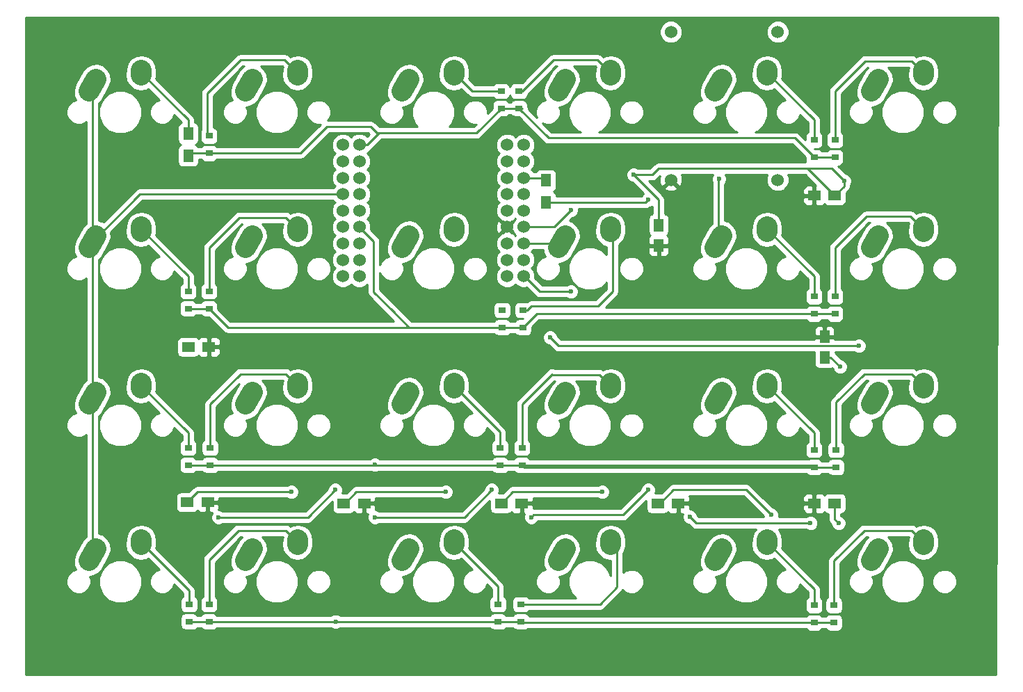
<source format=gbr>
G04 #@! TF.FileFunction,Copper,L1,Top,Signal*
%FSLAX46Y46*%
G04 Gerber Fmt 4.6, Leading zero omitted, Abs format (unit mm)*
G04 Created by KiCad (PCBNEW 4.0.7) date 07/05/18 13:02:46*
%MOMM*%
%LPD*%
G01*
G04 APERTURE LIST*
%ADD10C,0.100000*%
%ADD11C,1.524000*%
%ADD12C,2.500000*%
%ADD13R,1.250000X1.500000*%
%ADD14R,1.500000X1.250000*%
%ADD15R,1.300000X1.500000*%
%ADD16R,0.900000X0.800000*%
%ADD17C,0.600000*%
%ADD18C,0.250000*%
%ADD19C,0.254000*%
G04 APERTURE END LIST*
D10*
D11*
X88623000Y-11828000D03*
X101623000Y-11828000D03*
X101623000Y-29828000D03*
X88623000Y-29828000D03*
D12*
X56690453Y-36640046D02*
X55879547Y-38099954D01*
X62229724Y-35560672D02*
X62190276Y-36139328D01*
X37640453Y-17590046D02*
X36829547Y-19049954D01*
X43179724Y-16510672D02*
X43140276Y-17089328D01*
X18590453Y-17590046D02*
X17779547Y-19049954D01*
X24129724Y-16510672D02*
X24090276Y-17089328D01*
D13*
X87122000Y-35326000D03*
X87122000Y-37826000D03*
X107315000Y-51415000D03*
X107315000Y-48915000D03*
D14*
X29865000Y-50165000D03*
X32365000Y-50165000D03*
X29738000Y-69088000D03*
X32238000Y-69088000D03*
X48788000Y-69215000D03*
X51288000Y-69215000D03*
X67965000Y-69215000D03*
X70465000Y-69215000D03*
X87015000Y-69215000D03*
X89515000Y-69215000D03*
X108565000Y-69215000D03*
X106065000Y-69215000D03*
X108565000Y-31750000D03*
X106065000Y-31750000D03*
D12*
X56690453Y-17590046D02*
X55879547Y-19049954D01*
X62229724Y-16510672D02*
X62190276Y-17089328D01*
X75740453Y-17590046D02*
X74929547Y-19049954D01*
X81279724Y-16510672D02*
X81240276Y-17089328D01*
X94790453Y-17590046D02*
X93979547Y-19049954D01*
X100329724Y-16510672D02*
X100290276Y-17089328D01*
X113840453Y-17590046D02*
X113029547Y-19049954D01*
X119379724Y-16510672D02*
X119340276Y-17089328D01*
X18590453Y-36640046D02*
X17779547Y-38099954D01*
X24129724Y-35560672D02*
X24090276Y-36139328D01*
X37640453Y-36640046D02*
X36829547Y-38099954D01*
X43179724Y-35560672D02*
X43140276Y-36139328D01*
X75740453Y-36640046D02*
X74929547Y-38099954D01*
X81279724Y-35560672D02*
X81240276Y-36139328D01*
X94790453Y-36640046D02*
X93979547Y-38099954D01*
X100329724Y-35560672D02*
X100290276Y-36139328D01*
X113840453Y-36640046D02*
X113029547Y-38099954D01*
X119379724Y-35560672D02*
X119340276Y-36139328D01*
X18590453Y-55690046D02*
X17779547Y-57149954D01*
X24129724Y-54610672D02*
X24090276Y-55189328D01*
X37640453Y-55690046D02*
X36829547Y-57149954D01*
X43179724Y-54610672D02*
X43140276Y-55189328D01*
X56690453Y-55690046D02*
X55879547Y-57149954D01*
X62229724Y-54610672D02*
X62190276Y-55189328D01*
X75740453Y-55690046D02*
X74929547Y-57149954D01*
X81279724Y-54610672D02*
X81240276Y-55189328D01*
X94790453Y-55690046D02*
X93979547Y-57149954D01*
X100329724Y-54610672D02*
X100290276Y-55189328D01*
X113840453Y-55690046D02*
X113029547Y-57149954D01*
X119379724Y-54610672D02*
X119340276Y-55189328D01*
X18590453Y-74740046D02*
X17779547Y-76199954D01*
X24129724Y-73660672D02*
X24090276Y-74239328D01*
X37640453Y-74740046D02*
X36829547Y-76199954D01*
X43179724Y-73660672D02*
X43140276Y-74239328D01*
X56690453Y-74740046D02*
X55879547Y-76199954D01*
X62229724Y-73660672D02*
X62190276Y-74239328D01*
X75740453Y-74740046D02*
X74929547Y-76199954D01*
X81279724Y-73660672D02*
X81240276Y-74239328D01*
X94790453Y-74740046D02*
X93979547Y-76199954D01*
X100329724Y-73660672D02*
X100290276Y-74239328D01*
X113840453Y-74740046D02*
X113029547Y-76199954D01*
X119379724Y-73660672D02*
X119340276Y-74239328D01*
D15*
X73406000Y-32592000D03*
X73406000Y-29892000D03*
D11*
X70690000Y-25571000D03*
X68690000Y-25571000D03*
X70690000Y-27571000D03*
X68690000Y-27571000D03*
X70690000Y-29571000D03*
X68690000Y-29571000D03*
X70690000Y-31571000D03*
X68690000Y-31571000D03*
X70690000Y-33571000D03*
X68690000Y-33571000D03*
X70690000Y-35571000D03*
X68690000Y-35571000D03*
X70690000Y-37571000D03*
X68690000Y-37571000D03*
X70690000Y-39571000D03*
X68690000Y-39571000D03*
X70690000Y-41571000D03*
X68690000Y-41571000D03*
X48690000Y-25571000D03*
X50690000Y-27571000D03*
X48690000Y-27571000D03*
X50690000Y-29571000D03*
X48690000Y-29571000D03*
X50690000Y-31571000D03*
X48690000Y-31571000D03*
X50690000Y-33571000D03*
X48690000Y-33571000D03*
X50690000Y-35571000D03*
X48690000Y-35571000D03*
X50690000Y-37571000D03*
X48690000Y-37571000D03*
X50690000Y-39571000D03*
X48690000Y-39571000D03*
X50690000Y-41571000D03*
X48690000Y-41571000D03*
X50690000Y-25571000D03*
D15*
X29845000Y-26877000D03*
X29845000Y-24177000D03*
D16*
X32385000Y-26577000D03*
X32385000Y-24477000D03*
X67945000Y-21116000D03*
X67945000Y-19016000D03*
X70104000Y-21116000D03*
X70104000Y-19016000D03*
X106045000Y-27085000D03*
X106045000Y-24985000D03*
X108585000Y-27085000D03*
X108585000Y-24985000D03*
X29845000Y-45500000D03*
X29845000Y-43400000D03*
X32385000Y-45500000D03*
X32385000Y-43400000D03*
X68072000Y-47786000D03*
X68072000Y-45686000D03*
X70612000Y-47786000D03*
X70612000Y-45686000D03*
X106045000Y-46135000D03*
X106045000Y-44035000D03*
X108585000Y-46135000D03*
X108585000Y-44035000D03*
X29845000Y-64550000D03*
X29845000Y-62450000D03*
X32512000Y-64550000D03*
X32512000Y-62450000D03*
X67818000Y-64550000D03*
X67818000Y-62450000D03*
X70485000Y-64550000D03*
X70485000Y-62450000D03*
X106045000Y-64804000D03*
X106045000Y-62704000D03*
X108712000Y-64804000D03*
X108712000Y-62704000D03*
X29972000Y-83600000D03*
X29972000Y-81500000D03*
X32385000Y-83600000D03*
X32385000Y-81500000D03*
X67564000Y-83600000D03*
X67564000Y-81500000D03*
X70358000Y-83600000D03*
X70358000Y-81500000D03*
X106045000Y-83727000D03*
X106045000Y-81627000D03*
X108458000Y-83727000D03*
X108458000Y-81627000D03*
D17*
X76454000Y-33528000D03*
X100838000Y-70612000D03*
X109015000Y-71615000D03*
X109220000Y-52578000D03*
X86868000Y-69088000D03*
X80264000Y-67818000D03*
X61214000Y-67818000D03*
X67818000Y-69342000D03*
X42418000Y-67818000D03*
X109728000Y-29972000D03*
X84074000Y-29210000D03*
X48641000Y-69215000D03*
X29591000Y-69088000D03*
X29591000Y-50165000D03*
X68072000Y-45686000D03*
X85852000Y-32258000D03*
X33515000Y-70915000D03*
X47752000Y-67564000D03*
X52565000Y-70915000D03*
X66802000Y-67564000D03*
X71615000Y-70915000D03*
X85852000Y-67564000D03*
X105615000Y-71615000D03*
X90932000Y-70866000D03*
X50690000Y-35571000D03*
X52578000Y-64516000D03*
X47802800Y-83600000D03*
X76454000Y-43434000D03*
X94488000Y-29718000D03*
X73914000Y-49022000D03*
X111506000Y-50038000D03*
D18*
X70690000Y-35571000D02*
X74411000Y-35571000D01*
X74411000Y-35571000D02*
X76454000Y-33528000D01*
X87015000Y-69215000D02*
X87249000Y-69215000D01*
X87249000Y-69215000D02*
X88900000Y-67564000D01*
X97790000Y-67564000D02*
X100838000Y-70612000D01*
X88900000Y-67564000D02*
X97790000Y-67564000D01*
X108565000Y-69215000D02*
X108565000Y-71165000D01*
X108565000Y-71165000D02*
X109015000Y-71615000D01*
X107315000Y-51415000D02*
X108057000Y-51415000D01*
X108057000Y-51415000D02*
X109220000Y-52578000D01*
X86868000Y-69088000D02*
X86995000Y-69215000D01*
X86995000Y-69215000D02*
X87015000Y-69215000D01*
X67965000Y-69215000D02*
X67965000Y-69195000D01*
X67965000Y-69195000D02*
X69342000Y-67818000D01*
X69342000Y-67818000D02*
X80264000Y-67818000D01*
X48788000Y-69215000D02*
X48895000Y-69215000D01*
X48895000Y-69215000D02*
X50292000Y-67818000D01*
X50292000Y-67818000D02*
X61214000Y-67818000D01*
X67818000Y-69342000D02*
X67945000Y-69215000D01*
X67945000Y-69215000D02*
X67965000Y-69215000D01*
X29738000Y-69088000D02*
X29738000Y-69068000D01*
X29738000Y-69068000D02*
X30988000Y-67818000D01*
X30988000Y-67818000D02*
X42418000Y-67818000D01*
X109728000Y-29972000D02*
X109728000Y-30587000D01*
X109728000Y-30587000D02*
X108565000Y-31750000D01*
X105263000Y-28448000D02*
X108204000Y-28448000D01*
X108204000Y-28448000D02*
X109728000Y-29972000D01*
X84074000Y-29210000D02*
X86360000Y-29210000D01*
X105263000Y-28448000D02*
X108565000Y-31750000D01*
X87122000Y-28448000D02*
X105263000Y-28448000D01*
X86360000Y-29210000D02*
X87122000Y-28448000D01*
X87122000Y-35326000D02*
X87122000Y-32258000D01*
X87122000Y-32258000D02*
X84074000Y-29210000D01*
X48641000Y-69215000D02*
X48788000Y-69215000D01*
X29591000Y-69088000D02*
X29738000Y-69088000D01*
X29591000Y-50165000D02*
X29865000Y-50165000D01*
X29845000Y-24477000D02*
X29845000Y-22535000D01*
X29845000Y-22535000D02*
X24110000Y-16800000D01*
X32131000Y-24477000D02*
X32131000Y-19304000D01*
X41600000Y-15240000D02*
X43160000Y-16800000D01*
X36195000Y-15240000D02*
X41600000Y-15240000D01*
X32131000Y-19304000D02*
X36195000Y-15240000D01*
X67945000Y-19016000D02*
X64426000Y-19016000D01*
X64426000Y-19016000D02*
X62210000Y-16800000D01*
X70104000Y-19016000D02*
X70519000Y-19016000D01*
X70519000Y-19016000D02*
X74295000Y-15240000D01*
X74295000Y-15240000D02*
X79700000Y-15240000D01*
X79700000Y-15240000D02*
X81260000Y-16800000D01*
X106045000Y-24985000D02*
X106045000Y-22535000D01*
X106045000Y-22535000D02*
X100310000Y-16800000D01*
X108585000Y-24985000D02*
X108585000Y-19050000D01*
X117927000Y-15367000D02*
X119360000Y-16800000D01*
X112268000Y-15367000D02*
X117927000Y-15367000D01*
X108585000Y-19050000D02*
X112268000Y-15367000D01*
X29845000Y-43400000D02*
X29845000Y-41585000D01*
X29845000Y-41585000D02*
X24110000Y-35850000D01*
X32385000Y-43400000D02*
X32385000Y-38100000D01*
X41727000Y-34417000D02*
X43160000Y-35850000D01*
X36068000Y-34417000D02*
X41727000Y-34417000D01*
X32385000Y-38100000D02*
X36068000Y-34417000D01*
X70612000Y-45686000D02*
X71154000Y-45686000D01*
X81534000Y-43434000D02*
X81534000Y-35850000D01*
X79756000Y-45212000D02*
X81534000Y-43434000D01*
X71628000Y-45212000D02*
X79756000Y-45212000D01*
X71154000Y-45686000D02*
X71628000Y-45212000D01*
X106045000Y-44035000D02*
X106045000Y-41585000D01*
X106045000Y-41585000D02*
X100310000Y-35850000D01*
X108585000Y-44035000D02*
X108585000Y-38100000D01*
X117800000Y-34290000D02*
X119360000Y-35850000D01*
X112395000Y-34290000D02*
X117800000Y-34290000D01*
X108585000Y-38100000D02*
X112395000Y-34290000D01*
X29845000Y-62450000D02*
X29845000Y-60635000D01*
X29845000Y-60635000D02*
X24110000Y-54900000D01*
X36195000Y-53467000D02*
X41727000Y-53467000D01*
X32512000Y-57150000D02*
X36195000Y-53467000D01*
X32512000Y-62450000D02*
X32512000Y-57150000D01*
X41727000Y-53467000D02*
X43160000Y-54900000D01*
X67818000Y-62450000D02*
X67818000Y-60508000D01*
X67818000Y-60508000D02*
X62210000Y-54900000D01*
X74104500Y-53530500D02*
X79890500Y-53530500D01*
X79890500Y-53530500D02*
X81260000Y-54900000D01*
X70485000Y-62450000D02*
X70485000Y-57150000D01*
X70485000Y-57150000D02*
X74104500Y-53530500D01*
X74104500Y-53530500D02*
X74168000Y-53467000D01*
X106045000Y-62704000D02*
X106045000Y-60635000D01*
X106045000Y-60635000D02*
X100310000Y-54900000D01*
X108712000Y-62704000D02*
X108712000Y-56896000D01*
X117927000Y-53467000D02*
X119360000Y-54900000D01*
X112141000Y-53467000D02*
X117927000Y-53467000D01*
X108712000Y-56896000D02*
X112141000Y-53467000D01*
X29972000Y-81500000D02*
X29972000Y-79812000D01*
X29972000Y-79812000D02*
X24110000Y-73950000D01*
X32385000Y-81500000D02*
X32385000Y-76073000D01*
X41727000Y-72517000D02*
X43160000Y-73950000D01*
X35941000Y-72517000D02*
X41727000Y-72517000D01*
X32385000Y-76073000D02*
X35941000Y-72517000D01*
X67564000Y-81500000D02*
X67564000Y-79304000D01*
X67564000Y-79304000D02*
X62210000Y-73950000D01*
X70358000Y-81500000D02*
X79976000Y-81500000D01*
X82042000Y-79434000D02*
X82042000Y-74732000D01*
X79976000Y-81500000D02*
X82042000Y-79434000D01*
X82042000Y-74732000D02*
X81260000Y-73950000D01*
X106045000Y-81627000D02*
X106045000Y-79685000D01*
X106045000Y-79685000D02*
X100310000Y-73950000D01*
X108458000Y-81627000D02*
X108458000Y-76200000D01*
X117927000Y-72517000D02*
X119360000Y-73950000D01*
X112141000Y-72517000D02*
X117927000Y-72517000D01*
X108458000Y-76200000D02*
X112141000Y-72517000D01*
X73406000Y-32592000D02*
X85518000Y-32592000D01*
X85518000Y-32592000D02*
X85852000Y-32258000D01*
X44414000Y-70902000D02*
X47752000Y-67564000D01*
X33528000Y-70902000D02*
X44414000Y-70902000D01*
X33528000Y-70902000D02*
X33515000Y-70915000D01*
X63464000Y-70902000D02*
X66802000Y-67564000D01*
X52578000Y-70902000D02*
X63464000Y-70902000D01*
X52578000Y-70902000D02*
X52565000Y-70915000D01*
X82804000Y-70612000D02*
X85852000Y-67564000D01*
X71918000Y-70612000D02*
X82804000Y-70612000D01*
X71918000Y-70612000D02*
X71615000Y-70915000D01*
X91694000Y-71628000D02*
X90932000Y-70866000D01*
X105628000Y-71628000D02*
X91694000Y-71628000D01*
X105628000Y-71628000D02*
X105615000Y-71615000D01*
X70690000Y-29571000D02*
X73085000Y-29571000D01*
X73085000Y-29571000D02*
X73406000Y-29892000D01*
X108585000Y-27085000D02*
X106045000Y-27085000D01*
X106045000Y-27085000D02*
X103699600Y-24739600D01*
X103699600Y-24739600D02*
X73727600Y-24739600D01*
X73727600Y-24739600D02*
X70104000Y-21116000D01*
X50690000Y-25571000D02*
X51645000Y-25571000D01*
X53086000Y-24130000D02*
X55118000Y-24130000D01*
X51645000Y-25571000D02*
X53086000Y-24130000D01*
X32385000Y-26577000D02*
X43527000Y-26577000D01*
X64931000Y-24130000D02*
X67945000Y-21116000D01*
X52832000Y-24130000D02*
X55118000Y-24130000D01*
X55118000Y-24130000D02*
X64931000Y-24130000D01*
X52070000Y-23368000D02*
X52832000Y-24130000D01*
X46736000Y-23368000D02*
X52070000Y-23368000D01*
X43527000Y-26577000D02*
X46736000Y-23368000D01*
X67945000Y-21116000D02*
X70519000Y-21116000D01*
X29845000Y-26577000D02*
X32385000Y-26577000D01*
X108585000Y-46135000D02*
X106045000Y-46135000D01*
X68072000Y-47786000D02*
X56726800Y-47786000D01*
X56726800Y-47786000D02*
X54762400Y-45821600D01*
X50690000Y-35571000D02*
X50690000Y-35602400D01*
X50690000Y-35602400D02*
X52425600Y-37338000D01*
X52425600Y-43484800D02*
X54762400Y-45821600D01*
X54762400Y-45821600D02*
X56726800Y-47786000D01*
X52425600Y-37338000D02*
X52425600Y-43484800D01*
X50690000Y-35571000D02*
X51065000Y-35571000D01*
X29845000Y-45500000D02*
X32385000Y-45500000D01*
X32385000Y-45500000D02*
X34671000Y-47786000D01*
X34671000Y-47786000D02*
X56726800Y-47786000D01*
X56726800Y-47786000D02*
X58420000Y-47786000D01*
X58420000Y-47786000D02*
X70612000Y-47786000D01*
X70612000Y-47786000D02*
X72263000Y-46135000D01*
X72263000Y-46135000D02*
X108585000Y-46135000D01*
X70485000Y-64550000D02*
X67818000Y-64550000D01*
X106045000Y-64804000D02*
X70739000Y-64804000D01*
X70739000Y-64804000D02*
X70485000Y-64550000D01*
X108712000Y-64804000D02*
X106045000Y-64804000D01*
X106045000Y-64804000D02*
X105807800Y-64566800D01*
X105807800Y-64566800D02*
X101092000Y-64566800D01*
X101092000Y-64566800D02*
X101092000Y-64550000D01*
X52578000Y-64516000D02*
X52578000Y-64550000D01*
X52578000Y-64550000D02*
X52578000Y-64516000D01*
X52578000Y-64516000D02*
X52578000Y-64550000D01*
X106045000Y-64804000D02*
X105791000Y-64550000D01*
X105791000Y-64550000D02*
X101092000Y-64550000D01*
X101092000Y-64550000D02*
X91347000Y-64550000D01*
X91347000Y-64550000D02*
X67818000Y-64550000D01*
X67818000Y-64550000D02*
X52578000Y-64550000D01*
X52578000Y-64550000D02*
X32512000Y-64550000D01*
X32512000Y-64550000D02*
X29845000Y-64550000D01*
X108458000Y-83727000D02*
X106045000Y-83727000D01*
X106045000Y-83727000D02*
X106036400Y-83718400D01*
X106036400Y-83718400D02*
X104546400Y-83718400D01*
X104546400Y-83718400D02*
X104546400Y-83727000D01*
X29972000Y-83600000D02*
X32385000Y-83600000D01*
X32385000Y-83600000D02*
X47802800Y-83600000D01*
X47802800Y-83600000D02*
X67564000Y-83600000D01*
X67564000Y-83600000D02*
X70358000Y-83600000D01*
X70358000Y-83600000D02*
X70485000Y-83727000D01*
X70485000Y-83727000D02*
X104546400Y-83727000D01*
X104546400Y-83727000D02*
X108458000Y-83727000D01*
X70690000Y-37571000D02*
X75134000Y-37571000D01*
X75134000Y-37571000D02*
X75335000Y-37370000D01*
X48690000Y-31571000D02*
X23984000Y-31571000D01*
X23984000Y-31571000D02*
X18185000Y-37370000D01*
X18185000Y-18320000D02*
X18185000Y-37370000D01*
X18185000Y-37370000D02*
X18185000Y-56420000D01*
X18185000Y-56420000D02*
X18185000Y-75470000D01*
X72644000Y-43434000D02*
X70781000Y-41571000D01*
X76454000Y-43434000D02*
X72644000Y-43434000D01*
X70781000Y-41571000D02*
X70690000Y-41571000D01*
X94385000Y-37370000D02*
X94385000Y-29821000D01*
X94385000Y-29821000D02*
X94488000Y-29718000D01*
X70690000Y-41571000D02*
X70781000Y-41571000D01*
X74930000Y-50038000D02*
X73914000Y-49022000D01*
X84328000Y-50038000D02*
X74930000Y-50038000D01*
X84328000Y-50038000D02*
X84328000Y-50038000D01*
X111506000Y-50038000D02*
X84328000Y-50038000D01*
X68690000Y-39571000D02*
X68690000Y-39641000D01*
D19*
G36*
X128143402Y-90043000D02*
X10033000Y-90043000D01*
X10033000Y-83200000D01*
X28874560Y-83200000D01*
X28874560Y-84000000D01*
X28918838Y-84235317D01*
X29057910Y-84451441D01*
X29270110Y-84596431D01*
X29522000Y-84647440D01*
X30422000Y-84647440D01*
X30657317Y-84603162D01*
X30873441Y-84464090D01*
X30944563Y-84360000D01*
X31412069Y-84360000D01*
X31470910Y-84451441D01*
X31683110Y-84596431D01*
X31935000Y-84647440D01*
X32835000Y-84647440D01*
X33070317Y-84603162D01*
X33286441Y-84464090D01*
X33357563Y-84360000D01*
X47240337Y-84360000D01*
X47272473Y-84392192D01*
X47616001Y-84534838D01*
X47987967Y-84535162D01*
X48331743Y-84393117D01*
X48364918Y-84360000D01*
X66591069Y-84360000D01*
X66649910Y-84451441D01*
X66862110Y-84596431D01*
X67114000Y-84647440D01*
X68014000Y-84647440D01*
X68249317Y-84603162D01*
X68465441Y-84464090D01*
X68536563Y-84360000D01*
X69385069Y-84360000D01*
X69443910Y-84451441D01*
X69656110Y-84596431D01*
X69908000Y-84647440D01*
X70808000Y-84647440D01*
X71043317Y-84603162D01*
X71223838Y-84487000D01*
X105072069Y-84487000D01*
X105130910Y-84578441D01*
X105343110Y-84723431D01*
X105595000Y-84774440D01*
X106495000Y-84774440D01*
X106730317Y-84730162D01*
X106946441Y-84591090D01*
X107017563Y-84487000D01*
X107485069Y-84487000D01*
X107543910Y-84578441D01*
X107756110Y-84723431D01*
X108008000Y-84774440D01*
X108908000Y-84774440D01*
X109143317Y-84730162D01*
X109359441Y-84591090D01*
X109504431Y-84378890D01*
X109555440Y-84127000D01*
X109555440Y-83327000D01*
X109511162Y-83091683D01*
X109372090Y-82875559D01*
X109159890Y-82730569D01*
X108908000Y-82679560D01*
X108008000Y-82679560D01*
X107772683Y-82723838D01*
X107556559Y-82862910D01*
X107485437Y-82967000D01*
X107017931Y-82967000D01*
X106959090Y-82875559D01*
X106746890Y-82730569D01*
X106495000Y-82679560D01*
X105595000Y-82679560D01*
X105359683Y-82723838D01*
X105143559Y-82862910D01*
X105078314Y-82958400D01*
X104546400Y-82958400D01*
X104503165Y-82967000D01*
X71411598Y-82967000D01*
X71411162Y-82964683D01*
X71272090Y-82748559D01*
X71059890Y-82603569D01*
X70808000Y-82552560D01*
X69908000Y-82552560D01*
X69672683Y-82596838D01*
X69456559Y-82735910D01*
X69385437Y-82840000D01*
X68536931Y-82840000D01*
X68478090Y-82748559D01*
X68265890Y-82603569D01*
X68014000Y-82552560D01*
X67114000Y-82552560D01*
X66878683Y-82596838D01*
X66662559Y-82735910D01*
X66591437Y-82840000D01*
X48365263Y-82840000D01*
X48333127Y-82807808D01*
X47989599Y-82665162D01*
X47617633Y-82664838D01*
X47273857Y-82806883D01*
X47240682Y-82840000D01*
X33357931Y-82840000D01*
X33299090Y-82748559D01*
X33086890Y-82603569D01*
X32835000Y-82552560D01*
X31935000Y-82552560D01*
X31699683Y-82596838D01*
X31483559Y-82735910D01*
X31412437Y-82840000D01*
X30944931Y-82840000D01*
X30886090Y-82748559D01*
X30673890Y-82603569D01*
X30422000Y-82552560D01*
X29522000Y-82552560D01*
X29286683Y-82596838D01*
X29070559Y-82735910D01*
X28925569Y-82948110D01*
X28874560Y-83200000D01*
X10033000Y-83200000D01*
X10033000Y-21884267D01*
X15023842Y-21884267D01*
X15249580Y-22430595D01*
X15667206Y-22848951D01*
X16213139Y-23075642D01*
X16804267Y-23076158D01*
X17350595Y-22850420D01*
X17425000Y-22776145D01*
X17425000Y-35139833D01*
X16968467Y-35678158D01*
X16105812Y-37231234D01*
X15880976Y-37931516D01*
X15941242Y-38664533D01*
X16196744Y-39161688D01*
X15669405Y-39379580D01*
X15251049Y-39797206D01*
X15024358Y-40343139D01*
X15023842Y-40934267D01*
X15249580Y-41480595D01*
X15667206Y-41898951D01*
X16213139Y-42125642D01*
X16804267Y-42126158D01*
X17350595Y-41900420D01*
X17425000Y-41826145D01*
X17425000Y-54189833D01*
X16968467Y-54728158D01*
X16105812Y-56281234D01*
X15880976Y-56981516D01*
X15941242Y-57714533D01*
X16196744Y-58211688D01*
X15669405Y-58429580D01*
X15251049Y-58847206D01*
X15024358Y-59393139D01*
X15023842Y-59984267D01*
X15249580Y-60530595D01*
X15667206Y-60948951D01*
X16213139Y-61175642D01*
X16804267Y-61176158D01*
X17350595Y-60950420D01*
X17425000Y-60876145D01*
X17425000Y-73239833D01*
X16968467Y-73778158D01*
X16105812Y-75331234D01*
X15880976Y-76031516D01*
X15941242Y-76764533D01*
X16196744Y-77261688D01*
X15669405Y-77479580D01*
X15251049Y-77897206D01*
X15024358Y-78443139D01*
X15023842Y-79034267D01*
X15249580Y-79580595D01*
X15667206Y-79998951D01*
X16213139Y-80225642D01*
X16804267Y-80226158D01*
X17350595Y-80000420D01*
X17768951Y-79582794D01*
X17902726Y-79260626D01*
X18960645Y-79260626D01*
X19360028Y-80227207D01*
X20098904Y-80967373D01*
X21064785Y-81368442D01*
X22110626Y-81369355D01*
X23077207Y-80969972D01*
X23817373Y-80231096D01*
X24218442Y-79265215D01*
X24219355Y-78219374D01*
X23819972Y-77252793D01*
X23081096Y-76512627D01*
X22115215Y-76111558D01*
X21069374Y-76110645D01*
X20102793Y-76510028D01*
X19362627Y-77248904D01*
X18961558Y-78214785D01*
X18960645Y-79260626D01*
X17902726Y-79260626D01*
X17995642Y-79036861D01*
X17996158Y-78445733D01*
X17850652Y-78093582D01*
X18271667Y-78058968D01*
X18925825Y-77722777D01*
X19401532Y-77161842D01*
X20264188Y-75608766D01*
X20489024Y-74908484D01*
X20428758Y-74175467D01*
X20417536Y-74153630D01*
X22206742Y-74153630D01*
X22300833Y-74883077D01*
X22666909Y-75520992D01*
X23249238Y-75970257D01*
X23959166Y-76162476D01*
X24688613Y-76068385D01*
X24984045Y-75898847D01*
X26349768Y-77264570D01*
X25829405Y-77479580D01*
X25411049Y-77897206D01*
X25184358Y-78443139D01*
X25183842Y-79034267D01*
X25409580Y-79580595D01*
X25827206Y-79998951D01*
X26373139Y-80225642D01*
X26964267Y-80226158D01*
X27510595Y-80000420D01*
X27928951Y-79582794D01*
X28145789Y-79060591D01*
X29212000Y-80126802D01*
X29212000Y-80544895D01*
X29070559Y-80635910D01*
X28925569Y-80848110D01*
X28874560Y-81100000D01*
X28874560Y-81900000D01*
X28918838Y-82135317D01*
X29057910Y-82351441D01*
X29270110Y-82496431D01*
X29522000Y-82547440D01*
X30422000Y-82547440D01*
X30657317Y-82503162D01*
X30873441Y-82364090D01*
X31018431Y-82151890D01*
X31069440Y-81900000D01*
X31069440Y-81100000D01*
X31287560Y-81100000D01*
X31287560Y-81900000D01*
X31331838Y-82135317D01*
X31470910Y-82351441D01*
X31683110Y-82496431D01*
X31935000Y-82547440D01*
X32835000Y-82547440D01*
X33070317Y-82503162D01*
X33286441Y-82364090D01*
X33431431Y-82151890D01*
X33482440Y-81900000D01*
X33482440Y-81100000D01*
X33438162Y-80864683D01*
X33299090Y-80648559D01*
X33145000Y-80543274D01*
X33145000Y-76387802D01*
X36255802Y-73277000D01*
X36443480Y-73277000D01*
X36018467Y-73778158D01*
X35155812Y-75331234D01*
X34930976Y-76031516D01*
X34991242Y-76764533D01*
X35246744Y-77261688D01*
X34719405Y-77479580D01*
X34301049Y-77897206D01*
X34074358Y-78443139D01*
X34073842Y-79034267D01*
X34299580Y-79580595D01*
X34717206Y-79998951D01*
X35263139Y-80225642D01*
X35854267Y-80226158D01*
X36400595Y-80000420D01*
X36818951Y-79582794D01*
X36952726Y-79260626D01*
X38010645Y-79260626D01*
X38410028Y-80227207D01*
X39148904Y-80967373D01*
X40114785Y-81368442D01*
X41160626Y-81369355D01*
X42127207Y-80969972D01*
X42867373Y-80231096D01*
X43268442Y-79265215D01*
X43268643Y-79034267D01*
X44233842Y-79034267D01*
X44459580Y-79580595D01*
X44877206Y-79998951D01*
X45423139Y-80225642D01*
X46014267Y-80226158D01*
X46560595Y-80000420D01*
X46978951Y-79582794D01*
X47205642Y-79036861D01*
X47205644Y-79034267D01*
X53123842Y-79034267D01*
X53349580Y-79580595D01*
X53767206Y-79998951D01*
X54313139Y-80225642D01*
X54904267Y-80226158D01*
X55450595Y-80000420D01*
X55868951Y-79582794D01*
X56002726Y-79260626D01*
X57060645Y-79260626D01*
X57460028Y-80227207D01*
X58198904Y-80967373D01*
X59164785Y-81368442D01*
X60210626Y-81369355D01*
X61177207Y-80969972D01*
X61917373Y-80231096D01*
X62318442Y-79265215D01*
X62319355Y-78219374D01*
X61919972Y-77252793D01*
X61181096Y-76512627D01*
X60215215Y-76111558D01*
X59169374Y-76110645D01*
X58202793Y-76510028D01*
X57462627Y-77248904D01*
X57061558Y-78214785D01*
X57060645Y-79260626D01*
X56002726Y-79260626D01*
X56095642Y-79036861D01*
X56096158Y-78445733D01*
X55950652Y-78093582D01*
X56371667Y-78058968D01*
X57025825Y-77722777D01*
X57501532Y-77161842D01*
X58364188Y-75608766D01*
X58589024Y-74908484D01*
X58528758Y-74175467D01*
X58517536Y-74153630D01*
X60306742Y-74153630D01*
X60400833Y-74883077D01*
X60766909Y-75520992D01*
X61349238Y-75970257D01*
X62059166Y-76162476D01*
X62788613Y-76068385D01*
X63084045Y-75898847D01*
X64449768Y-77264570D01*
X63929405Y-77479580D01*
X63511049Y-77897206D01*
X63284358Y-78443139D01*
X63283842Y-79034267D01*
X63509580Y-79580595D01*
X63927206Y-79998951D01*
X64473139Y-80225642D01*
X65064267Y-80226158D01*
X65610595Y-80000420D01*
X66028951Y-79582794D01*
X66245789Y-79060591D01*
X66804000Y-79618802D01*
X66804000Y-80544895D01*
X66662559Y-80635910D01*
X66517569Y-80848110D01*
X66466560Y-81100000D01*
X66466560Y-81900000D01*
X66510838Y-82135317D01*
X66649910Y-82351441D01*
X66862110Y-82496431D01*
X67114000Y-82547440D01*
X68014000Y-82547440D01*
X68249317Y-82503162D01*
X68465441Y-82364090D01*
X68610431Y-82151890D01*
X68661440Y-81900000D01*
X68661440Y-81100000D01*
X69260560Y-81100000D01*
X69260560Y-81900000D01*
X69304838Y-82135317D01*
X69443910Y-82351441D01*
X69656110Y-82496431D01*
X69908000Y-82547440D01*
X70808000Y-82547440D01*
X71043317Y-82503162D01*
X71259441Y-82364090D01*
X71330563Y-82260000D01*
X79976000Y-82260000D01*
X80266839Y-82202148D01*
X80513401Y-82037401D01*
X82579401Y-79971401D01*
X82727879Y-79749188D01*
X82977206Y-79998951D01*
X83523139Y-80225642D01*
X84114267Y-80226158D01*
X84660595Y-80000420D01*
X85078951Y-79582794D01*
X85305642Y-79036861D01*
X85305644Y-79034267D01*
X91223842Y-79034267D01*
X91449580Y-79580595D01*
X91867206Y-79998951D01*
X92413139Y-80225642D01*
X93004267Y-80226158D01*
X93550595Y-80000420D01*
X93968951Y-79582794D01*
X94102726Y-79260626D01*
X95160645Y-79260626D01*
X95560028Y-80227207D01*
X96298904Y-80967373D01*
X97264785Y-81368442D01*
X98310626Y-81369355D01*
X99277207Y-80969972D01*
X100017373Y-80231096D01*
X100418442Y-79265215D01*
X100419355Y-78219374D01*
X100019972Y-77252793D01*
X99281096Y-76512627D01*
X98315215Y-76111558D01*
X97269374Y-76110645D01*
X96302793Y-76510028D01*
X95562627Y-77248904D01*
X95161558Y-78214785D01*
X95160645Y-79260626D01*
X94102726Y-79260626D01*
X94195642Y-79036861D01*
X94196158Y-78445733D01*
X94050652Y-78093582D01*
X94471667Y-78058968D01*
X95125825Y-77722777D01*
X95601532Y-77161842D01*
X96464188Y-75608766D01*
X96689024Y-74908484D01*
X96628758Y-74175467D01*
X96292567Y-73521309D01*
X95731632Y-73045602D01*
X95031350Y-72820766D01*
X94298332Y-72881032D01*
X93644175Y-73217223D01*
X93168467Y-73778158D01*
X92305812Y-75331234D01*
X92080976Y-76031516D01*
X92141242Y-76764533D01*
X92396744Y-77261688D01*
X91869405Y-77479580D01*
X91451049Y-77897206D01*
X91224358Y-78443139D01*
X91223842Y-79034267D01*
X85305644Y-79034267D01*
X85306158Y-78445733D01*
X85080420Y-77899405D01*
X84662794Y-77481049D01*
X84116861Y-77254358D01*
X83525733Y-77253842D01*
X82979405Y-77479580D01*
X82802000Y-77656675D01*
X82802000Y-75280438D01*
X82925793Y-75119980D01*
X83118012Y-74410052D01*
X83163258Y-73746369D01*
X83069167Y-73016922D01*
X82703091Y-72379008D01*
X82120762Y-71929743D01*
X81410834Y-71737524D01*
X80681387Y-71831614D01*
X80043472Y-72197691D01*
X79594207Y-72780020D01*
X79401988Y-73489948D01*
X79356742Y-74153630D01*
X79450833Y-74883077D01*
X79816909Y-75520992D01*
X80399238Y-75970257D01*
X81109166Y-76162476D01*
X81282000Y-76140182D01*
X81282000Y-78007959D01*
X80969972Y-77252793D01*
X80231096Y-76512627D01*
X79265215Y-76111558D01*
X78219374Y-76110645D01*
X77252793Y-76510028D01*
X76512627Y-77248904D01*
X76111558Y-78214785D01*
X76110645Y-79260626D01*
X76510028Y-80227207D01*
X77021927Y-80740000D01*
X71330931Y-80740000D01*
X71272090Y-80648559D01*
X71059890Y-80503569D01*
X70808000Y-80452560D01*
X69908000Y-80452560D01*
X69672683Y-80496838D01*
X69456559Y-80635910D01*
X69311569Y-80848110D01*
X69260560Y-81100000D01*
X68661440Y-81100000D01*
X68617162Y-80864683D01*
X68478090Y-80648559D01*
X68324000Y-80543274D01*
X68324000Y-79304000D01*
X68270347Y-79034267D01*
X72173842Y-79034267D01*
X72399580Y-79580595D01*
X72817206Y-79998951D01*
X73363139Y-80225642D01*
X73954267Y-80226158D01*
X74500595Y-80000420D01*
X74918951Y-79582794D01*
X75145642Y-79036861D01*
X75146158Y-78445733D01*
X75000652Y-78093582D01*
X75421667Y-78058968D01*
X76075825Y-77722777D01*
X76551532Y-77161842D01*
X77414188Y-75608766D01*
X77639024Y-74908484D01*
X77578758Y-74175467D01*
X77242567Y-73521309D01*
X76681632Y-73045602D01*
X75981350Y-72820766D01*
X75248332Y-72881032D01*
X74594175Y-73217223D01*
X74118467Y-73778158D01*
X73255812Y-75331234D01*
X73030976Y-76031516D01*
X73091242Y-76764533D01*
X73346744Y-77261688D01*
X72819405Y-77479580D01*
X72401049Y-77897206D01*
X72174358Y-78443139D01*
X72173842Y-79034267D01*
X68270347Y-79034267D01*
X68266148Y-79013161D01*
X68266148Y-79013160D01*
X68101401Y-78766599D01*
X63999157Y-74664355D01*
X64068012Y-74410052D01*
X64113258Y-73746369D01*
X64019167Y-73016922D01*
X63653091Y-72379008D01*
X63070762Y-71929743D01*
X62360834Y-71737524D01*
X61631387Y-71831614D01*
X60993472Y-72197691D01*
X60544207Y-72780020D01*
X60351988Y-73489948D01*
X60306742Y-74153630D01*
X58517536Y-74153630D01*
X58192567Y-73521309D01*
X57631632Y-73045602D01*
X56931350Y-72820766D01*
X56198332Y-72881032D01*
X55544175Y-73217223D01*
X55068467Y-73778158D01*
X54205812Y-75331234D01*
X53980976Y-76031516D01*
X54041242Y-76764533D01*
X54296744Y-77261688D01*
X53769405Y-77479580D01*
X53351049Y-77897206D01*
X53124358Y-78443139D01*
X53123842Y-79034267D01*
X47205644Y-79034267D01*
X47206158Y-78445733D01*
X46980420Y-77899405D01*
X46562794Y-77481049D01*
X46016861Y-77254358D01*
X45425733Y-77253842D01*
X44879405Y-77479580D01*
X44461049Y-77897206D01*
X44234358Y-78443139D01*
X44233842Y-79034267D01*
X43268643Y-79034267D01*
X43269355Y-78219374D01*
X42869972Y-77252793D01*
X42131096Y-76512627D01*
X41165215Y-76111558D01*
X40119374Y-76110645D01*
X39152793Y-76510028D01*
X38412627Y-77248904D01*
X38011558Y-78214785D01*
X38010645Y-79260626D01*
X36952726Y-79260626D01*
X37045642Y-79036861D01*
X37046158Y-78445733D01*
X36900652Y-78093582D01*
X37321667Y-78058968D01*
X37975825Y-77722777D01*
X38451532Y-77161842D01*
X39314188Y-75608766D01*
X39539024Y-74908484D01*
X39478758Y-74175467D01*
X39142567Y-73521309D01*
X38854487Y-73277000D01*
X41359645Y-73277000D01*
X41301988Y-73489948D01*
X41256742Y-74153630D01*
X41350833Y-74883077D01*
X41716909Y-75520992D01*
X42299238Y-75970257D01*
X43009166Y-76162476D01*
X43738613Y-76068385D01*
X44376528Y-75702309D01*
X44825793Y-75119980D01*
X45018012Y-74410052D01*
X45063258Y-73746369D01*
X44969167Y-73016922D01*
X44603091Y-72379008D01*
X44020762Y-71929743D01*
X43310834Y-71737524D01*
X42581387Y-71831614D01*
X42285954Y-72001152D01*
X42264401Y-71979599D01*
X42017839Y-71814852D01*
X41727000Y-71757000D01*
X35941000Y-71757000D01*
X35698414Y-71805254D01*
X35650160Y-71814852D01*
X35403599Y-71979599D01*
X31847599Y-75535599D01*
X31682852Y-75782161D01*
X31625000Y-76073000D01*
X31625000Y-80544895D01*
X31483559Y-80635910D01*
X31338569Y-80848110D01*
X31287560Y-81100000D01*
X31069440Y-81100000D01*
X31025162Y-80864683D01*
X30886090Y-80648559D01*
X30732000Y-80543274D01*
X30732000Y-79812000D01*
X30674148Y-79521161D01*
X30509401Y-79274599D01*
X25899157Y-74664355D01*
X25968012Y-74410052D01*
X26013258Y-73746369D01*
X25919167Y-73016922D01*
X25553091Y-72379008D01*
X24970762Y-71929743D01*
X24260834Y-71737524D01*
X23531387Y-71831614D01*
X22893472Y-72197691D01*
X22444207Y-72780020D01*
X22251988Y-73489948D01*
X22206742Y-74153630D01*
X20417536Y-74153630D01*
X20092567Y-73521309D01*
X19531632Y-73045602D01*
X18945000Y-72857255D01*
X18945000Y-68463000D01*
X28340560Y-68463000D01*
X28340560Y-69713000D01*
X28384838Y-69948317D01*
X28523910Y-70164441D01*
X28736110Y-70309431D01*
X28988000Y-70360440D01*
X30488000Y-70360440D01*
X30723317Y-70316162D01*
X30939441Y-70177090D01*
X30985969Y-70108994D01*
X31128302Y-70251327D01*
X31361691Y-70348000D01*
X31952250Y-70348000D01*
X32111000Y-70189250D01*
X32111000Y-69215000D01*
X32365000Y-69215000D01*
X32365000Y-70189250D01*
X32523750Y-70348000D01*
X32759545Y-70348000D01*
X32722808Y-70384673D01*
X32580162Y-70728201D01*
X32579838Y-71100167D01*
X32721883Y-71443943D01*
X32984673Y-71707192D01*
X33328201Y-71849838D01*
X33700167Y-71850162D01*
X34043943Y-71708117D01*
X34090141Y-71662000D01*
X44414000Y-71662000D01*
X44704839Y-71604148D01*
X44951401Y-71439401D01*
X47390560Y-69000242D01*
X47390560Y-69840000D01*
X47434838Y-70075317D01*
X47573910Y-70291441D01*
X47786110Y-70436431D01*
X48038000Y-70487440D01*
X49538000Y-70487440D01*
X49773317Y-70443162D01*
X49989441Y-70304090D01*
X50035969Y-70235994D01*
X50178302Y-70378327D01*
X50411691Y-70475000D01*
X51002250Y-70475000D01*
X51161000Y-70316250D01*
X51161000Y-69342000D01*
X51415000Y-69342000D01*
X51415000Y-70316250D01*
X51573750Y-70475000D01*
X51735301Y-70475000D01*
X51630162Y-70728201D01*
X51629838Y-71100167D01*
X51771883Y-71443943D01*
X52034673Y-71707192D01*
X52378201Y-71849838D01*
X52750167Y-71850162D01*
X53093943Y-71708117D01*
X53140141Y-71662000D01*
X63464000Y-71662000D01*
X63754839Y-71604148D01*
X64001401Y-71439401D01*
X66567560Y-68873242D01*
X66567560Y-69840000D01*
X66611838Y-70075317D01*
X66750910Y-70291441D01*
X66963110Y-70436431D01*
X67215000Y-70487440D01*
X68715000Y-70487440D01*
X68950317Y-70443162D01*
X69166441Y-70304090D01*
X69212969Y-70235994D01*
X69355302Y-70378327D01*
X69588691Y-70475000D01*
X70179250Y-70475000D01*
X70338000Y-70316250D01*
X70338000Y-69342000D01*
X70592000Y-69342000D01*
X70592000Y-70316250D01*
X70750750Y-70475000D01*
X70785301Y-70475000D01*
X70680162Y-70728201D01*
X70679838Y-71100167D01*
X70821883Y-71443943D01*
X71084673Y-71707192D01*
X71428201Y-71849838D01*
X71800167Y-71850162D01*
X72143943Y-71708117D01*
X72407192Y-71445327D01*
X72437640Y-71372000D01*
X82804000Y-71372000D01*
X83094839Y-71314148D01*
X83341401Y-71149401D01*
X85617560Y-68873242D01*
X85617560Y-69840000D01*
X85661838Y-70075317D01*
X85800910Y-70291441D01*
X86013110Y-70436431D01*
X86265000Y-70487440D01*
X87765000Y-70487440D01*
X88000317Y-70443162D01*
X88216441Y-70304090D01*
X88262969Y-70235994D01*
X88405302Y-70378327D01*
X88638691Y-70475000D01*
X89229250Y-70475000D01*
X89388000Y-70316250D01*
X89388000Y-69342000D01*
X89368000Y-69342000D01*
X89368000Y-69088000D01*
X89388000Y-69088000D01*
X89388000Y-69068000D01*
X89642000Y-69068000D01*
X89642000Y-69088000D01*
X90741250Y-69088000D01*
X90900000Y-68929250D01*
X90900000Y-68463690D01*
X90842138Y-68324000D01*
X97475198Y-68324000D01*
X99902878Y-70751680D01*
X99902838Y-70797167D01*
X99932106Y-70868000D01*
X92008802Y-70868000D01*
X91867122Y-70726320D01*
X91867162Y-70680833D01*
X91725117Y-70337057D01*
X91462327Y-70073808D01*
X91118799Y-69931162D01*
X90900000Y-69930971D01*
X90900000Y-69500750D01*
X90741250Y-69342000D01*
X89642000Y-69342000D01*
X89642000Y-70316250D01*
X89800750Y-70475000D01*
X90081954Y-70475000D01*
X89997162Y-70679201D01*
X89996838Y-71051167D01*
X90138883Y-71394943D01*
X90401673Y-71658192D01*
X90745201Y-71800838D01*
X90792077Y-71800879D01*
X91156599Y-72165401D01*
X91403161Y-72330148D01*
X91694000Y-72388000D01*
X98946649Y-72388000D01*
X98644207Y-72780020D01*
X98451988Y-73489948D01*
X98406742Y-74153630D01*
X98500833Y-74883077D01*
X98866909Y-75520992D01*
X99449238Y-75970257D01*
X100159166Y-76162476D01*
X100888613Y-76068385D01*
X101184045Y-75898847D01*
X102549768Y-77264570D01*
X102029405Y-77479580D01*
X101611049Y-77897206D01*
X101384358Y-78443139D01*
X101383842Y-79034267D01*
X101609580Y-79580595D01*
X102027206Y-79998951D01*
X102573139Y-80225642D01*
X103164267Y-80226158D01*
X103710595Y-80000420D01*
X104128951Y-79582794D01*
X104345789Y-79060591D01*
X105285000Y-79999802D01*
X105285000Y-80671895D01*
X105143559Y-80762910D01*
X104998569Y-80975110D01*
X104947560Y-81227000D01*
X104947560Y-82027000D01*
X104991838Y-82262317D01*
X105130910Y-82478441D01*
X105343110Y-82623431D01*
X105595000Y-82674440D01*
X106495000Y-82674440D01*
X106730317Y-82630162D01*
X106946441Y-82491090D01*
X107091431Y-82278890D01*
X107142440Y-82027000D01*
X107142440Y-81227000D01*
X107360560Y-81227000D01*
X107360560Y-82027000D01*
X107404838Y-82262317D01*
X107543910Y-82478441D01*
X107756110Y-82623431D01*
X108008000Y-82674440D01*
X108908000Y-82674440D01*
X109143317Y-82630162D01*
X109359441Y-82491090D01*
X109504431Y-82278890D01*
X109555440Y-82027000D01*
X109555440Y-81227000D01*
X109511162Y-80991683D01*
X109372090Y-80775559D01*
X109218000Y-80670274D01*
X109218000Y-76514802D01*
X112455802Y-73277000D01*
X112643480Y-73277000D01*
X112218467Y-73778158D01*
X111355812Y-75331234D01*
X111130976Y-76031516D01*
X111191242Y-76764533D01*
X111446744Y-77261688D01*
X110919405Y-77479580D01*
X110501049Y-77897206D01*
X110274358Y-78443139D01*
X110273842Y-79034267D01*
X110499580Y-79580595D01*
X110917206Y-79998951D01*
X111463139Y-80225642D01*
X112054267Y-80226158D01*
X112600595Y-80000420D01*
X113018951Y-79582794D01*
X113152726Y-79260626D01*
X114210645Y-79260626D01*
X114610028Y-80227207D01*
X115348904Y-80967373D01*
X116314785Y-81368442D01*
X117360626Y-81369355D01*
X118327207Y-80969972D01*
X119067373Y-80231096D01*
X119468442Y-79265215D01*
X119468643Y-79034267D01*
X120433842Y-79034267D01*
X120659580Y-79580595D01*
X121077206Y-79998951D01*
X121623139Y-80225642D01*
X122214267Y-80226158D01*
X122760595Y-80000420D01*
X123178951Y-79582794D01*
X123405642Y-79036861D01*
X123406158Y-78445733D01*
X123180420Y-77899405D01*
X122762794Y-77481049D01*
X122216861Y-77254358D01*
X121625733Y-77253842D01*
X121079405Y-77479580D01*
X120661049Y-77897206D01*
X120434358Y-78443139D01*
X120433842Y-79034267D01*
X119468643Y-79034267D01*
X119469355Y-78219374D01*
X119069972Y-77252793D01*
X118331096Y-76512627D01*
X117365215Y-76111558D01*
X116319374Y-76110645D01*
X115352793Y-76510028D01*
X114612627Y-77248904D01*
X114211558Y-78214785D01*
X114210645Y-79260626D01*
X113152726Y-79260626D01*
X113245642Y-79036861D01*
X113246158Y-78445733D01*
X113100652Y-78093582D01*
X113521667Y-78058968D01*
X114175825Y-77722777D01*
X114651532Y-77161842D01*
X115514188Y-75608766D01*
X115739024Y-74908484D01*
X115678758Y-74175467D01*
X115342567Y-73521309D01*
X115054487Y-73277000D01*
X117559645Y-73277000D01*
X117501988Y-73489948D01*
X117456742Y-74153630D01*
X117550833Y-74883077D01*
X117916909Y-75520992D01*
X118499238Y-75970257D01*
X119209166Y-76162476D01*
X119938613Y-76068385D01*
X120576528Y-75702309D01*
X121025793Y-75119980D01*
X121218012Y-74410052D01*
X121263258Y-73746369D01*
X121169167Y-73016922D01*
X120803091Y-72379008D01*
X120220762Y-71929743D01*
X119510834Y-71737524D01*
X118781387Y-71831614D01*
X118485954Y-72001152D01*
X118464401Y-71979599D01*
X118217839Y-71814852D01*
X117927000Y-71757000D01*
X112141000Y-71757000D01*
X111850161Y-71814852D01*
X111603599Y-71979599D01*
X107920599Y-75662599D01*
X107755852Y-75909161D01*
X107698000Y-76200000D01*
X107698000Y-80671895D01*
X107556559Y-80762910D01*
X107411569Y-80975110D01*
X107360560Y-81227000D01*
X107142440Y-81227000D01*
X107098162Y-80991683D01*
X106959090Y-80775559D01*
X106805000Y-80670274D01*
X106805000Y-79685000D01*
X106747148Y-79394161D01*
X106582401Y-79147599D01*
X102099157Y-74664355D01*
X102168012Y-74410052D01*
X102213258Y-73746369D01*
X102119167Y-73016922D01*
X101758251Y-72388000D01*
X105065514Y-72388000D01*
X105084673Y-72407192D01*
X105428201Y-72549838D01*
X105800167Y-72550162D01*
X106143943Y-72408117D01*
X106407192Y-72145327D01*
X106549838Y-71801799D01*
X106550162Y-71429833D01*
X106408117Y-71086057D01*
X106145327Y-70822808D01*
X105801799Y-70680162D01*
X105429833Y-70679838D01*
X105086057Y-70821883D01*
X105039859Y-70868000D01*
X101744103Y-70868000D01*
X101772838Y-70798799D01*
X101773162Y-70426833D01*
X101631117Y-70083057D01*
X101368327Y-69819808D01*
X101024799Y-69677162D01*
X100977923Y-69677121D01*
X100801552Y-69500750D01*
X104680000Y-69500750D01*
X104680000Y-69966310D01*
X104776673Y-70199699D01*
X104955302Y-70378327D01*
X105188691Y-70475000D01*
X105779250Y-70475000D01*
X105938000Y-70316250D01*
X105938000Y-69342000D01*
X104838750Y-69342000D01*
X104680000Y-69500750D01*
X100801552Y-69500750D01*
X99764492Y-68463690D01*
X104680000Y-68463690D01*
X104680000Y-68929250D01*
X104838750Y-69088000D01*
X105938000Y-69088000D01*
X105938000Y-68113750D01*
X106192000Y-68113750D01*
X106192000Y-69088000D01*
X106212000Y-69088000D01*
X106212000Y-69342000D01*
X106192000Y-69342000D01*
X106192000Y-70316250D01*
X106350750Y-70475000D01*
X106941309Y-70475000D01*
X107174698Y-70378327D01*
X107315936Y-70237090D01*
X107350910Y-70291441D01*
X107563110Y-70436431D01*
X107805000Y-70485415D01*
X107805000Y-71165000D01*
X107862852Y-71455839D01*
X108027599Y-71702401D01*
X108079878Y-71754680D01*
X108079838Y-71800167D01*
X108221883Y-72143943D01*
X108484673Y-72407192D01*
X108828201Y-72549838D01*
X109200167Y-72550162D01*
X109543943Y-72408117D01*
X109807192Y-72145327D01*
X109949838Y-71801799D01*
X109950162Y-71429833D01*
X109808117Y-71086057D01*
X109545327Y-70822808D01*
X109325000Y-70731320D01*
X109325000Y-70485558D01*
X109550317Y-70443162D01*
X109766441Y-70304090D01*
X109911431Y-70091890D01*
X109962440Y-69840000D01*
X109962440Y-68590000D01*
X109918162Y-68354683D01*
X109779090Y-68138559D01*
X109566890Y-67993569D01*
X109315000Y-67942560D01*
X107815000Y-67942560D01*
X107579683Y-67986838D01*
X107363559Y-68125910D01*
X107317031Y-68194006D01*
X107174698Y-68051673D01*
X106941309Y-67955000D01*
X106350750Y-67955000D01*
X106192000Y-68113750D01*
X105938000Y-68113750D01*
X105779250Y-67955000D01*
X105188691Y-67955000D01*
X104955302Y-68051673D01*
X104776673Y-68230301D01*
X104680000Y-68463690D01*
X99764492Y-68463690D01*
X98327401Y-67026599D01*
X98080839Y-66861852D01*
X97790000Y-66804000D01*
X88900000Y-66804000D01*
X88609161Y-66861852D01*
X88362599Y-67026599D01*
X87446638Y-67942560D01*
X86707211Y-67942560D01*
X86786838Y-67750799D01*
X86787162Y-67378833D01*
X86645117Y-67035057D01*
X86382327Y-66771808D01*
X86038799Y-66629162D01*
X85666833Y-66628838D01*
X85323057Y-66770883D01*
X85059808Y-67033673D01*
X84917162Y-67377201D01*
X84917121Y-67424077D01*
X82489198Y-69852000D01*
X71918000Y-69852000D01*
X71850000Y-69865526D01*
X71850000Y-69500750D01*
X71691250Y-69342000D01*
X70592000Y-69342000D01*
X70338000Y-69342000D01*
X70318000Y-69342000D01*
X70318000Y-69088000D01*
X70338000Y-69088000D01*
X70338000Y-69068000D01*
X70592000Y-69068000D01*
X70592000Y-69088000D01*
X71691250Y-69088000D01*
X71850000Y-68929250D01*
X71850000Y-68578000D01*
X79701537Y-68578000D01*
X79733673Y-68610192D01*
X80077201Y-68752838D01*
X80449167Y-68753162D01*
X80792943Y-68611117D01*
X81056192Y-68348327D01*
X81198838Y-68004799D01*
X81199162Y-67632833D01*
X81057117Y-67289057D01*
X80794327Y-67025808D01*
X80450799Y-66883162D01*
X80078833Y-66882838D01*
X79735057Y-67024883D01*
X79701882Y-67058000D01*
X69342000Y-67058000D01*
X69051161Y-67115852D01*
X68804599Y-67280599D01*
X68142638Y-67942560D01*
X67657211Y-67942560D01*
X67736838Y-67750799D01*
X67737162Y-67378833D01*
X67595117Y-67035057D01*
X67332327Y-66771808D01*
X66988799Y-66629162D01*
X66616833Y-66628838D01*
X66273057Y-66770883D01*
X66009808Y-67033673D01*
X65867162Y-67377201D01*
X65867121Y-67424077D01*
X63149198Y-70142000D01*
X53114486Y-70142000D01*
X53095327Y-70122808D01*
X52751799Y-69980162D01*
X52667293Y-69980088D01*
X52673000Y-69966310D01*
X52673000Y-69500750D01*
X52514250Y-69342000D01*
X51415000Y-69342000D01*
X51161000Y-69342000D01*
X51141000Y-69342000D01*
X51141000Y-69088000D01*
X51161000Y-69088000D01*
X51161000Y-69068000D01*
X51415000Y-69068000D01*
X51415000Y-69088000D01*
X52514250Y-69088000D01*
X52673000Y-68929250D01*
X52673000Y-68578000D01*
X60651537Y-68578000D01*
X60683673Y-68610192D01*
X61027201Y-68752838D01*
X61399167Y-68753162D01*
X61742943Y-68611117D01*
X62006192Y-68348327D01*
X62148838Y-68004799D01*
X62149162Y-67632833D01*
X62007117Y-67289057D01*
X61744327Y-67025808D01*
X61400799Y-66883162D01*
X61028833Y-66882838D01*
X60685057Y-67024883D01*
X60651882Y-67058000D01*
X50292000Y-67058000D01*
X50001160Y-67115852D01*
X49754599Y-67280599D01*
X49092638Y-67942560D01*
X48607211Y-67942560D01*
X48686838Y-67750799D01*
X48687162Y-67378833D01*
X48545117Y-67035057D01*
X48282327Y-66771808D01*
X47938799Y-66629162D01*
X47566833Y-66628838D01*
X47223057Y-66770883D01*
X46959808Y-67033673D01*
X46817162Y-67377201D01*
X46817121Y-67424077D01*
X44099198Y-70142000D01*
X34064486Y-70142000D01*
X34045327Y-70122808D01*
X33701799Y-69980162D01*
X33564707Y-69980043D01*
X33623000Y-69839310D01*
X33623000Y-69373750D01*
X33464250Y-69215000D01*
X32365000Y-69215000D01*
X32111000Y-69215000D01*
X32091000Y-69215000D01*
X32091000Y-68961000D01*
X32111000Y-68961000D01*
X32111000Y-68941000D01*
X32365000Y-68941000D01*
X32365000Y-68961000D01*
X33464250Y-68961000D01*
X33623000Y-68802250D01*
X33623000Y-68578000D01*
X41855537Y-68578000D01*
X41887673Y-68610192D01*
X42231201Y-68752838D01*
X42603167Y-68753162D01*
X42946943Y-68611117D01*
X43210192Y-68348327D01*
X43352838Y-68004799D01*
X43353162Y-67632833D01*
X43211117Y-67289057D01*
X42948327Y-67025808D01*
X42604799Y-66883162D01*
X42232833Y-66882838D01*
X41889057Y-67024883D01*
X41855882Y-67058000D01*
X30988000Y-67058000D01*
X30697161Y-67115852D01*
X30450599Y-67280599D01*
X29915638Y-67815560D01*
X28988000Y-67815560D01*
X28752683Y-67859838D01*
X28536559Y-67998910D01*
X28391569Y-68211110D01*
X28340560Y-68463000D01*
X18945000Y-68463000D01*
X18945000Y-64150000D01*
X28747560Y-64150000D01*
X28747560Y-64950000D01*
X28791838Y-65185317D01*
X28930910Y-65401441D01*
X29143110Y-65546431D01*
X29395000Y-65597440D01*
X30295000Y-65597440D01*
X30530317Y-65553162D01*
X30746441Y-65414090D01*
X30817563Y-65310000D01*
X31539069Y-65310000D01*
X31597910Y-65401441D01*
X31810110Y-65546431D01*
X32062000Y-65597440D01*
X32962000Y-65597440D01*
X33197317Y-65553162D01*
X33413441Y-65414090D01*
X33484563Y-65310000D01*
X52052027Y-65310000D01*
X52391201Y-65450838D01*
X52763167Y-65451162D01*
X53104806Y-65310000D01*
X66845069Y-65310000D01*
X66903910Y-65401441D01*
X67116110Y-65546431D01*
X67368000Y-65597440D01*
X68268000Y-65597440D01*
X68503317Y-65553162D01*
X68719441Y-65414090D01*
X68790563Y-65310000D01*
X69512069Y-65310000D01*
X69570910Y-65401441D01*
X69783110Y-65546431D01*
X70035000Y-65597440D01*
X70935000Y-65597440D01*
X71112718Y-65564000D01*
X105072069Y-65564000D01*
X105130910Y-65655441D01*
X105343110Y-65800431D01*
X105595000Y-65851440D01*
X106495000Y-65851440D01*
X106730317Y-65807162D01*
X106946441Y-65668090D01*
X107017563Y-65564000D01*
X107739069Y-65564000D01*
X107797910Y-65655441D01*
X108010110Y-65800431D01*
X108262000Y-65851440D01*
X109162000Y-65851440D01*
X109397317Y-65807162D01*
X109613441Y-65668090D01*
X109758431Y-65455890D01*
X109809440Y-65204000D01*
X109809440Y-64404000D01*
X109765162Y-64168683D01*
X109626090Y-63952559D01*
X109413890Y-63807569D01*
X109162000Y-63756560D01*
X108262000Y-63756560D01*
X108026683Y-63800838D01*
X107810559Y-63939910D01*
X107739437Y-64044000D01*
X107017931Y-64044000D01*
X106959090Y-63952559D01*
X106746890Y-63807569D01*
X106495000Y-63756560D01*
X105595000Y-63756560D01*
X105417282Y-63790000D01*
X71457931Y-63790000D01*
X71399090Y-63698559D01*
X71186890Y-63553569D01*
X70935000Y-63502560D01*
X70035000Y-63502560D01*
X69799683Y-63546838D01*
X69583559Y-63685910D01*
X69512437Y-63790000D01*
X68790931Y-63790000D01*
X68732090Y-63698559D01*
X68519890Y-63553569D01*
X68268000Y-63502560D01*
X67368000Y-63502560D01*
X67132683Y-63546838D01*
X66916559Y-63685910D01*
X66845437Y-63790000D01*
X53174404Y-63790000D01*
X53108327Y-63723808D01*
X52764799Y-63581162D01*
X52392833Y-63580838D01*
X52049057Y-63722883D01*
X51981823Y-63790000D01*
X33484931Y-63790000D01*
X33426090Y-63698559D01*
X33213890Y-63553569D01*
X32962000Y-63502560D01*
X32062000Y-63502560D01*
X31826683Y-63546838D01*
X31610559Y-63685910D01*
X31539437Y-63790000D01*
X30817931Y-63790000D01*
X30759090Y-63698559D01*
X30546890Y-63553569D01*
X30295000Y-63502560D01*
X29395000Y-63502560D01*
X29159683Y-63546838D01*
X28943559Y-63685910D01*
X28798569Y-63898110D01*
X28747560Y-64150000D01*
X18945000Y-64150000D01*
X18945000Y-60210626D01*
X18960645Y-60210626D01*
X19360028Y-61177207D01*
X20098904Y-61917373D01*
X21064785Y-62318442D01*
X22110626Y-62319355D01*
X23077207Y-61919972D01*
X23817373Y-61181096D01*
X24218442Y-60215215D01*
X24219355Y-59169374D01*
X23819972Y-58202793D01*
X23081096Y-57462627D01*
X22115215Y-57061558D01*
X21069374Y-57060645D01*
X20102793Y-57460028D01*
X19362627Y-58198904D01*
X18961558Y-59164785D01*
X18960645Y-60210626D01*
X18945000Y-60210626D01*
X18945000Y-58650167D01*
X19401532Y-58111842D01*
X20264188Y-56558766D01*
X20489024Y-55858484D01*
X20428758Y-55125467D01*
X20417536Y-55103630D01*
X22206742Y-55103630D01*
X22300833Y-55833077D01*
X22666909Y-56470992D01*
X23249238Y-56920257D01*
X23959166Y-57112476D01*
X24688613Y-57018385D01*
X24984045Y-56848847D01*
X26349768Y-58214570D01*
X25829405Y-58429580D01*
X25411049Y-58847206D01*
X25184358Y-59393139D01*
X25183842Y-59984267D01*
X25409580Y-60530595D01*
X25827206Y-60948951D01*
X26373139Y-61175642D01*
X26964267Y-61176158D01*
X27510595Y-60950420D01*
X27928951Y-60532794D01*
X28145789Y-60010591D01*
X29085000Y-60949802D01*
X29085000Y-61494895D01*
X28943559Y-61585910D01*
X28798569Y-61798110D01*
X28747560Y-62050000D01*
X28747560Y-62850000D01*
X28791838Y-63085317D01*
X28930910Y-63301441D01*
X29143110Y-63446431D01*
X29395000Y-63497440D01*
X30295000Y-63497440D01*
X30530317Y-63453162D01*
X30746441Y-63314090D01*
X30891431Y-63101890D01*
X30942440Y-62850000D01*
X30942440Y-62050000D01*
X31414560Y-62050000D01*
X31414560Y-62850000D01*
X31458838Y-63085317D01*
X31597910Y-63301441D01*
X31810110Y-63446431D01*
X32062000Y-63497440D01*
X32962000Y-63497440D01*
X33197317Y-63453162D01*
X33413441Y-63314090D01*
X33558431Y-63101890D01*
X33609440Y-62850000D01*
X33609440Y-62050000D01*
X33565162Y-61814683D01*
X33426090Y-61598559D01*
X33272000Y-61493274D01*
X33272000Y-57464802D01*
X36073296Y-54663506D01*
X36018467Y-54728158D01*
X35155812Y-56281234D01*
X34930976Y-56981516D01*
X34991242Y-57714533D01*
X35246744Y-58211688D01*
X34719405Y-58429580D01*
X34301049Y-58847206D01*
X34074358Y-59393139D01*
X34073842Y-59984267D01*
X34299580Y-60530595D01*
X34717206Y-60948951D01*
X35263139Y-61175642D01*
X35854267Y-61176158D01*
X36400595Y-60950420D01*
X36818951Y-60532794D01*
X36952726Y-60210626D01*
X38010645Y-60210626D01*
X38410028Y-61177207D01*
X39148904Y-61917373D01*
X40114785Y-62318442D01*
X41160626Y-62319355D01*
X42127207Y-61919972D01*
X42867373Y-61181096D01*
X43268442Y-60215215D01*
X43268643Y-59984267D01*
X44233842Y-59984267D01*
X44459580Y-60530595D01*
X44877206Y-60948951D01*
X45423139Y-61175642D01*
X46014267Y-61176158D01*
X46560595Y-60950420D01*
X46978951Y-60532794D01*
X47205642Y-59986861D01*
X47205644Y-59984267D01*
X53123842Y-59984267D01*
X53349580Y-60530595D01*
X53767206Y-60948951D01*
X54313139Y-61175642D01*
X54904267Y-61176158D01*
X55450595Y-60950420D01*
X55868951Y-60532794D01*
X56002726Y-60210626D01*
X57060645Y-60210626D01*
X57460028Y-61177207D01*
X58198904Y-61917373D01*
X59164785Y-62318442D01*
X60210626Y-62319355D01*
X61177207Y-61919972D01*
X61917373Y-61181096D01*
X62318442Y-60215215D01*
X62319355Y-59169374D01*
X61919972Y-58202793D01*
X61181096Y-57462627D01*
X60215215Y-57061558D01*
X59169374Y-57060645D01*
X58202793Y-57460028D01*
X57462627Y-58198904D01*
X57061558Y-59164785D01*
X57060645Y-60210626D01*
X56002726Y-60210626D01*
X56095642Y-59986861D01*
X56096158Y-59395733D01*
X55950652Y-59043582D01*
X56371667Y-59008968D01*
X57025825Y-58672777D01*
X57501532Y-58111842D01*
X58364188Y-56558766D01*
X58589024Y-55858484D01*
X58528758Y-55125467D01*
X58517536Y-55103630D01*
X60306742Y-55103630D01*
X60400833Y-55833077D01*
X60766909Y-56470992D01*
X61349238Y-56920257D01*
X62059166Y-57112476D01*
X62788613Y-57018385D01*
X63084045Y-56848847D01*
X64449768Y-58214570D01*
X63929405Y-58429580D01*
X63511049Y-58847206D01*
X63284358Y-59393139D01*
X63283842Y-59984267D01*
X63509580Y-60530595D01*
X63927206Y-60948951D01*
X64473139Y-61175642D01*
X65064267Y-61176158D01*
X65610595Y-60950420D01*
X66028951Y-60532794D01*
X66245789Y-60010591D01*
X67058000Y-60822802D01*
X67058000Y-61494895D01*
X66916559Y-61585910D01*
X66771569Y-61798110D01*
X66720560Y-62050000D01*
X66720560Y-62850000D01*
X66764838Y-63085317D01*
X66903910Y-63301441D01*
X67116110Y-63446431D01*
X67368000Y-63497440D01*
X68268000Y-63497440D01*
X68503317Y-63453162D01*
X68719441Y-63314090D01*
X68864431Y-63101890D01*
X68915440Y-62850000D01*
X68915440Y-62050000D01*
X69387560Y-62050000D01*
X69387560Y-62850000D01*
X69431838Y-63085317D01*
X69570910Y-63301441D01*
X69783110Y-63446431D01*
X70035000Y-63497440D01*
X70935000Y-63497440D01*
X71170317Y-63453162D01*
X71386441Y-63314090D01*
X71531431Y-63101890D01*
X71582440Y-62850000D01*
X71582440Y-62050000D01*
X71538162Y-61814683D01*
X71399090Y-61598559D01*
X71245000Y-61493274D01*
X71245000Y-57464802D01*
X74419302Y-54290500D01*
X74489628Y-54290500D01*
X74118467Y-54728158D01*
X73255812Y-56281234D01*
X73030976Y-56981516D01*
X73091242Y-57714533D01*
X73346744Y-58211688D01*
X72819405Y-58429580D01*
X72401049Y-58847206D01*
X72174358Y-59393139D01*
X72173842Y-59984267D01*
X72399580Y-60530595D01*
X72817206Y-60948951D01*
X73363139Y-61175642D01*
X73954267Y-61176158D01*
X74500595Y-60950420D01*
X74918951Y-60532794D01*
X75052726Y-60210626D01*
X76110645Y-60210626D01*
X76510028Y-61177207D01*
X77248904Y-61917373D01*
X78214785Y-62318442D01*
X79260626Y-62319355D01*
X80227207Y-61919972D01*
X80967373Y-61181096D01*
X81368442Y-60215215D01*
X81368643Y-59984267D01*
X82333842Y-59984267D01*
X82559580Y-60530595D01*
X82977206Y-60948951D01*
X83523139Y-61175642D01*
X84114267Y-61176158D01*
X84660595Y-60950420D01*
X85078951Y-60532794D01*
X85305642Y-59986861D01*
X85305644Y-59984267D01*
X91223842Y-59984267D01*
X91449580Y-60530595D01*
X91867206Y-60948951D01*
X92413139Y-61175642D01*
X93004267Y-61176158D01*
X93550595Y-60950420D01*
X93968951Y-60532794D01*
X94102726Y-60210626D01*
X95160645Y-60210626D01*
X95560028Y-61177207D01*
X96298904Y-61917373D01*
X97264785Y-62318442D01*
X98310626Y-62319355D01*
X99277207Y-61919972D01*
X100017373Y-61181096D01*
X100418442Y-60215215D01*
X100419355Y-59169374D01*
X100019972Y-58202793D01*
X99281096Y-57462627D01*
X98315215Y-57061558D01*
X97269374Y-57060645D01*
X96302793Y-57460028D01*
X95562627Y-58198904D01*
X95161558Y-59164785D01*
X95160645Y-60210626D01*
X94102726Y-60210626D01*
X94195642Y-59986861D01*
X94196158Y-59395733D01*
X94050652Y-59043582D01*
X94471667Y-59008968D01*
X95125825Y-58672777D01*
X95601532Y-58111842D01*
X96464188Y-56558766D01*
X96689024Y-55858484D01*
X96628758Y-55125467D01*
X96617536Y-55103630D01*
X98406742Y-55103630D01*
X98500833Y-55833077D01*
X98866909Y-56470992D01*
X99449238Y-56920257D01*
X100159166Y-57112476D01*
X100888613Y-57018385D01*
X101184045Y-56848847D01*
X102549768Y-58214570D01*
X102029405Y-58429580D01*
X101611049Y-58847206D01*
X101384358Y-59393139D01*
X101383842Y-59984267D01*
X101609580Y-60530595D01*
X102027206Y-60948951D01*
X102573139Y-61175642D01*
X103164267Y-61176158D01*
X103710595Y-60950420D01*
X104128951Y-60532794D01*
X104345789Y-60010591D01*
X105285000Y-60949802D01*
X105285000Y-61748895D01*
X105143559Y-61839910D01*
X104998569Y-62052110D01*
X104947560Y-62304000D01*
X104947560Y-63104000D01*
X104991838Y-63339317D01*
X105130910Y-63555441D01*
X105343110Y-63700431D01*
X105595000Y-63751440D01*
X106495000Y-63751440D01*
X106730317Y-63707162D01*
X106946441Y-63568090D01*
X107091431Y-63355890D01*
X107142440Y-63104000D01*
X107142440Y-62304000D01*
X107614560Y-62304000D01*
X107614560Y-63104000D01*
X107658838Y-63339317D01*
X107797910Y-63555441D01*
X108010110Y-63700431D01*
X108262000Y-63751440D01*
X109162000Y-63751440D01*
X109397317Y-63707162D01*
X109613441Y-63568090D01*
X109758431Y-63355890D01*
X109809440Y-63104000D01*
X109809440Y-62304000D01*
X109765162Y-62068683D01*
X109626090Y-61852559D01*
X109472000Y-61747274D01*
X109472000Y-57210802D01*
X112455802Y-54227000D01*
X112643480Y-54227000D01*
X112218467Y-54728158D01*
X111355812Y-56281234D01*
X111130976Y-56981516D01*
X111191242Y-57714533D01*
X111446744Y-58211688D01*
X110919405Y-58429580D01*
X110501049Y-58847206D01*
X110274358Y-59393139D01*
X110273842Y-59984267D01*
X110499580Y-60530595D01*
X110917206Y-60948951D01*
X111463139Y-61175642D01*
X112054267Y-61176158D01*
X112600595Y-60950420D01*
X113018951Y-60532794D01*
X113152726Y-60210626D01*
X114210645Y-60210626D01*
X114610028Y-61177207D01*
X115348904Y-61917373D01*
X116314785Y-62318442D01*
X117360626Y-62319355D01*
X118327207Y-61919972D01*
X119067373Y-61181096D01*
X119468442Y-60215215D01*
X119468643Y-59984267D01*
X120433842Y-59984267D01*
X120659580Y-60530595D01*
X121077206Y-60948951D01*
X121623139Y-61175642D01*
X122214267Y-61176158D01*
X122760595Y-60950420D01*
X123178951Y-60532794D01*
X123405642Y-59986861D01*
X123406158Y-59395733D01*
X123180420Y-58849405D01*
X122762794Y-58431049D01*
X122216861Y-58204358D01*
X121625733Y-58203842D01*
X121079405Y-58429580D01*
X120661049Y-58847206D01*
X120434358Y-59393139D01*
X120433842Y-59984267D01*
X119468643Y-59984267D01*
X119469355Y-59169374D01*
X119069972Y-58202793D01*
X118331096Y-57462627D01*
X117365215Y-57061558D01*
X116319374Y-57060645D01*
X115352793Y-57460028D01*
X114612627Y-58198904D01*
X114211558Y-59164785D01*
X114210645Y-60210626D01*
X113152726Y-60210626D01*
X113245642Y-59986861D01*
X113246158Y-59395733D01*
X113100652Y-59043582D01*
X113521667Y-59008968D01*
X114175825Y-58672777D01*
X114651532Y-58111842D01*
X115514188Y-56558766D01*
X115739024Y-55858484D01*
X115678758Y-55125467D01*
X115342567Y-54471309D01*
X115054487Y-54227000D01*
X117559645Y-54227000D01*
X117501988Y-54439948D01*
X117456742Y-55103630D01*
X117550833Y-55833077D01*
X117916909Y-56470992D01*
X118499238Y-56920257D01*
X119209166Y-57112476D01*
X119938613Y-57018385D01*
X120576528Y-56652309D01*
X121025793Y-56069980D01*
X121218012Y-55360052D01*
X121263258Y-54696369D01*
X121169167Y-53966922D01*
X120803091Y-53329008D01*
X120220762Y-52879743D01*
X119510834Y-52687524D01*
X118781387Y-52781614D01*
X118485954Y-52951152D01*
X118464401Y-52929599D01*
X118217839Y-52764852D01*
X117927000Y-52707000D01*
X112141000Y-52707000D01*
X111850160Y-52764852D01*
X111603599Y-52929599D01*
X108174599Y-56358599D01*
X108009852Y-56605161D01*
X107952000Y-56896000D01*
X107952000Y-61748895D01*
X107810559Y-61839910D01*
X107665569Y-62052110D01*
X107614560Y-62304000D01*
X107142440Y-62304000D01*
X107098162Y-62068683D01*
X106959090Y-61852559D01*
X106805000Y-61747274D01*
X106805000Y-60635000D01*
X106747148Y-60344161D01*
X106582401Y-60097599D01*
X102099157Y-55614355D01*
X102168012Y-55360052D01*
X102213258Y-54696369D01*
X102119167Y-53966922D01*
X101753091Y-53329008D01*
X101170762Y-52879743D01*
X100460834Y-52687524D01*
X99731387Y-52781614D01*
X99093472Y-53147691D01*
X98644207Y-53730020D01*
X98451988Y-54439948D01*
X98406742Y-55103630D01*
X96617536Y-55103630D01*
X96292567Y-54471309D01*
X95731632Y-53995602D01*
X95031350Y-53770766D01*
X94298332Y-53831032D01*
X93644175Y-54167223D01*
X93168467Y-54728158D01*
X92305812Y-56281234D01*
X92080976Y-56981516D01*
X92141242Y-57714533D01*
X92396744Y-58211688D01*
X91869405Y-58429580D01*
X91451049Y-58847206D01*
X91224358Y-59393139D01*
X91223842Y-59984267D01*
X85305644Y-59984267D01*
X85306158Y-59395733D01*
X85080420Y-58849405D01*
X84662794Y-58431049D01*
X84116861Y-58204358D01*
X83525733Y-58203842D01*
X82979405Y-58429580D01*
X82561049Y-58847206D01*
X82334358Y-59393139D01*
X82333842Y-59984267D01*
X81368643Y-59984267D01*
X81369355Y-59169374D01*
X80969972Y-58202793D01*
X80231096Y-57462627D01*
X79265215Y-57061558D01*
X78219374Y-57060645D01*
X77252793Y-57460028D01*
X76512627Y-58198904D01*
X76111558Y-59164785D01*
X76110645Y-60210626D01*
X75052726Y-60210626D01*
X75145642Y-59986861D01*
X75146158Y-59395733D01*
X75000652Y-59043582D01*
X75421667Y-59008968D01*
X76075825Y-58672777D01*
X76551532Y-58111842D01*
X77414188Y-56558766D01*
X77639024Y-55858484D01*
X77578758Y-55125467D01*
X77242567Y-54471309D01*
X77029364Y-54290500D01*
X79442452Y-54290500D01*
X79401988Y-54439948D01*
X79356742Y-55103630D01*
X79450833Y-55833077D01*
X79816909Y-56470992D01*
X80399238Y-56920257D01*
X81109166Y-57112476D01*
X81838613Y-57018385D01*
X82476528Y-56652309D01*
X82925793Y-56069980D01*
X83118012Y-55360052D01*
X83163258Y-54696369D01*
X83069167Y-53966922D01*
X82703091Y-53329008D01*
X82120762Y-52879743D01*
X81410834Y-52687524D01*
X80681387Y-52781614D01*
X80374748Y-52957583D01*
X80181339Y-52828352D01*
X79890500Y-52770500D01*
X74467293Y-52770500D01*
X74458840Y-52764852D01*
X74168000Y-52707000D01*
X73877161Y-52764852D01*
X73630599Y-52929599D01*
X69947599Y-56612599D01*
X69782852Y-56859161D01*
X69725000Y-57150000D01*
X69725000Y-61494895D01*
X69583559Y-61585910D01*
X69438569Y-61798110D01*
X69387560Y-62050000D01*
X68915440Y-62050000D01*
X68871162Y-61814683D01*
X68732090Y-61598559D01*
X68578000Y-61493274D01*
X68578000Y-60508000D01*
X68520148Y-60217161D01*
X68355401Y-59970599D01*
X63999157Y-55614355D01*
X64068012Y-55360052D01*
X64113258Y-54696369D01*
X64019167Y-53966922D01*
X63653091Y-53329008D01*
X63070762Y-52879743D01*
X62360834Y-52687524D01*
X61631387Y-52781614D01*
X60993472Y-53147691D01*
X60544207Y-53730020D01*
X60351988Y-54439948D01*
X60306742Y-55103630D01*
X58517536Y-55103630D01*
X58192567Y-54471309D01*
X57631632Y-53995602D01*
X56931350Y-53770766D01*
X56198332Y-53831032D01*
X55544175Y-54167223D01*
X55068467Y-54728158D01*
X54205812Y-56281234D01*
X53980976Y-56981516D01*
X54041242Y-57714533D01*
X54296744Y-58211688D01*
X53769405Y-58429580D01*
X53351049Y-58847206D01*
X53124358Y-59393139D01*
X53123842Y-59984267D01*
X47205644Y-59984267D01*
X47206158Y-59395733D01*
X46980420Y-58849405D01*
X46562794Y-58431049D01*
X46016861Y-58204358D01*
X45425733Y-58203842D01*
X44879405Y-58429580D01*
X44461049Y-58847206D01*
X44234358Y-59393139D01*
X44233842Y-59984267D01*
X43268643Y-59984267D01*
X43269355Y-59169374D01*
X42869972Y-58202793D01*
X42131096Y-57462627D01*
X41165215Y-57061558D01*
X40119374Y-57060645D01*
X39152793Y-57460028D01*
X38412627Y-58198904D01*
X38011558Y-59164785D01*
X38010645Y-60210626D01*
X36952726Y-60210626D01*
X37045642Y-59986861D01*
X37046158Y-59395733D01*
X36900652Y-59043582D01*
X37321667Y-59008968D01*
X37975825Y-58672777D01*
X38451532Y-58111842D01*
X39314188Y-56558766D01*
X39539024Y-55858484D01*
X39478758Y-55125467D01*
X39142567Y-54471309D01*
X38854487Y-54227000D01*
X41359645Y-54227000D01*
X41301988Y-54439948D01*
X41256742Y-55103630D01*
X41350833Y-55833077D01*
X41716909Y-56470992D01*
X42299238Y-56920257D01*
X43009166Y-57112476D01*
X43738613Y-57018385D01*
X44376528Y-56652309D01*
X44825793Y-56069980D01*
X45018012Y-55360052D01*
X45063258Y-54696369D01*
X44969167Y-53966922D01*
X44603091Y-53329008D01*
X44020762Y-52879743D01*
X43310834Y-52687524D01*
X42581387Y-52781614D01*
X42285954Y-52951152D01*
X42264401Y-52929599D01*
X42017839Y-52764852D01*
X41727000Y-52707000D01*
X36195000Y-52707000D01*
X35904161Y-52764852D01*
X35657599Y-52929599D01*
X31974599Y-56612599D01*
X31809852Y-56859161D01*
X31752000Y-57150000D01*
X31752000Y-61494895D01*
X31610559Y-61585910D01*
X31465569Y-61798110D01*
X31414560Y-62050000D01*
X30942440Y-62050000D01*
X30898162Y-61814683D01*
X30759090Y-61598559D01*
X30605000Y-61493274D01*
X30605000Y-60635000D01*
X30547148Y-60344161D01*
X30382401Y-60097599D01*
X25899157Y-55614355D01*
X25968012Y-55360052D01*
X26013258Y-54696369D01*
X25919167Y-53966922D01*
X25553091Y-53329008D01*
X24970762Y-52879743D01*
X24260834Y-52687524D01*
X23531387Y-52781614D01*
X22893472Y-53147691D01*
X22444207Y-53730020D01*
X22251988Y-54439948D01*
X22206742Y-55103630D01*
X20417536Y-55103630D01*
X20092567Y-54471309D01*
X19531632Y-53995602D01*
X18945000Y-53807255D01*
X18945000Y-49540000D01*
X28467560Y-49540000D01*
X28467560Y-50790000D01*
X28511838Y-51025317D01*
X28650910Y-51241441D01*
X28863110Y-51386431D01*
X29115000Y-51437440D01*
X30615000Y-51437440D01*
X30850317Y-51393162D01*
X31066441Y-51254090D01*
X31112969Y-51185994D01*
X31255302Y-51328327D01*
X31488691Y-51425000D01*
X32079250Y-51425000D01*
X32238000Y-51266250D01*
X32238000Y-50292000D01*
X32492000Y-50292000D01*
X32492000Y-51266250D01*
X32650750Y-51425000D01*
X33241309Y-51425000D01*
X33474698Y-51328327D01*
X33653327Y-51149699D01*
X33750000Y-50916310D01*
X33750000Y-50450750D01*
X33591250Y-50292000D01*
X32492000Y-50292000D01*
X32238000Y-50292000D01*
X32218000Y-50292000D01*
X32218000Y-50038000D01*
X32238000Y-50038000D01*
X32238000Y-49063750D01*
X32492000Y-49063750D01*
X32492000Y-50038000D01*
X33591250Y-50038000D01*
X33750000Y-49879250D01*
X33750000Y-49413690D01*
X33664456Y-49207167D01*
X72978838Y-49207167D01*
X73120883Y-49550943D01*
X73383673Y-49814192D01*
X73727201Y-49956838D01*
X73774077Y-49956879D01*
X74392599Y-50575401D01*
X74639161Y-50740148D01*
X74930000Y-50798000D01*
X106042560Y-50798000D01*
X106042560Y-52165000D01*
X106086838Y-52400317D01*
X106225910Y-52616441D01*
X106438110Y-52761431D01*
X106690000Y-52812440D01*
X107940000Y-52812440D01*
X108175317Y-52768162D01*
X108272697Y-52705499D01*
X108284878Y-52717680D01*
X108284838Y-52763167D01*
X108426883Y-53106943D01*
X108689673Y-53370192D01*
X109033201Y-53512838D01*
X109405167Y-53513162D01*
X109748943Y-53371117D01*
X110012192Y-53108327D01*
X110154838Y-52764799D01*
X110155162Y-52392833D01*
X110013117Y-52049057D01*
X109750327Y-51785808D01*
X109406799Y-51643162D01*
X109359923Y-51643121D01*
X108594401Y-50877599D01*
X108587440Y-50872948D01*
X108587440Y-50798000D01*
X110943537Y-50798000D01*
X110975673Y-50830192D01*
X111319201Y-50972838D01*
X111691167Y-50973162D01*
X112034943Y-50831117D01*
X112298192Y-50568327D01*
X112440838Y-50224799D01*
X112441162Y-49852833D01*
X112299117Y-49509057D01*
X112036327Y-49245808D01*
X111692799Y-49103162D01*
X111320833Y-49102838D01*
X110977057Y-49244883D01*
X110943882Y-49278000D01*
X108575000Y-49278000D01*
X108575000Y-49200750D01*
X108416250Y-49042000D01*
X107442000Y-49042000D01*
X107442000Y-49062000D01*
X107188000Y-49062000D01*
X107188000Y-49042000D01*
X106213750Y-49042000D01*
X106055000Y-49200750D01*
X106055000Y-49278000D01*
X75244802Y-49278000D01*
X74849122Y-48882320D01*
X74849162Y-48836833D01*
X74707117Y-48493057D01*
X74444327Y-48229808D01*
X74100799Y-48087162D01*
X73728833Y-48086838D01*
X73385057Y-48228883D01*
X73121808Y-48491673D01*
X72979162Y-48835201D01*
X72978838Y-49207167D01*
X33664456Y-49207167D01*
X33653327Y-49180301D01*
X33474698Y-49001673D01*
X33241309Y-48905000D01*
X32650750Y-48905000D01*
X32492000Y-49063750D01*
X32238000Y-49063750D01*
X32079250Y-48905000D01*
X31488691Y-48905000D01*
X31255302Y-49001673D01*
X31114064Y-49142910D01*
X31079090Y-49088559D01*
X30866890Y-48943569D01*
X30615000Y-48892560D01*
X29115000Y-48892560D01*
X28879683Y-48936838D01*
X28663559Y-49075910D01*
X28518569Y-49288110D01*
X28467560Y-49540000D01*
X18945000Y-49540000D01*
X18945000Y-41160626D01*
X18960645Y-41160626D01*
X19360028Y-42127207D01*
X20098904Y-42867373D01*
X21064785Y-43268442D01*
X22110626Y-43269355D01*
X23077207Y-42869972D01*
X23817373Y-42131096D01*
X24218442Y-41165215D01*
X24219355Y-40119374D01*
X23819972Y-39152793D01*
X23081096Y-38412627D01*
X22115215Y-38011558D01*
X21069374Y-38010645D01*
X20102793Y-38410028D01*
X19362627Y-39148904D01*
X18961558Y-40114785D01*
X18960645Y-41160626D01*
X18945000Y-41160626D01*
X18945000Y-39600167D01*
X19401532Y-39061842D01*
X20264188Y-37508766D01*
X20489024Y-36808484D01*
X20438298Y-36191504D01*
X20576172Y-36053630D01*
X22206742Y-36053630D01*
X22300833Y-36783077D01*
X22666909Y-37420992D01*
X23249238Y-37870257D01*
X23959166Y-38062476D01*
X24688613Y-37968385D01*
X24984045Y-37798847D01*
X26349768Y-39164570D01*
X25829405Y-39379580D01*
X25411049Y-39797206D01*
X25184358Y-40343139D01*
X25183842Y-40934267D01*
X25409580Y-41480595D01*
X25827206Y-41898951D01*
X26373139Y-42125642D01*
X26964267Y-42126158D01*
X27510595Y-41900420D01*
X27928951Y-41482794D01*
X28145789Y-40960591D01*
X29085000Y-41899802D01*
X29085000Y-42444895D01*
X28943559Y-42535910D01*
X28798569Y-42748110D01*
X28747560Y-43000000D01*
X28747560Y-43800000D01*
X28791838Y-44035317D01*
X28930910Y-44251441D01*
X29143110Y-44396431D01*
X29395000Y-44447440D01*
X30295000Y-44447440D01*
X30530317Y-44403162D01*
X30746441Y-44264090D01*
X30891431Y-44051890D01*
X30942440Y-43800000D01*
X30942440Y-43000000D01*
X31287560Y-43000000D01*
X31287560Y-43800000D01*
X31331838Y-44035317D01*
X31470910Y-44251441D01*
X31683110Y-44396431D01*
X31935000Y-44447440D01*
X32835000Y-44447440D01*
X33070317Y-44403162D01*
X33286441Y-44264090D01*
X33431431Y-44051890D01*
X33482440Y-43800000D01*
X33482440Y-43000000D01*
X33438162Y-42764683D01*
X33299090Y-42548559D01*
X33145000Y-42443274D01*
X33145000Y-38414802D01*
X36382802Y-35177000D01*
X36443480Y-35177000D01*
X36018467Y-35678158D01*
X35155812Y-37231234D01*
X34930976Y-37931516D01*
X34991242Y-38664533D01*
X35246744Y-39161688D01*
X34719405Y-39379580D01*
X34301049Y-39797206D01*
X34074358Y-40343139D01*
X34073842Y-40934267D01*
X34299580Y-41480595D01*
X34717206Y-41898951D01*
X35263139Y-42125642D01*
X35854267Y-42126158D01*
X36400595Y-41900420D01*
X36818951Y-41482794D01*
X36952726Y-41160626D01*
X38010645Y-41160626D01*
X38410028Y-42127207D01*
X39148904Y-42867373D01*
X40114785Y-43268442D01*
X41160626Y-43269355D01*
X42127207Y-42869972D01*
X42867373Y-42131096D01*
X43268442Y-41165215D01*
X43268643Y-40934267D01*
X44233842Y-40934267D01*
X44459580Y-41480595D01*
X44877206Y-41898951D01*
X45423139Y-42125642D01*
X46014267Y-42126158D01*
X46560595Y-41900420D01*
X46978951Y-41482794D01*
X47205642Y-40936861D01*
X47206158Y-40345733D01*
X46980420Y-39799405D01*
X46562794Y-39381049D01*
X46016861Y-39154358D01*
X45425733Y-39153842D01*
X44879405Y-39379580D01*
X44461049Y-39797206D01*
X44234358Y-40343139D01*
X44233842Y-40934267D01*
X43268643Y-40934267D01*
X43269355Y-40119374D01*
X42869972Y-39152793D01*
X42131096Y-38412627D01*
X41165215Y-38011558D01*
X40119374Y-38010645D01*
X39152793Y-38410028D01*
X38412627Y-39148904D01*
X38011558Y-40114785D01*
X38010645Y-41160626D01*
X36952726Y-41160626D01*
X37045642Y-40936861D01*
X37046158Y-40345733D01*
X36900652Y-39993582D01*
X37321667Y-39958968D01*
X37975825Y-39622777D01*
X38451532Y-39061842D01*
X39314188Y-37508766D01*
X39539024Y-36808484D01*
X39478758Y-36075467D01*
X39142567Y-35421309D01*
X38854487Y-35177000D01*
X41359645Y-35177000D01*
X41301988Y-35389948D01*
X41256742Y-36053630D01*
X41350833Y-36783077D01*
X41716909Y-37420992D01*
X42299238Y-37870257D01*
X43009166Y-38062476D01*
X43738613Y-37968385D01*
X44376528Y-37602309D01*
X44825793Y-37019980D01*
X45018012Y-36310052D01*
X45063258Y-35646369D01*
X44969167Y-34916922D01*
X44603091Y-34279008D01*
X44020762Y-33829743D01*
X43310834Y-33637524D01*
X42581387Y-33731614D01*
X42285954Y-33901152D01*
X42264401Y-33879599D01*
X42017839Y-33714852D01*
X41727000Y-33657000D01*
X36068000Y-33657000D01*
X35777161Y-33714852D01*
X35530599Y-33879599D01*
X31847599Y-37562599D01*
X31682852Y-37809161D01*
X31625000Y-38100000D01*
X31625000Y-42444895D01*
X31483559Y-42535910D01*
X31338569Y-42748110D01*
X31287560Y-43000000D01*
X30942440Y-43000000D01*
X30898162Y-42764683D01*
X30759090Y-42548559D01*
X30605000Y-42443274D01*
X30605000Y-41585000D01*
X30547148Y-41294161D01*
X30382401Y-41047599D01*
X25899157Y-36564355D01*
X25968012Y-36310052D01*
X26013258Y-35646369D01*
X25919167Y-34916922D01*
X25553091Y-34279008D01*
X24970762Y-33829743D01*
X24260834Y-33637524D01*
X23531387Y-33731614D01*
X22893472Y-34097691D01*
X22444207Y-34680020D01*
X22251988Y-35389948D01*
X22206742Y-36053630D01*
X20576172Y-36053630D01*
X24298802Y-32331000D01*
X47492469Y-32331000D01*
X47504990Y-32361303D01*
X47714342Y-32571021D01*
X47506371Y-32778630D01*
X47293243Y-33291900D01*
X47292758Y-33847661D01*
X47504990Y-34361303D01*
X47714342Y-34571021D01*
X47506371Y-34778630D01*
X47293243Y-35291900D01*
X47292758Y-35847661D01*
X47504990Y-36361303D01*
X47714342Y-36571021D01*
X47506371Y-36778630D01*
X47293243Y-37291900D01*
X47292758Y-37847661D01*
X47504990Y-38361303D01*
X47714342Y-38571021D01*
X47506371Y-38778630D01*
X47293243Y-39291900D01*
X47292758Y-39847661D01*
X47504990Y-40361303D01*
X47714342Y-40571021D01*
X47506371Y-40778630D01*
X47293243Y-41291900D01*
X47292758Y-41847661D01*
X47504990Y-42361303D01*
X47897630Y-42754629D01*
X48410900Y-42967757D01*
X48966661Y-42968242D01*
X49480303Y-42756010D01*
X49690021Y-42546658D01*
X49897630Y-42754629D01*
X50410900Y-42967757D01*
X50966661Y-42968242D01*
X51480303Y-42756010D01*
X51665600Y-42571036D01*
X51665600Y-43484800D01*
X51723452Y-43775639D01*
X51888199Y-44022201D01*
X54891998Y-47026000D01*
X34985802Y-47026000D01*
X33482440Y-45522638D01*
X33482440Y-45100000D01*
X33438162Y-44864683D01*
X33299090Y-44648559D01*
X33086890Y-44503569D01*
X32835000Y-44452560D01*
X31935000Y-44452560D01*
X31699683Y-44496838D01*
X31483559Y-44635910D01*
X31412437Y-44740000D01*
X30817931Y-44740000D01*
X30759090Y-44648559D01*
X30546890Y-44503569D01*
X30295000Y-44452560D01*
X29395000Y-44452560D01*
X29159683Y-44496838D01*
X28943559Y-44635910D01*
X28798569Y-44848110D01*
X28747560Y-45100000D01*
X28747560Y-45900000D01*
X28791838Y-46135317D01*
X28930910Y-46351441D01*
X29143110Y-46496431D01*
X29395000Y-46547440D01*
X30295000Y-46547440D01*
X30530317Y-46503162D01*
X30746441Y-46364090D01*
X30817563Y-46260000D01*
X31412069Y-46260000D01*
X31470910Y-46351441D01*
X31683110Y-46496431D01*
X31935000Y-46547440D01*
X32357638Y-46547440D01*
X34133599Y-48323401D01*
X34380160Y-48488148D01*
X34671000Y-48546000D01*
X67099069Y-48546000D01*
X67157910Y-48637441D01*
X67370110Y-48782431D01*
X67622000Y-48833440D01*
X68522000Y-48833440D01*
X68757317Y-48789162D01*
X68973441Y-48650090D01*
X69044563Y-48546000D01*
X69639069Y-48546000D01*
X69697910Y-48637441D01*
X69910110Y-48782431D01*
X70162000Y-48833440D01*
X71062000Y-48833440D01*
X71297317Y-48789162D01*
X71513441Y-48650090D01*
X71658431Y-48437890D01*
X71709440Y-48186000D01*
X71709440Y-48038691D01*
X106055000Y-48038691D01*
X106055000Y-48629250D01*
X106213750Y-48788000D01*
X107188000Y-48788000D01*
X107188000Y-47688750D01*
X107442000Y-47688750D01*
X107442000Y-48788000D01*
X108416250Y-48788000D01*
X108575000Y-48629250D01*
X108575000Y-48038691D01*
X108478327Y-47805302D01*
X108299699Y-47626673D01*
X108066310Y-47530000D01*
X107600750Y-47530000D01*
X107442000Y-47688750D01*
X107188000Y-47688750D01*
X107029250Y-47530000D01*
X106563690Y-47530000D01*
X106330301Y-47626673D01*
X106151673Y-47805302D01*
X106055000Y-48038691D01*
X71709440Y-48038691D01*
X71709440Y-47763362D01*
X72577802Y-46895000D01*
X105072069Y-46895000D01*
X105130910Y-46986441D01*
X105343110Y-47131431D01*
X105595000Y-47182440D01*
X106495000Y-47182440D01*
X106730317Y-47138162D01*
X106946441Y-46999090D01*
X107017563Y-46895000D01*
X107612069Y-46895000D01*
X107670910Y-46986441D01*
X107883110Y-47131431D01*
X108135000Y-47182440D01*
X109035000Y-47182440D01*
X109270317Y-47138162D01*
X109486441Y-46999090D01*
X109631431Y-46786890D01*
X109682440Y-46535000D01*
X109682440Y-45735000D01*
X109638162Y-45499683D01*
X109499090Y-45283559D01*
X109286890Y-45138569D01*
X109035000Y-45087560D01*
X108135000Y-45087560D01*
X107899683Y-45131838D01*
X107683559Y-45270910D01*
X107612437Y-45375000D01*
X107017931Y-45375000D01*
X106959090Y-45283559D01*
X106746890Y-45138569D01*
X106495000Y-45087560D01*
X105595000Y-45087560D01*
X105359683Y-45131838D01*
X105143559Y-45270910D01*
X105072437Y-45375000D01*
X80667802Y-45375000D01*
X82071401Y-43971401D01*
X82236148Y-43724839D01*
X82294000Y-43434000D01*
X82294000Y-40934267D01*
X82333842Y-40934267D01*
X82559580Y-41480595D01*
X82977206Y-41898951D01*
X83523139Y-42125642D01*
X84114267Y-42126158D01*
X84660595Y-41900420D01*
X85078951Y-41482794D01*
X85305642Y-40936861D01*
X85306158Y-40345733D01*
X85080420Y-39799405D01*
X84662794Y-39381049D01*
X84116861Y-39154358D01*
X83525733Y-39153842D01*
X82979405Y-39379580D01*
X82561049Y-39797206D01*
X82334358Y-40343139D01*
X82333842Y-40934267D01*
X82294000Y-40934267D01*
X82294000Y-38111750D01*
X85862000Y-38111750D01*
X85862000Y-38702309D01*
X85958673Y-38935698D01*
X86137301Y-39114327D01*
X86370690Y-39211000D01*
X86836250Y-39211000D01*
X86995000Y-39052250D01*
X86995000Y-37953000D01*
X87249000Y-37953000D01*
X87249000Y-39052250D01*
X87407750Y-39211000D01*
X87873310Y-39211000D01*
X88106699Y-39114327D01*
X88285327Y-38935698D01*
X88382000Y-38702309D01*
X88382000Y-38111750D01*
X88223250Y-37953000D01*
X87249000Y-37953000D01*
X86995000Y-37953000D01*
X86020750Y-37953000D01*
X85862000Y-38111750D01*
X82294000Y-38111750D01*
X82294000Y-37707055D01*
X82476528Y-37602309D01*
X82925793Y-37019980D01*
X83118012Y-36310052D01*
X83163258Y-35646369D01*
X83069167Y-34916922D01*
X82703091Y-34279008D01*
X82120762Y-33829743D01*
X81410834Y-33637524D01*
X80681387Y-33731614D01*
X80043472Y-34097691D01*
X79594207Y-34680020D01*
X79401988Y-35389948D01*
X79356742Y-36053630D01*
X79450833Y-36783077D01*
X79816909Y-37420992D01*
X80399238Y-37870257D01*
X80774000Y-37971727D01*
X80774000Y-38956479D01*
X80231096Y-38412627D01*
X79265215Y-38011558D01*
X78219374Y-38010645D01*
X77252793Y-38410028D01*
X76512627Y-39148904D01*
X76111558Y-40114785D01*
X76110645Y-41160626D01*
X76510028Y-42127207D01*
X77248904Y-42867373D01*
X78214785Y-43268442D01*
X79260626Y-43269355D01*
X80227207Y-42869972D01*
X80774000Y-42324132D01*
X80774000Y-43119198D01*
X79441198Y-44452000D01*
X71628000Y-44452000D01*
X71337160Y-44509852D01*
X71125339Y-44651386D01*
X71062000Y-44638560D01*
X70162000Y-44638560D01*
X69926683Y-44682838D01*
X69710559Y-44821910D01*
X69565569Y-45034110D01*
X69514560Y-45286000D01*
X69514560Y-46086000D01*
X69558838Y-46321317D01*
X69697910Y-46537441D01*
X69910110Y-46682431D01*
X70162000Y-46733440D01*
X70589758Y-46733440D01*
X70584638Y-46738560D01*
X70162000Y-46738560D01*
X69926683Y-46782838D01*
X69710559Y-46921910D01*
X69639437Y-47026000D01*
X69044931Y-47026000D01*
X68986090Y-46934559D01*
X68773890Y-46789569D01*
X68522000Y-46738560D01*
X67622000Y-46738560D01*
X67386683Y-46782838D01*
X67170559Y-46921910D01*
X67099437Y-47026000D01*
X57041602Y-47026000D01*
X55301602Y-45286000D01*
X66974560Y-45286000D01*
X66974560Y-46086000D01*
X67018838Y-46321317D01*
X67157910Y-46537441D01*
X67370110Y-46682431D01*
X67622000Y-46733440D01*
X68522000Y-46733440D01*
X68757317Y-46689162D01*
X68973441Y-46550090D01*
X69118431Y-46337890D01*
X69169440Y-46086000D01*
X69169440Y-45286000D01*
X69125162Y-45050683D01*
X68986090Y-44834559D01*
X68773890Y-44689569D01*
X68522000Y-44638560D01*
X67622000Y-44638560D01*
X67386683Y-44682838D01*
X67170559Y-44821910D01*
X67025569Y-45034110D01*
X66974560Y-45286000D01*
X55301602Y-45286000D01*
X53185600Y-43169998D01*
X53185600Y-41083733D01*
X53349580Y-41480595D01*
X53767206Y-41898951D01*
X54313139Y-42125642D01*
X54904267Y-42126158D01*
X55450595Y-41900420D01*
X55868951Y-41482794D01*
X56002726Y-41160626D01*
X57060645Y-41160626D01*
X57460028Y-42127207D01*
X58198904Y-42867373D01*
X59164785Y-43268442D01*
X60210626Y-43269355D01*
X61177207Y-42869972D01*
X61917373Y-42131096D01*
X62318442Y-41165215D01*
X62318643Y-40934267D01*
X63283842Y-40934267D01*
X63509580Y-41480595D01*
X63927206Y-41898951D01*
X64473139Y-42125642D01*
X65064267Y-42126158D01*
X65610595Y-41900420D01*
X66028951Y-41482794D01*
X66255642Y-40936861D01*
X66256158Y-40345733D01*
X66030420Y-39799405D01*
X65612794Y-39381049D01*
X65066861Y-39154358D01*
X64475733Y-39153842D01*
X63929405Y-39379580D01*
X63511049Y-39797206D01*
X63284358Y-40343139D01*
X63283842Y-40934267D01*
X62318643Y-40934267D01*
X62319355Y-40119374D01*
X61919972Y-39152793D01*
X61181096Y-38412627D01*
X60215215Y-38011558D01*
X59169374Y-38010645D01*
X58202793Y-38410028D01*
X57462627Y-39148904D01*
X57061558Y-40114785D01*
X57060645Y-41160626D01*
X56002726Y-41160626D01*
X56095642Y-40936861D01*
X56096158Y-40345733D01*
X55950652Y-39993582D01*
X56371667Y-39958968D01*
X57025825Y-39622777D01*
X57501532Y-39061842D01*
X58364188Y-37508766D01*
X58589024Y-36808484D01*
X58528758Y-36075467D01*
X58517536Y-36053630D01*
X60306742Y-36053630D01*
X60400833Y-36783077D01*
X60766909Y-37420992D01*
X61349238Y-37870257D01*
X62059166Y-38062476D01*
X62788613Y-37968385D01*
X63426528Y-37602309D01*
X63875793Y-37019980D01*
X64068012Y-36310052D01*
X64113258Y-35646369D01*
X64076746Y-35363302D01*
X67280856Y-35363302D01*
X67308638Y-35918368D01*
X67467603Y-36302143D01*
X67709787Y-36371608D01*
X68510395Y-35571000D01*
X67709787Y-34770392D01*
X67467603Y-34839857D01*
X67280856Y-35363302D01*
X64076746Y-35363302D01*
X64019167Y-34916922D01*
X63653091Y-34279008D01*
X63070762Y-33829743D01*
X62360834Y-33637524D01*
X61631387Y-33731614D01*
X60993472Y-34097691D01*
X60544207Y-34680020D01*
X60351988Y-35389948D01*
X60306742Y-36053630D01*
X58517536Y-36053630D01*
X58192567Y-35421309D01*
X57631632Y-34945602D01*
X56931350Y-34720766D01*
X56198332Y-34781032D01*
X55544175Y-35117223D01*
X55068467Y-35678158D01*
X54205812Y-37231234D01*
X53980976Y-37931516D01*
X54041242Y-38664533D01*
X54296744Y-39161688D01*
X53769405Y-39379580D01*
X53351049Y-39797206D01*
X53185600Y-40195652D01*
X53185600Y-37338000D01*
X53127748Y-37047161D01*
X52963001Y-36800599D01*
X52064970Y-35902568D01*
X52086757Y-35850100D01*
X52087242Y-35294339D01*
X51875010Y-34780697D01*
X51665658Y-34570979D01*
X51873629Y-34363370D01*
X52086757Y-33850100D01*
X52087242Y-33294339D01*
X51875010Y-32780697D01*
X51665658Y-32570979D01*
X51873629Y-32363370D01*
X52086757Y-31850100D01*
X52087242Y-31294339D01*
X51875010Y-30780697D01*
X51665658Y-30570979D01*
X51873629Y-30363370D01*
X52086757Y-29850100D01*
X52087242Y-29294339D01*
X51875010Y-28780697D01*
X51665658Y-28570979D01*
X51873629Y-28363370D01*
X52086757Y-27850100D01*
X52087242Y-27294339D01*
X51875010Y-26780697D01*
X51665658Y-26570979D01*
X51873629Y-26363370D01*
X51908864Y-26278514D01*
X51935839Y-26273148D01*
X52182401Y-26108401D01*
X53400802Y-24890000D01*
X64931000Y-24890000D01*
X65221839Y-24832148D01*
X65468401Y-24667401D01*
X67972362Y-22163440D01*
X68395000Y-22163440D01*
X68630317Y-22119162D01*
X68846441Y-21980090D01*
X68917563Y-21876000D01*
X69131069Y-21876000D01*
X69189910Y-21967441D01*
X69402110Y-22112431D01*
X69654000Y-22163440D01*
X70076638Y-22163440D01*
X73190199Y-25277001D01*
X73436760Y-25441748D01*
X73727600Y-25499600D01*
X103384798Y-25499600D01*
X104947560Y-27062362D01*
X104947560Y-27485000D01*
X104985757Y-27688000D01*
X87122000Y-27688000D01*
X86831161Y-27745852D01*
X86584599Y-27910599D01*
X86045198Y-28450000D01*
X84636463Y-28450000D01*
X84604327Y-28417808D01*
X84260799Y-28275162D01*
X83888833Y-28274838D01*
X83545057Y-28416883D01*
X83281808Y-28679673D01*
X83139162Y-29023201D01*
X83138838Y-29395167D01*
X83280883Y-29738943D01*
X83543673Y-30002192D01*
X83887201Y-30144838D01*
X83934077Y-30144879D01*
X85288539Y-31499341D01*
X85059808Y-31727673D01*
X85016487Y-31832000D01*
X74701558Y-31832000D01*
X74659162Y-31606683D01*
X74520090Y-31390559D01*
X74307890Y-31245569D01*
X74294803Y-31242919D01*
X74507441Y-31106090D01*
X74652431Y-30893890D01*
X74703440Y-30642000D01*
X74703440Y-29142000D01*
X74659162Y-28906683D01*
X74520090Y-28690559D01*
X74307890Y-28545569D01*
X74056000Y-28494560D01*
X72756000Y-28494560D01*
X72520683Y-28538838D01*
X72304559Y-28677910D01*
X72213623Y-28811000D01*
X71887531Y-28811000D01*
X71875010Y-28780697D01*
X71665658Y-28570979D01*
X71873629Y-28363370D01*
X72086757Y-27850100D01*
X72087242Y-27294339D01*
X71875010Y-26780697D01*
X71665658Y-26570979D01*
X71873629Y-26363370D01*
X72086757Y-25850100D01*
X72087242Y-25294339D01*
X71875010Y-24780697D01*
X71482370Y-24387371D01*
X70969100Y-24174243D01*
X70413339Y-24173758D01*
X69899697Y-24385990D01*
X69689979Y-24595342D01*
X69482370Y-24387371D01*
X68969100Y-24174243D01*
X68413339Y-24173758D01*
X67899697Y-24385990D01*
X67506371Y-24778630D01*
X67293243Y-25291900D01*
X67292758Y-25847661D01*
X67504990Y-26361303D01*
X67714342Y-26571021D01*
X67506371Y-26778630D01*
X67293243Y-27291900D01*
X67292758Y-27847661D01*
X67504990Y-28361303D01*
X67714342Y-28571021D01*
X67506371Y-28778630D01*
X67293243Y-29291900D01*
X67292758Y-29847661D01*
X67504990Y-30361303D01*
X67714342Y-30571021D01*
X67506371Y-30778630D01*
X67293243Y-31291900D01*
X67292758Y-31847661D01*
X67504990Y-32361303D01*
X67714342Y-32571021D01*
X67506371Y-32778630D01*
X67293243Y-33291900D01*
X67292758Y-33847661D01*
X67504990Y-34361303D01*
X67897630Y-34754629D01*
X68163727Y-34865122D01*
X68690000Y-35391395D01*
X69216302Y-34865093D01*
X69480303Y-34756010D01*
X69690021Y-34546658D01*
X69714342Y-34571021D01*
X69506371Y-34778630D01*
X69395878Y-35044727D01*
X68869605Y-35571000D01*
X69395907Y-36097302D01*
X69504990Y-36361303D01*
X69714342Y-36571021D01*
X69689979Y-36595342D01*
X69482370Y-36387371D01*
X69216273Y-36276878D01*
X68690000Y-35750605D01*
X68163698Y-36276907D01*
X67899697Y-36385990D01*
X67506371Y-36778630D01*
X67293243Y-37291900D01*
X67292758Y-37847661D01*
X67504990Y-38361303D01*
X67714342Y-38571021D01*
X67506371Y-38778630D01*
X67293243Y-39291900D01*
X67292758Y-39847661D01*
X67504990Y-40361303D01*
X67714342Y-40571021D01*
X67506371Y-40778630D01*
X67293243Y-41291900D01*
X67292758Y-41847661D01*
X67504990Y-42361303D01*
X67897630Y-42754629D01*
X68410900Y-42967757D01*
X68966661Y-42968242D01*
X69480303Y-42756010D01*
X69690021Y-42546658D01*
X69897630Y-42754629D01*
X70410900Y-42967757D01*
X70966661Y-42968242D01*
X71063448Y-42928250D01*
X72106599Y-43971401D01*
X72353161Y-44136148D01*
X72644000Y-44194000D01*
X75891537Y-44194000D01*
X75923673Y-44226192D01*
X76267201Y-44368838D01*
X76639167Y-44369162D01*
X76982943Y-44227117D01*
X77246192Y-43964327D01*
X77388838Y-43620799D01*
X77389162Y-43248833D01*
X77247117Y-42905057D01*
X76984327Y-42641808D01*
X76640799Y-42499162D01*
X76268833Y-42498838D01*
X75925057Y-42640883D01*
X75891882Y-42674000D01*
X72958802Y-42674000D01*
X72086799Y-41801997D01*
X72087242Y-41294339D01*
X71875010Y-40780697D01*
X71665658Y-40570979D01*
X71873629Y-40363370D01*
X72086757Y-39850100D01*
X72087242Y-39294339D01*
X71875010Y-38780697D01*
X71665658Y-38570979D01*
X71873629Y-38363370D01*
X71887070Y-38331000D01*
X73063820Y-38331000D01*
X73091242Y-38664533D01*
X73346744Y-39161688D01*
X72819405Y-39379580D01*
X72401049Y-39797206D01*
X72174358Y-40343139D01*
X72173842Y-40934267D01*
X72399580Y-41480595D01*
X72817206Y-41898951D01*
X73363139Y-42125642D01*
X73954267Y-42126158D01*
X74500595Y-41900420D01*
X74918951Y-41482794D01*
X75145642Y-40936861D01*
X75146158Y-40345733D01*
X75000652Y-39993582D01*
X75421667Y-39958968D01*
X76075825Y-39622777D01*
X76551532Y-39061842D01*
X77414188Y-37508766D01*
X77639024Y-36808484D01*
X77578758Y-36075467D01*
X77242567Y-35421309D01*
X76681632Y-34945602D01*
X76249835Y-34806967D01*
X76593680Y-34463122D01*
X76639167Y-34463162D01*
X76982943Y-34321117D01*
X77246192Y-34058327D01*
X77388838Y-33714799D01*
X77389154Y-33352000D01*
X85518000Y-33352000D01*
X85808839Y-33294148D01*
X85960076Y-33193095D01*
X86037167Y-33193162D01*
X86362000Y-33058944D01*
X86362000Y-33953962D01*
X86261683Y-33972838D01*
X86045559Y-34111910D01*
X85900569Y-34324110D01*
X85849560Y-34576000D01*
X85849560Y-36076000D01*
X85893838Y-36311317D01*
X86032910Y-36527441D01*
X86101006Y-36573969D01*
X85958673Y-36716302D01*
X85862000Y-36949691D01*
X85862000Y-37540250D01*
X86020750Y-37699000D01*
X86995000Y-37699000D01*
X86995000Y-37679000D01*
X87249000Y-37679000D01*
X87249000Y-37699000D01*
X88223250Y-37699000D01*
X88382000Y-37540250D01*
X88382000Y-36949691D01*
X88285327Y-36716302D01*
X88144090Y-36575064D01*
X88198441Y-36540090D01*
X88343431Y-36327890D01*
X88394440Y-36076000D01*
X88394440Y-34576000D01*
X88350162Y-34340683D01*
X88211090Y-34124559D01*
X87998890Y-33979569D01*
X87882000Y-33955898D01*
X87882000Y-32258000D01*
X87824148Y-31967161D01*
X87659401Y-31720599D01*
X86747015Y-30808213D01*
X87822392Y-30808213D01*
X87891857Y-31050397D01*
X88415302Y-31237144D01*
X88970368Y-31209362D01*
X89354143Y-31050397D01*
X89423608Y-30808213D01*
X88623000Y-30007605D01*
X87822392Y-30808213D01*
X86747015Y-30808213D01*
X85908802Y-29970000D01*
X86360000Y-29970000D01*
X86650839Y-29912148D01*
X86897401Y-29747401D01*
X87318881Y-29325921D01*
X87213856Y-29620302D01*
X87241638Y-30175368D01*
X87400603Y-30559143D01*
X87642787Y-30628608D01*
X88443395Y-29828000D01*
X88429253Y-29813858D01*
X88608858Y-29634253D01*
X88623000Y-29648395D01*
X88637143Y-29634253D01*
X88816748Y-29813858D01*
X88802605Y-29828000D01*
X89603213Y-30628608D01*
X89845397Y-30559143D01*
X90032144Y-30035698D01*
X90004362Y-29480632D01*
X89891434Y-29208000D01*
X93687367Y-29208000D01*
X93553162Y-29531201D01*
X93552838Y-29903167D01*
X93625000Y-30077813D01*
X93625000Y-35139833D01*
X93168467Y-35678158D01*
X92305812Y-37231234D01*
X92080976Y-37931516D01*
X92141242Y-38664533D01*
X92396744Y-39161688D01*
X91869405Y-39379580D01*
X91451049Y-39797206D01*
X91224358Y-40343139D01*
X91223842Y-40934267D01*
X91449580Y-41480595D01*
X91867206Y-41898951D01*
X92413139Y-42125642D01*
X93004267Y-42126158D01*
X93550595Y-41900420D01*
X93968951Y-41482794D01*
X94102726Y-41160626D01*
X95160645Y-41160626D01*
X95560028Y-42127207D01*
X96298904Y-42867373D01*
X97264785Y-43268442D01*
X98310626Y-43269355D01*
X99277207Y-42869972D01*
X100017373Y-42131096D01*
X100418442Y-41165215D01*
X100419355Y-40119374D01*
X100019972Y-39152793D01*
X99281096Y-38412627D01*
X98315215Y-38011558D01*
X97269374Y-38010645D01*
X96302793Y-38410028D01*
X95562627Y-39148904D01*
X95161558Y-40114785D01*
X95160645Y-41160626D01*
X94102726Y-41160626D01*
X94195642Y-40936861D01*
X94196158Y-40345733D01*
X94050652Y-39993582D01*
X94471667Y-39958968D01*
X95125825Y-39622777D01*
X95601532Y-39061842D01*
X96464188Y-37508766D01*
X96689024Y-36808484D01*
X96628758Y-36075467D01*
X96617536Y-36053630D01*
X98406742Y-36053630D01*
X98500833Y-36783077D01*
X98866909Y-37420992D01*
X99449238Y-37870257D01*
X100159166Y-38062476D01*
X100888613Y-37968385D01*
X101184045Y-37798847D01*
X102549768Y-39164570D01*
X102029405Y-39379580D01*
X101611049Y-39797206D01*
X101384358Y-40343139D01*
X101383842Y-40934267D01*
X101609580Y-41480595D01*
X102027206Y-41898951D01*
X102573139Y-42125642D01*
X103164267Y-42126158D01*
X103710595Y-41900420D01*
X104128951Y-41482794D01*
X104345789Y-40960591D01*
X105285000Y-41899802D01*
X105285000Y-43079895D01*
X105143559Y-43170910D01*
X104998569Y-43383110D01*
X104947560Y-43635000D01*
X104947560Y-44435000D01*
X104991838Y-44670317D01*
X105130910Y-44886441D01*
X105343110Y-45031431D01*
X105595000Y-45082440D01*
X106495000Y-45082440D01*
X106730317Y-45038162D01*
X106946441Y-44899090D01*
X107091431Y-44686890D01*
X107142440Y-44435000D01*
X107142440Y-43635000D01*
X107487560Y-43635000D01*
X107487560Y-44435000D01*
X107531838Y-44670317D01*
X107670910Y-44886441D01*
X107883110Y-45031431D01*
X108135000Y-45082440D01*
X109035000Y-45082440D01*
X109270317Y-45038162D01*
X109486441Y-44899090D01*
X109631431Y-44686890D01*
X109682440Y-44435000D01*
X109682440Y-43635000D01*
X109638162Y-43399683D01*
X109499090Y-43183559D01*
X109345000Y-43078274D01*
X109345000Y-38414802D01*
X112709802Y-35050000D01*
X112824977Y-35050000D01*
X112694175Y-35117223D01*
X112218467Y-35678158D01*
X111355812Y-37231234D01*
X111130976Y-37931516D01*
X111191242Y-38664533D01*
X111446744Y-39161688D01*
X110919405Y-39379580D01*
X110501049Y-39797206D01*
X110274358Y-40343139D01*
X110273842Y-40934267D01*
X110499580Y-41480595D01*
X110917206Y-41898951D01*
X111463139Y-42125642D01*
X112054267Y-42126158D01*
X112600595Y-41900420D01*
X113018951Y-41482794D01*
X113152726Y-41160626D01*
X114210645Y-41160626D01*
X114610028Y-42127207D01*
X115348904Y-42867373D01*
X116314785Y-43268442D01*
X117360626Y-43269355D01*
X118327207Y-42869972D01*
X119067373Y-42131096D01*
X119468442Y-41165215D01*
X119468643Y-40934267D01*
X120433842Y-40934267D01*
X120659580Y-41480595D01*
X121077206Y-41898951D01*
X121623139Y-42125642D01*
X122214267Y-42126158D01*
X122760595Y-41900420D01*
X123178951Y-41482794D01*
X123405642Y-40936861D01*
X123406158Y-40345733D01*
X123180420Y-39799405D01*
X122762794Y-39381049D01*
X122216861Y-39154358D01*
X121625733Y-39153842D01*
X121079405Y-39379580D01*
X120661049Y-39797206D01*
X120434358Y-40343139D01*
X120433842Y-40934267D01*
X119468643Y-40934267D01*
X119469355Y-40119374D01*
X119069972Y-39152793D01*
X118331096Y-38412627D01*
X117365215Y-38011558D01*
X116319374Y-38010645D01*
X115352793Y-38410028D01*
X114612627Y-39148904D01*
X114211558Y-40114785D01*
X114210645Y-41160626D01*
X113152726Y-41160626D01*
X113245642Y-40936861D01*
X113246158Y-40345733D01*
X113100652Y-39993582D01*
X113521667Y-39958968D01*
X114175825Y-39622777D01*
X114651532Y-39061842D01*
X115514188Y-37508766D01*
X115739024Y-36808484D01*
X115678758Y-36075467D01*
X115342567Y-35421309D01*
X114904734Y-35050000D01*
X117485198Y-35050000D01*
X117570843Y-35135645D01*
X117501988Y-35389948D01*
X117456742Y-36053630D01*
X117550833Y-36783077D01*
X117916909Y-37420992D01*
X118499238Y-37870257D01*
X119209166Y-38062476D01*
X119938613Y-37968385D01*
X120576528Y-37602309D01*
X121025793Y-37019980D01*
X121218012Y-36310052D01*
X121263258Y-35646369D01*
X121169167Y-34916922D01*
X120803091Y-34279008D01*
X120220762Y-33829743D01*
X119510834Y-33637524D01*
X118781387Y-33731614D01*
X118485954Y-33901152D01*
X118337401Y-33752599D01*
X118090839Y-33587852D01*
X117800000Y-33530000D01*
X112395000Y-33530000D01*
X112104161Y-33587852D01*
X111857599Y-33752599D01*
X108047599Y-37562599D01*
X107882852Y-37809161D01*
X107825000Y-38100000D01*
X107825000Y-43079895D01*
X107683559Y-43170910D01*
X107538569Y-43383110D01*
X107487560Y-43635000D01*
X107142440Y-43635000D01*
X107098162Y-43399683D01*
X106959090Y-43183559D01*
X106805000Y-43078274D01*
X106805000Y-41585000D01*
X106747148Y-41294161D01*
X106582401Y-41047599D01*
X102099157Y-36564355D01*
X102168012Y-36310052D01*
X102213258Y-35646369D01*
X102119167Y-34916922D01*
X101753091Y-34279008D01*
X101170762Y-33829743D01*
X100460834Y-33637524D01*
X99731387Y-33731614D01*
X99093472Y-34097691D01*
X98644207Y-34680020D01*
X98451988Y-35389948D01*
X98406742Y-36053630D01*
X96617536Y-36053630D01*
X96292567Y-35421309D01*
X95731632Y-34945602D01*
X95145000Y-34757255D01*
X95145000Y-32035750D01*
X104680000Y-32035750D01*
X104680000Y-32501310D01*
X104776673Y-32734699D01*
X104955302Y-32913327D01*
X105188691Y-33010000D01*
X105779250Y-33010000D01*
X105938000Y-32851250D01*
X105938000Y-31877000D01*
X104838750Y-31877000D01*
X104680000Y-32035750D01*
X95145000Y-32035750D01*
X95145000Y-30383283D01*
X95280192Y-30248327D01*
X95422838Y-29904799D01*
X95423162Y-29532833D01*
X95288944Y-29208000D01*
X100367797Y-29208000D01*
X100226243Y-29548900D01*
X100225758Y-30104661D01*
X100437990Y-30618303D01*
X100830630Y-31011629D01*
X101343900Y-31224757D01*
X101899661Y-31225242D01*
X102413303Y-31013010D01*
X102427648Y-30998690D01*
X104680000Y-30998690D01*
X104680000Y-31464250D01*
X104838750Y-31623000D01*
X105938000Y-31623000D01*
X105938000Y-30648750D01*
X105779250Y-30490000D01*
X105188691Y-30490000D01*
X104955302Y-30586673D01*
X104776673Y-30765301D01*
X104680000Y-30998690D01*
X102427648Y-30998690D01*
X102806629Y-30620370D01*
X103019757Y-30107100D01*
X103020242Y-29551339D01*
X102878378Y-29208000D01*
X104948198Y-29208000D01*
X106290474Y-30550276D01*
X106192000Y-30648750D01*
X106192000Y-31623000D01*
X106212000Y-31623000D01*
X106212000Y-31877000D01*
X106192000Y-31877000D01*
X106192000Y-32851250D01*
X106350750Y-33010000D01*
X106941309Y-33010000D01*
X107174698Y-32913327D01*
X107315936Y-32772090D01*
X107350910Y-32826441D01*
X107563110Y-32971431D01*
X107815000Y-33022440D01*
X109315000Y-33022440D01*
X109550317Y-32978162D01*
X109766441Y-32839090D01*
X109911431Y-32626890D01*
X109962440Y-32375000D01*
X109962440Y-31427362D01*
X110265401Y-31124401D01*
X110430148Y-30877840D01*
X110488000Y-30587000D01*
X110488000Y-30534463D01*
X110520192Y-30502327D01*
X110662838Y-30158799D01*
X110663162Y-29786833D01*
X110521117Y-29443057D01*
X110258327Y-29179808D01*
X109914799Y-29037162D01*
X109867923Y-29037121D01*
X108963242Y-28132440D01*
X109035000Y-28132440D01*
X109270317Y-28088162D01*
X109486441Y-27949090D01*
X109631431Y-27736890D01*
X109682440Y-27485000D01*
X109682440Y-26685000D01*
X109638162Y-26449683D01*
X109499090Y-26233559D01*
X109286890Y-26088569D01*
X109035000Y-26037560D01*
X108135000Y-26037560D01*
X107899683Y-26081838D01*
X107683559Y-26220910D01*
X107612437Y-26325000D01*
X107017931Y-26325000D01*
X106959090Y-26233559D01*
X106746890Y-26088569D01*
X106495000Y-26037560D01*
X106072362Y-26037560D01*
X106067242Y-26032440D01*
X106495000Y-26032440D01*
X106730317Y-25988162D01*
X106946441Y-25849090D01*
X107091431Y-25636890D01*
X107142440Y-25385000D01*
X107142440Y-24585000D01*
X107487560Y-24585000D01*
X107487560Y-25385000D01*
X107531838Y-25620317D01*
X107670910Y-25836441D01*
X107883110Y-25981431D01*
X108135000Y-26032440D01*
X109035000Y-26032440D01*
X109270317Y-25988162D01*
X109486441Y-25849090D01*
X109631431Y-25636890D01*
X109682440Y-25385000D01*
X109682440Y-24585000D01*
X109638162Y-24349683D01*
X109499090Y-24133559D01*
X109345000Y-24028274D01*
X109345000Y-19364802D01*
X112582802Y-16127000D01*
X112643480Y-16127000D01*
X112218467Y-16628158D01*
X111355812Y-18181234D01*
X111130976Y-18881516D01*
X111191242Y-19614533D01*
X111446744Y-20111688D01*
X110919405Y-20329580D01*
X110501049Y-20747206D01*
X110274358Y-21293139D01*
X110273842Y-21884267D01*
X110499580Y-22430595D01*
X110917206Y-22848951D01*
X111463139Y-23075642D01*
X112054267Y-23076158D01*
X112600595Y-22850420D01*
X113018951Y-22432794D01*
X113152726Y-22110626D01*
X114210645Y-22110626D01*
X114610028Y-23077207D01*
X115348904Y-23817373D01*
X116314785Y-24218442D01*
X117360626Y-24219355D01*
X118327207Y-23819972D01*
X119067373Y-23081096D01*
X119468442Y-22115215D01*
X119468643Y-21884267D01*
X120433842Y-21884267D01*
X120659580Y-22430595D01*
X121077206Y-22848951D01*
X121623139Y-23075642D01*
X122214267Y-23076158D01*
X122760595Y-22850420D01*
X123178951Y-22432794D01*
X123405642Y-21886861D01*
X123406158Y-21295733D01*
X123180420Y-20749405D01*
X122762794Y-20331049D01*
X122216861Y-20104358D01*
X121625733Y-20103842D01*
X121079405Y-20329580D01*
X120661049Y-20747206D01*
X120434358Y-21293139D01*
X120433842Y-21884267D01*
X119468643Y-21884267D01*
X119469355Y-21069374D01*
X119069972Y-20102793D01*
X118331096Y-19362627D01*
X117365215Y-18961558D01*
X116319374Y-18960645D01*
X115352793Y-19360028D01*
X114612627Y-20098904D01*
X114211558Y-21064785D01*
X114210645Y-22110626D01*
X113152726Y-22110626D01*
X113245642Y-21886861D01*
X113246158Y-21295733D01*
X113100652Y-20943582D01*
X113521667Y-20908968D01*
X114175825Y-20572777D01*
X114651532Y-20011842D01*
X115514188Y-18458766D01*
X115739024Y-17758484D01*
X115678758Y-17025467D01*
X115342567Y-16371309D01*
X115054487Y-16127000D01*
X117559645Y-16127000D01*
X117501988Y-16339948D01*
X117456742Y-17003630D01*
X117550833Y-17733077D01*
X117916909Y-18370992D01*
X118499238Y-18820257D01*
X119209166Y-19012476D01*
X119938613Y-18918385D01*
X120576528Y-18552309D01*
X121025793Y-17969980D01*
X121218012Y-17260052D01*
X121263258Y-16596369D01*
X121169167Y-15866922D01*
X120803091Y-15229008D01*
X120220762Y-14779743D01*
X119510834Y-14587524D01*
X118781387Y-14681614D01*
X118485954Y-14851152D01*
X118464401Y-14829599D01*
X118217839Y-14664852D01*
X117927000Y-14607000D01*
X112268000Y-14607000D01*
X111977161Y-14664852D01*
X111730599Y-14829599D01*
X108047599Y-18512599D01*
X107882852Y-18759161D01*
X107825000Y-19050000D01*
X107825000Y-24029895D01*
X107683559Y-24120910D01*
X107538569Y-24333110D01*
X107487560Y-24585000D01*
X107142440Y-24585000D01*
X107098162Y-24349683D01*
X106959090Y-24133559D01*
X106805000Y-24028274D01*
X106805000Y-22535000D01*
X106747148Y-22244161D01*
X106582401Y-21997599D01*
X102099157Y-17514355D01*
X102168012Y-17260052D01*
X102213258Y-16596369D01*
X102119167Y-15866922D01*
X101753091Y-15229008D01*
X101170762Y-14779743D01*
X100460834Y-14587524D01*
X99731387Y-14681614D01*
X99093472Y-15047691D01*
X98644207Y-15630020D01*
X98451988Y-16339948D01*
X98406742Y-17003630D01*
X98500833Y-17733077D01*
X98866909Y-18370992D01*
X99449238Y-18820257D01*
X100159166Y-19012476D01*
X100888613Y-18918385D01*
X101184045Y-18748847D01*
X102549768Y-20114570D01*
X102029405Y-20329580D01*
X101611049Y-20747206D01*
X101384358Y-21293139D01*
X101383842Y-21884267D01*
X101609580Y-22430595D01*
X102027206Y-22848951D01*
X102573139Y-23075642D01*
X103164267Y-23076158D01*
X103710595Y-22850420D01*
X104128951Y-22432794D01*
X104345789Y-21910591D01*
X105285000Y-22849802D01*
X105285000Y-24029895D01*
X105143559Y-24120910D01*
X104998569Y-24333110D01*
X104947560Y-24585000D01*
X104947560Y-24912758D01*
X104237001Y-24202199D01*
X103990439Y-24037452D01*
X103699600Y-23979600D01*
X98890878Y-23979600D01*
X99277207Y-23819972D01*
X100017373Y-23081096D01*
X100418442Y-22115215D01*
X100419355Y-21069374D01*
X100019972Y-20102793D01*
X99281096Y-19362627D01*
X98315215Y-18961558D01*
X97269374Y-18960645D01*
X96302793Y-19360028D01*
X95562627Y-20098904D01*
X95161558Y-21064785D01*
X95160645Y-22110626D01*
X95560028Y-23077207D01*
X96298904Y-23817373D01*
X96689590Y-23979600D01*
X79840878Y-23979600D01*
X80227207Y-23819972D01*
X80967373Y-23081096D01*
X81368442Y-22115215D01*
X81368643Y-21884267D01*
X82333842Y-21884267D01*
X82559580Y-22430595D01*
X82977206Y-22848951D01*
X83523139Y-23075642D01*
X84114267Y-23076158D01*
X84660595Y-22850420D01*
X85078951Y-22432794D01*
X85305642Y-21886861D01*
X85305644Y-21884267D01*
X91223842Y-21884267D01*
X91449580Y-22430595D01*
X91867206Y-22848951D01*
X92413139Y-23075642D01*
X93004267Y-23076158D01*
X93550595Y-22850420D01*
X93968951Y-22432794D01*
X94195642Y-21886861D01*
X94196158Y-21295733D01*
X94050652Y-20943582D01*
X94471667Y-20908968D01*
X95125825Y-20572777D01*
X95601532Y-20011842D01*
X96464188Y-18458766D01*
X96689024Y-17758484D01*
X96628758Y-17025467D01*
X96292567Y-16371309D01*
X95731632Y-15895602D01*
X95031350Y-15670766D01*
X94298332Y-15731032D01*
X93644175Y-16067223D01*
X93168467Y-16628158D01*
X92305812Y-18181234D01*
X92080976Y-18881516D01*
X92141242Y-19614533D01*
X92396744Y-20111688D01*
X91869405Y-20329580D01*
X91451049Y-20747206D01*
X91224358Y-21293139D01*
X91223842Y-21884267D01*
X85305644Y-21884267D01*
X85306158Y-21295733D01*
X85080420Y-20749405D01*
X84662794Y-20331049D01*
X84116861Y-20104358D01*
X83525733Y-20103842D01*
X82979405Y-20329580D01*
X82561049Y-20747206D01*
X82334358Y-21293139D01*
X82333842Y-21884267D01*
X81368643Y-21884267D01*
X81369355Y-21069374D01*
X80969972Y-20102793D01*
X80231096Y-19362627D01*
X79265215Y-18961558D01*
X78219374Y-18960645D01*
X77252793Y-19360028D01*
X76512627Y-20098904D01*
X76111558Y-21064785D01*
X76110645Y-22110626D01*
X76510028Y-23077207D01*
X77248904Y-23817373D01*
X77639590Y-23979600D01*
X74042402Y-23979600D01*
X72978890Y-22916088D01*
X73363139Y-23075642D01*
X73954267Y-23076158D01*
X74500595Y-22850420D01*
X74918951Y-22432794D01*
X75145642Y-21886861D01*
X75146158Y-21295733D01*
X75000652Y-20943582D01*
X75421667Y-20908968D01*
X76075825Y-20572777D01*
X76551532Y-20011842D01*
X77414188Y-18458766D01*
X77639024Y-17758484D01*
X77578758Y-17025467D01*
X77242567Y-16371309D01*
X76804734Y-16000000D01*
X79385198Y-16000000D01*
X79470843Y-16085645D01*
X79401988Y-16339948D01*
X79356742Y-17003630D01*
X79450833Y-17733077D01*
X79816909Y-18370992D01*
X80399238Y-18820257D01*
X81109166Y-19012476D01*
X81838613Y-18918385D01*
X82476528Y-18552309D01*
X82925793Y-17969980D01*
X83118012Y-17260052D01*
X83163258Y-16596369D01*
X83069167Y-15866922D01*
X82703091Y-15229008D01*
X82120762Y-14779743D01*
X81410834Y-14587524D01*
X80681387Y-14681614D01*
X80385954Y-14851152D01*
X80237401Y-14702599D01*
X79990839Y-14537852D01*
X79700000Y-14480000D01*
X74295000Y-14480000D01*
X74052414Y-14528254D01*
X74004160Y-14537852D01*
X73757599Y-14702599D01*
X70491638Y-17968560D01*
X69654000Y-17968560D01*
X69418683Y-18012838D01*
X69202559Y-18151910D01*
X69057569Y-18364110D01*
X69025159Y-18524157D01*
X68998162Y-18380683D01*
X68859090Y-18164559D01*
X68646890Y-18019569D01*
X68395000Y-17968560D01*
X67495000Y-17968560D01*
X67259683Y-18012838D01*
X67043559Y-18151910D01*
X66972437Y-18256000D01*
X64740802Y-18256000D01*
X63999157Y-17514355D01*
X64068012Y-17260052D01*
X64113258Y-16596369D01*
X64019167Y-15866922D01*
X63653091Y-15229008D01*
X63070762Y-14779743D01*
X62360834Y-14587524D01*
X61631387Y-14681614D01*
X60993472Y-15047691D01*
X60544207Y-15630020D01*
X60351988Y-16339948D01*
X60306742Y-17003630D01*
X60400833Y-17733077D01*
X60766909Y-18370992D01*
X61349238Y-18820257D01*
X62059166Y-19012476D01*
X62788613Y-18918385D01*
X63084045Y-18748847D01*
X63888599Y-19553401D01*
X64135160Y-19718148D01*
X64426000Y-19776000D01*
X66972069Y-19776000D01*
X67030910Y-19867441D01*
X67243110Y-20012431D01*
X67495000Y-20063440D01*
X68395000Y-20063440D01*
X68630317Y-20019162D01*
X68846441Y-19880090D01*
X68991431Y-19667890D01*
X69023841Y-19507843D01*
X69050838Y-19651317D01*
X69189910Y-19867441D01*
X69402110Y-20012431D01*
X69654000Y-20063440D01*
X70554000Y-20063440D01*
X70789317Y-20019162D01*
X71005441Y-19880090D01*
X71150431Y-19667890D01*
X71201440Y-19416000D01*
X71201440Y-19408362D01*
X74609802Y-16000000D01*
X74724977Y-16000000D01*
X74594175Y-16067223D01*
X74118467Y-16628158D01*
X73255812Y-18181234D01*
X73030976Y-18881516D01*
X73091242Y-19614533D01*
X73346744Y-20111688D01*
X72819405Y-20329580D01*
X72401049Y-20747206D01*
X72174358Y-21293139D01*
X72173842Y-21884267D01*
X72333520Y-22270718D01*
X71262376Y-21199574D01*
X71279000Y-21116000D01*
X71221148Y-20825161D01*
X71201440Y-20795666D01*
X71201440Y-20716000D01*
X71157162Y-20480683D01*
X71018090Y-20264559D01*
X70805890Y-20119569D01*
X70554000Y-20068560D01*
X69654000Y-20068560D01*
X69418683Y-20112838D01*
X69202559Y-20251910D01*
X69131437Y-20356000D01*
X68917931Y-20356000D01*
X68859090Y-20264559D01*
X68646890Y-20119569D01*
X68395000Y-20068560D01*
X67495000Y-20068560D01*
X67259683Y-20112838D01*
X67043559Y-20251910D01*
X66898569Y-20464110D01*
X66847560Y-20716000D01*
X66847560Y-21138638D01*
X66255779Y-21730419D01*
X66256158Y-21295733D01*
X66030420Y-20749405D01*
X65612794Y-20331049D01*
X65066861Y-20104358D01*
X64475733Y-20103842D01*
X63929405Y-20329580D01*
X63511049Y-20747206D01*
X63284358Y-21293139D01*
X63283842Y-21884267D01*
X63509580Y-22430595D01*
X63927206Y-22848951D01*
X64473139Y-23075642D01*
X64910175Y-23076023D01*
X64616198Y-23370000D01*
X61627965Y-23370000D01*
X61917373Y-23081096D01*
X62318442Y-22115215D01*
X62319355Y-21069374D01*
X61919972Y-20102793D01*
X61181096Y-19362627D01*
X60215215Y-18961558D01*
X59169374Y-18960645D01*
X58202793Y-19360028D01*
X57462627Y-20098904D01*
X57061558Y-21064785D01*
X57060645Y-22110626D01*
X57460028Y-23077207D01*
X57752311Y-23370000D01*
X53146802Y-23370000D01*
X52607401Y-22830599D01*
X52360839Y-22665852D01*
X52070000Y-22608000D01*
X46803439Y-22608000D01*
X46978951Y-22432794D01*
X47205642Y-21886861D01*
X47205644Y-21884267D01*
X53123842Y-21884267D01*
X53349580Y-22430595D01*
X53767206Y-22848951D01*
X54313139Y-23075642D01*
X54904267Y-23076158D01*
X55450595Y-22850420D01*
X55868951Y-22432794D01*
X56095642Y-21886861D01*
X56096158Y-21295733D01*
X55950652Y-20943582D01*
X56371667Y-20908968D01*
X57025825Y-20572777D01*
X57501532Y-20011842D01*
X58364188Y-18458766D01*
X58589024Y-17758484D01*
X58528758Y-17025467D01*
X58192567Y-16371309D01*
X57631632Y-15895602D01*
X56931350Y-15670766D01*
X56198332Y-15731032D01*
X55544175Y-16067223D01*
X55068467Y-16628158D01*
X54205812Y-18181234D01*
X53980976Y-18881516D01*
X54041242Y-19614533D01*
X54296744Y-20111688D01*
X53769405Y-20329580D01*
X53351049Y-20747206D01*
X53124358Y-21293139D01*
X53123842Y-21884267D01*
X47205644Y-21884267D01*
X47206158Y-21295733D01*
X46980420Y-20749405D01*
X46562794Y-20331049D01*
X46016861Y-20104358D01*
X45425733Y-20103842D01*
X44879405Y-20329580D01*
X44461049Y-20747206D01*
X44234358Y-21293139D01*
X44233842Y-21884267D01*
X44459580Y-22430595D01*
X44877206Y-22848951D01*
X45423139Y-23075642D01*
X45953093Y-23076105D01*
X43212198Y-25817000D01*
X33357931Y-25817000D01*
X33299090Y-25725559D01*
X33086890Y-25580569D01*
X32835000Y-25529560D01*
X31935000Y-25529560D01*
X31699683Y-25573838D01*
X31483559Y-25712910D01*
X31412437Y-25817000D01*
X31050105Y-25817000D01*
X30959090Y-25675559D01*
X30746890Y-25530569D01*
X30733803Y-25527919D01*
X30946441Y-25391090D01*
X31091431Y-25178890D01*
X31142440Y-24927000D01*
X31142440Y-24077000D01*
X31287560Y-24077000D01*
X31287560Y-24877000D01*
X31331838Y-25112317D01*
X31470910Y-25328441D01*
X31683110Y-25473431D01*
X31935000Y-25524440D01*
X32835000Y-25524440D01*
X33070317Y-25480162D01*
X33286441Y-25341090D01*
X33431431Y-25128890D01*
X33482440Y-24877000D01*
X33482440Y-24077000D01*
X33438162Y-23841683D01*
X33299090Y-23625559D01*
X33086890Y-23480569D01*
X32891000Y-23440900D01*
X32891000Y-19618802D01*
X36509802Y-16000000D01*
X36624977Y-16000000D01*
X36494175Y-16067223D01*
X36018467Y-16628158D01*
X35155812Y-18181234D01*
X34930976Y-18881516D01*
X34991242Y-19614533D01*
X35246744Y-20111688D01*
X34719405Y-20329580D01*
X34301049Y-20747206D01*
X34074358Y-21293139D01*
X34073842Y-21884267D01*
X34299580Y-22430595D01*
X34717206Y-22848951D01*
X35263139Y-23075642D01*
X35854267Y-23076158D01*
X36400595Y-22850420D01*
X36818951Y-22432794D01*
X36952726Y-22110626D01*
X38010645Y-22110626D01*
X38410028Y-23077207D01*
X39148904Y-23817373D01*
X40114785Y-24218442D01*
X41160626Y-24219355D01*
X42127207Y-23819972D01*
X42867373Y-23081096D01*
X43268442Y-22115215D01*
X43269355Y-21069374D01*
X42869972Y-20102793D01*
X42131096Y-19362627D01*
X41165215Y-18961558D01*
X40119374Y-18960645D01*
X39152793Y-19360028D01*
X38412627Y-20098904D01*
X38011558Y-21064785D01*
X38010645Y-22110626D01*
X36952726Y-22110626D01*
X37045642Y-21886861D01*
X37046158Y-21295733D01*
X36900652Y-20943582D01*
X37321667Y-20908968D01*
X37975825Y-20572777D01*
X38451532Y-20011842D01*
X39314188Y-18458766D01*
X39539024Y-17758484D01*
X39478758Y-17025467D01*
X39142567Y-16371309D01*
X38704734Y-16000000D01*
X41285198Y-16000000D01*
X41370843Y-16085645D01*
X41301988Y-16339948D01*
X41256742Y-17003630D01*
X41350833Y-17733077D01*
X41716909Y-18370992D01*
X42299238Y-18820257D01*
X43009166Y-19012476D01*
X43738613Y-18918385D01*
X44376528Y-18552309D01*
X44825793Y-17969980D01*
X45018012Y-17260052D01*
X45063258Y-16596369D01*
X44969167Y-15866922D01*
X44603091Y-15229008D01*
X44020762Y-14779743D01*
X43310834Y-14587524D01*
X42581387Y-14681614D01*
X42285954Y-14851152D01*
X42137401Y-14702599D01*
X41890839Y-14537852D01*
X41600000Y-14480000D01*
X36195000Y-14480000D01*
X35904161Y-14537852D01*
X35657599Y-14702599D01*
X31593599Y-18766599D01*
X31428852Y-19013161D01*
X31371000Y-19304000D01*
X31371000Y-23777646D01*
X31338569Y-23825110D01*
X31287560Y-24077000D01*
X31142440Y-24077000D01*
X31142440Y-23427000D01*
X31098162Y-23191683D01*
X30959090Y-22975559D01*
X30746890Y-22830569D01*
X30605000Y-22801836D01*
X30605000Y-22535000D01*
X30547148Y-22244161D01*
X30382401Y-21997599D01*
X25899157Y-17514355D01*
X25968012Y-17260052D01*
X26013258Y-16596369D01*
X25919167Y-15866922D01*
X25553091Y-15229008D01*
X24970762Y-14779743D01*
X24260834Y-14587524D01*
X23531387Y-14681614D01*
X22893472Y-15047691D01*
X22444207Y-15630020D01*
X22251988Y-16339948D01*
X22206742Y-17003630D01*
X22300833Y-17733077D01*
X22666909Y-18370992D01*
X23249238Y-18820257D01*
X23959166Y-19012476D01*
X24688613Y-18918385D01*
X24984045Y-18748847D01*
X26349768Y-20114570D01*
X25829405Y-20329580D01*
X25411049Y-20747206D01*
X25184358Y-21293139D01*
X25183842Y-21884267D01*
X25409580Y-22430595D01*
X25827206Y-22848951D01*
X26373139Y-23075642D01*
X26964267Y-23076158D01*
X27510595Y-22850420D01*
X27928951Y-22432794D01*
X28145789Y-21910591D01*
X29043302Y-22808104D01*
X28959683Y-22823838D01*
X28743559Y-22962910D01*
X28598569Y-23175110D01*
X28547560Y-23427000D01*
X28547560Y-24927000D01*
X28591838Y-25162317D01*
X28730910Y-25378441D01*
X28943110Y-25523431D01*
X28956197Y-25526081D01*
X28743559Y-25662910D01*
X28598569Y-25875110D01*
X28547560Y-26127000D01*
X28547560Y-27627000D01*
X28591838Y-27862317D01*
X28730910Y-28078441D01*
X28943110Y-28223431D01*
X29195000Y-28274440D01*
X30495000Y-28274440D01*
X30730317Y-28230162D01*
X30946441Y-28091090D01*
X31091431Y-27878890D01*
X31142440Y-27627000D01*
X31142440Y-27337000D01*
X31412069Y-27337000D01*
X31470910Y-27428441D01*
X31683110Y-27573431D01*
X31935000Y-27624440D01*
X32835000Y-27624440D01*
X33070317Y-27580162D01*
X33286441Y-27441090D01*
X33357563Y-27337000D01*
X43527000Y-27337000D01*
X43817839Y-27279148D01*
X44064401Y-27114401D01*
X47050802Y-24128000D01*
X51755198Y-24128000D01*
X51884198Y-24257000D01*
X51617980Y-24523218D01*
X51482370Y-24387371D01*
X50969100Y-24174243D01*
X50413339Y-24173758D01*
X49899697Y-24385990D01*
X49689979Y-24595342D01*
X49482370Y-24387371D01*
X48969100Y-24174243D01*
X48413339Y-24173758D01*
X47899697Y-24385990D01*
X47506371Y-24778630D01*
X47293243Y-25291900D01*
X47292758Y-25847661D01*
X47504990Y-26361303D01*
X47714342Y-26571021D01*
X47506371Y-26778630D01*
X47293243Y-27291900D01*
X47292758Y-27847661D01*
X47504990Y-28361303D01*
X47714342Y-28571021D01*
X47506371Y-28778630D01*
X47293243Y-29291900D01*
X47292758Y-29847661D01*
X47504990Y-30361303D01*
X47714342Y-30571021D01*
X47506371Y-30778630D01*
X47492930Y-30811000D01*
X23984000Y-30811000D01*
X23741414Y-30859254D01*
X23693160Y-30868852D01*
X23446599Y-31033599D01*
X19533236Y-34946962D01*
X19531632Y-34945602D01*
X18945000Y-34757255D01*
X18945000Y-22110626D01*
X18960645Y-22110626D01*
X19360028Y-23077207D01*
X20098904Y-23817373D01*
X21064785Y-24218442D01*
X22110626Y-24219355D01*
X23077207Y-23819972D01*
X23817373Y-23081096D01*
X24218442Y-22115215D01*
X24219355Y-21069374D01*
X23819972Y-20102793D01*
X23081096Y-19362627D01*
X22115215Y-18961558D01*
X21069374Y-18960645D01*
X20102793Y-19360028D01*
X19362627Y-20098904D01*
X18961558Y-21064785D01*
X18960645Y-22110626D01*
X18945000Y-22110626D01*
X18945000Y-20550167D01*
X19401532Y-20011842D01*
X20264188Y-18458766D01*
X20489024Y-17758484D01*
X20428758Y-17025467D01*
X20092567Y-16371309D01*
X19531632Y-15895602D01*
X18831350Y-15670766D01*
X18098332Y-15731032D01*
X17444175Y-16067223D01*
X16968467Y-16628158D01*
X16105812Y-18181234D01*
X15880976Y-18881516D01*
X15941242Y-19614533D01*
X16196744Y-20111688D01*
X15669405Y-20329580D01*
X15251049Y-20747206D01*
X15024358Y-21293139D01*
X15023842Y-21884267D01*
X10033000Y-21884267D01*
X10033000Y-12104661D01*
X87225758Y-12104661D01*
X87437990Y-12618303D01*
X87830630Y-13011629D01*
X88343900Y-13224757D01*
X88899661Y-13225242D01*
X89413303Y-13013010D01*
X89806629Y-12620370D01*
X90019757Y-12107100D01*
X90019759Y-12104661D01*
X100225758Y-12104661D01*
X100437990Y-12618303D01*
X100830630Y-13011629D01*
X101343900Y-13224757D01*
X101899661Y-13225242D01*
X102413303Y-13013010D01*
X102806629Y-12620370D01*
X103019757Y-12107100D01*
X103020242Y-11551339D01*
X102808010Y-11037697D01*
X102415370Y-10644371D01*
X101902100Y-10431243D01*
X101346339Y-10430758D01*
X100832697Y-10642990D01*
X100439371Y-11035630D01*
X100226243Y-11548900D01*
X100225758Y-12104661D01*
X90019759Y-12104661D01*
X90020242Y-11551339D01*
X89808010Y-11037697D01*
X89415370Y-10644371D01*
X88902100Y-10431243D01*
X88346339Y-10430758D01*
X87832697Y-10642990D01*
X87439371Y-11035630D01*
X87226243Y-11548900D01*
X87225758Y-12104661D01*
X10033000Y-12104661D01*
X10033000Y-10033000D01*
X128396598Y-10033000D01*
X128143402Y-90043000D01*
X128143402Y-90043000D01*
G37*
X128143402Y-90043000D02*
X10033000Y-90043000D01*
X10033000Y-83200000D01*
X28874560Y-83200000D01*
X28874560Y-84000000D01*
X28918838Y-84235317D01*
X29057910Y-84451441D01*
X29270110Y-84596431D01*
X29522000Y-84647440D01*
X30422000Y-84647440D01*
X30657317Y-84603162D01*
X30873441Y-84464090D01*
X30944563Y-84360000D01*
X31412069Y-84360000D01*
X31470910Y-84451441D01*
X31683110Y-84596431D01*
X31935000Y-84647440D01*
X32835000Y-84647440D01*
X33070317Y-84603162D01*
X33286441Y-84464090D01*
X33357563Y-84360000D01*
X47240337Y-84360000D01*
X47272473Y-84392192D01*
X47616001Y-84534838D01*
X47987967Y-84535162D01*
X48331743Y-84393117D01*
X48364918Y-84360000D01*
X66591069Y-84360000D01*
X66649910Y-84451441D01*
X66862110Y-84596431D01*
X67114000Y-84647440D01*
X68014000Y-84647440D01*
X68249317Y-84603162D01*
X68465441Y-84464090D01*
X68536563Y-84360000D01*
X69385069Y-84360000D01*
X69443910Y-84451441D01*
X69656110Y-84596431D01*
X69908000Y-84647440D01*
X70808000Y-84647440D01*
X71043317Y-84603162D01*
X71223838Y-84487000D01*
X105072069Y-84487000D01*
X105130910Y-84578441D01*
X105343110Y-84723431D01*
X105595000Y-84774440D01*
X106495000Y-84774440D01*
X106730317Y-84730162D01*
X106946441Y-84591090D01*
X107017563Y-84487000D01*
X107485069Y-84487000D01*
X107543910Y-84578441D01*
X107756110Y-84723431D01*
X108008000Y-84774440D01*
X108908000Y-84774440D01*
X109143317Y-84730162D01*
X109359441Y-84591090D01*
X109504431Y-84378890D01*
X109555440Y-84127000D01*
X109555440Y-83327000D01*
X109511162Y-83091683D01*
X109372090Y-82875559D01*
X109159890Y-82730569D01*
X108908000Y-82679560D01*
X108008000Y-82679560D01*
X107772683Y-82723838D01*
X107556559Y-82862910D01*
X107485437Y-82967000D01*
X107017931Y-82967000D01*
X106959090Y-82875559D01*
X106746890Y-82730569D01*
X106495000Y-82679560D01*
X105595000Y-82679560D01*
X105359683Y-82723838D01*
X105143559Y-82862910D01*
X105078314Y-82958400D01*
X104546400Y-82958400D01*
X104503165Y-82967000D01*
X71411598Y-82967000D01*
X71411162Y-82964683D01*
X71272090Y-82748559D01*
X71059890Y-82603569D01*
X70808000Y-82552560D01*
X69908000Y-82552560D01*
X69672683Y-82596838D01*
X69456559Y-82735910D01*
X69385437Y-82840000D01*
X68536931Y-82840000D01*
X68478090Y-82748559D01*
X68265890Y-82603569D01*
X68014000Y-82552560D01*
X67114000Y-82552560D01*
X66878683Y-82596838D01*
X66662559Y-82735910D01*
X66591437Y-82840000D01*
X48365263Y-82840000D01*
X48333127Y-82807808D01*
X47989599Y-82665162D01*
X47617633Y-82664838D01*
X47273857Y-82806883D01*
X47240682Y-82840000D01*
X33357931Y-82840000D01*
X33299090Y-82748559D01*
X33086890Y-82603569D01*
X32835000Y-82552560D01*
X31935000Y-82552560D01*
X31699683Y-82596838D01*
X31483559Y-82735910D01*
X31412437Y-82840000D01*
X30944931Y-82840000D01*
X30886090Y-82748559D01*
X30673890Y-82603569D01*
X30422000Y-82552560D01*
X29522000Y-82552560D01*
X29286683Y-82596838D01*
X29070559Y-82735910D01*
X28925569Y-82948110D01*
X28874560Y-83200000D01*
X10033000Y-83200000D01*
X10033000Y-21884267D01*
X15023842Y-21884267D01*
X15249580Y-22430595D01*
X15667206Y-22848951D01*
X16213139Y-23075642D01*
X16804267Y-23076158D01*
X17350595Y-22850420D01*
X17425000Y-22776145D01*
X17425000Y-35139833D01*
X16968467Y-35678158D01*
X16105812Y-37231234D01*
X15880976Y-37931516D01*
X15941242Y-38664533D01*
X16196744Y-39161688D01*
X15669405Y-39379580D01*
X15251049Y-39797206D01*
X15024358Y-40343139D01*
X15023842Y-40934267D01*
X15249580Y-41480595D01*
X15667206Y-41898951D01*
X16213139Y-42125642D01*
X16804267Y-42126158D01*
X17350595Y-41900420D01*
X17425000Y-41826145D01*
X17425000Y-54189833D01*
X16968467Y-54728158D01*
X16105812Y-56281234D01*
X15880976Y-56981516D01*
X15941242Y-57714533D01*
X16196744Y-58211688D01*
X15669405Y-58429580D01*
X15251049Y-58847206D01*
X15024358Y-59393139D01*
X15023842Y-59984267D01*
X15249580Y-60530595D01*
X15667206Y-60948951D01*
X16213139Y-61175642D01*
X16804267Y-61176158D01*
X17350595Y-60950420D01*
X17425000Y-60876145D01*
X17425000Y-73239833D01*
X16968467Y-73778158D01*
X16105812Y-75331234D01*
X15880976Y-76031516D01*
X15941242Y-76764533D01*
X16196744Y-77261688D01*
X15669405Y-77479580D01*
X15251049Y-77897206D01*
X15024358Y-78443139D01*
X15023842Y-79034267D01*
X15249580Y-79580595D01*
X15667206Y-79998951D01*
X16213139Y-80225642D01*
X16804267Y-80226158D01*
X17350595Y-80000420D01*
X17768951Y-79582794D01*
X17902726Y-79260626D01*
X18960645Y-79260626D01*
X19360028Y-80227207D01*
X20098904Y-80967373D01*
X21064785Y-81368442D01*
X22110626Y-81369355D01*
X23077207Y-80969972D01*
X23817373Y-80231096D01*
X24218442Y-79265215D01*
X24219355Y-78219374D01*
X23819972Y-77252793D01*
X23081096Y-76512627D01*
X22115215Y-76111558D01*
X21069374Y-76110645D01*
X20102793Y-76510028D01*
X19362627Y-77248904D01*
X18961558Y-78214785D01*
X18960645Y-79260626D01*
X17902726Y-79260626D01*
X17995642Y-79036861D01*
X17996158Y-78445733D01*
X17850652Y-78093582D01*
X18271667Y-78058968D01*
X18925825Y-77722777D01*
X19401532Y-77161842D01*
X20264188Y-75608766D01*
X20489024Y-74908484D01*
X20428758Y-74175467D01*
X20417536Y-74153630D01*
X22206742Y-74153630D01*
X22300833Y-74883077D01*
X22666909Y-75520992D01*
X23249238Y-75970257D01*
X23959166Y-76162476D01*
X24688613Y-76068385D01*
X24984045Y-75898847D01*
X26349768Y-77264570D01*
X25829405Y-77479580D01*
X25411049Y-77897206D01*
X25184358Y-78443139D01*
X25183842Y-79034267D01*
X25409580Y-79580595D01*
X25827206Y-79998951D01*
X26373139Y-80225642D01*
X26964267Y-80226158D01*
X27510595Y-80000420D01*
X27928951Y-79582794D01*
X28145789Y-79060591D01*
X29212000Y-80126802D01*
X29212000Y-80544895D01*
X29070559Y-80635910D01*
X28925569Y-80848110D01*
X28874560Y-81100000D01*
X28874560Y-81900000D01*
X28918838Y-82135317D01*
X29057910Y-82351441D01*
X29270110Y-82496431D01*
X29522000Y-82547440D01*
X30422000Y-82547440D01*
X30657317Y-82503162D01*
X30873441Y-82364090D01*
X31018431Y-82151890D01*
X31069440Y-81900000D01*
X31069440Y-81100000D01*
X31287560Y-81100000D01*
X31287560Y-81900000D01*
X31331838Y-82135317D01*
X31470910Y-82351441D01*
X31683110Y-82496431D01*
X31935000Y-82547440D01*
X32835000Y-82547440D01*
X33070317Y-82503162D01*
X33286441Y-82364090D01*
X33431431Y-82151890D01*
X33482440Y-81900000D01*
X33482440Y-81100000D01*
X33438162Y-80864683D01*
X33299090Y-80648559D01*
X33145000Y-80543274D01*
X33145000Y-76387802D01*
X36255802Y-73277000D01*
X36443480Y-73277000D01*
X36018467Y-73778158D01*
X35155812Y-75331234D01*
X34930976Y-76031516D01*
X34991242Y-76764533D01*
X35246744Y-77261688D01*
X34719405Y-77479580D01*
X34301049Y-77897206D01*
X34074358Y-78443139D01*
X34073842Y-79034267D01*
X34299580Y-79580595D01*
X34717206Y-79998951D01*
X35263139Y-80225642D01*
X35854267Y-80226158D01*
X36400595Y-80000420D01*
X36818951Y-79582794D01*
X36952726Y-79260626D01*
X38010645Y-79260626D01*
X38410028Y-80227207D01*
X39148904Y-80967373D01*
X40114785Y-81368442D01*
X41160626Y-81369355D01*
X42127207Y-80969972D01*
X42867373Y-80231096D01*
X43268442Y-79265215D01*
X43268643Y-79034267D01*
X44233842Y-79034267D01*
X44459580Y-79580595D01*
X44877206Y-79998951D01*
X45423139Y-80225642D01*
X46014267Y-80226158D01*
X46560595Y-80000420D01*
X46978951Y-79582794D01*
X47205642Y-79036861D01*
X47205644Y-79034267D01*
X53123842Y-79034267D01*
X53349580Y-79580595D01*
X53767206Y-79998951D01*
X54313139Y-80225642D01*
X54904267Y-80226158D01*
X55450595Y-80000420D01*
X55868951Y-79582794D01*
X56002726Y-79260626D01*
X57060645Y-79260626D01*
X57460028Y-80227207D01*
X58198904Y-80967373D01*
X59164785Y-81368442D01*
X60210626Y-81369355D01*
X61177207Y-80969972D01*
X61917373Y-80231096D01*
X62318442Y-79265215D01*
X62319355Y-78219374D01*
X61919972Y-77252793D01*
X61181096Y-76512627D01*
X60215215Y-76111558D01*
X59169374Y-76110645D01*
X58202793Y-76510028D01*
X57462627Y-77248904D01*
X57061558Y-78214785D01*
X57060645Y-79260626D01*
X56002726Y-79260626D01*
X56095642Y-79036861D01*
X56096158Y-78445733D01*
X55950652Y-78093582D01*
X56371667Y-78058968D01*
X57025825Y-77722777D01*
X57501532Y-77161842D01*
X58364188Y-75608766D01*
X58589024Y-74908484D01*
X58528758Y-74175467D01*
X58517536Y-74153630D01*
X60306742Y-74153630D01*
X60400833Y-74883077D01*
X60766909Y-75520992D01*
X61349238Y-75970257D01*
X62059166Y-76162476D01*
X62788613Y-76068385D01*
X63084045Y-75898847D01*
X64449768Y-77264570D01*
X63929405Y-77479580D01*
X63511049Y-77897206D01*
X63284358Y-78443139D01*
X63283842Y-79034267D01*
X63509580Y-79580595D01*
X63927206Y-79998951D01*
X64473139Y-80225642D01*
X65064267Y-80226158D01*
X65610595Y-80000420D01*
X66028951Y-79582794D01*
X66245789Y-79060591D01*
X66804000Y-79618802D01*
X66804000Y-80544895D01*
X66662559Y-80635910D01*
X66517569Y-80848110D01*
X66466560Y-81100000D01*
X66466560Y-81900000D01*
X66510838Y-82135317D01*
X66649910Y-82351441D01*
X66862110Y-82496431D01*
X67114000Y-82547440D01*
X68014000Y-82547440D01*
X68249317Y-82503162D01*
X68465441Y-82364090D01*
X68610431Y-82151890D01*
X68661440Y-81900000D01*
X68661440Y-81100000D01*
X69260560Y-81100000D01*
X69260560Y-81900000D01*
X69304838Y-82135317D01*
X69443910Y-82351441D01*
X69656110Y-82496431D01*
X69908000Y-82547440D01*
X70808000Y-82547440D01*
X71043317Y-82503162D01*
X71259441Y-82364090D01*
X71330563Y-82260000D01*
X79976000Y-82260000D01*
X80266839Y-82202148D01*
X80513401Y-82037401D01*
X82579401Y-79971401D01*
X82727879Y-79749188D01*
X82977206Y-79998951D01*
X83523139Y-80225642D01*
X84114267Y-80226158D01*
X84660595Y-80000420D01*
X85078951Y-79582794D01*
X85305642Y-79036861D01*
X85305644Y-79034267D01*
X91223842Y-79034267D01*
X91449580Y-79580595D01*
X91867206Y-79998951D01*
X92413139Y-80225642D01*
X93004267Y-80226158D01*
X93550595Y-80000420D01*
X93968951Y-79582794D01*
X94102726Y-79260626D01*
X95160645Y-79260626D01*
X95560028Y-80227207D01*
X96298904Y-80967373D01*
X97264785Y-81368442D01*
X98310626Y-81369355D01*
X99277207Y-80969972D01*
X100017373Y-80231096D01*
X100418442Y-79265215D01*
X100419355Y-78219374D01*
X100019972Y-77252793D01*
X99281096Y-76512627D01*
X98315215Y-76111558D01*
X97269374Y-76110645D01*
X96302793Y-76510028D01*
X95562627Y-77248904D01*
X95161558Y-78214785D01*
X95160645Y-79260626D01*
X94102726Y-79260626D01*
X94195642Y-79036861D01*
X94196158Y-78445733D01*
X94050652Y-78093582D01*
X94471667Y-78058968D01*
X95125825Y-77722777D01*
X95601532Y-77161842D01*
X96464188Y-75608766D01*
X96689024Y-74908484D01*
X96628758Y-74175467D01*
X96292567Y-73521309D01*
X95731632Y-73045602D01*
X95031350Y-72820766D01*
X94298332Y-72881032D01*
X93644175Y-73217223D01*
X93168467Y-73778158D01*
X92305812Y-75331234D01*
X92080976Y-76031516D01*
X92141242Y-76764533D01*
X92396744Y-77261688D01*
X91869405Y-77479580D01*
X91451049Y-77897206D01*
X91224358Y-78443139D01*
X91223842Y-79034267D01*
X85305644Y-79034267D01*
X85306158Y-78445733D01*
X85080420Y-77899405D01*
X84662794Y-77481049D01*
X84116861Y-77254358D01*
X83525733Y-77253842D01*
X82979405Y-77479580D01*
X82802000Y-77656675D01*
X82802000Y-75280438D01*
X82925793Y-75119980D01*
X83118012Y-74410052D01*
X83163258Y-73746369D01*
X83069167Y-73016922D01*
X82703091Y-72379008D01*
X82120762Y-71929743D01*
X81410834Y-71737524D01*
X80681387Y-71831614D01*
X80043472Y-72197691D01*
X79594207Y-72780020D01*
X79401988Y-73489948D01*
X79356742Y-74153630D01*
X79450833Y-74883077D01*
X79816909Y-75520992D01*
X80399238Y-75970257D01*
X81109166Y-76162476D01*
X81282000Y-76140182D01*
X81282000Y-78007959D01*
X80969972Y-77252793D01*
X80231096Y-76512627D01*
X79265215Y-76111558D01*
X78219374Y-76110645D01*
X77252793Y-76510028D01*
X76512627Y-77248904D01*
X76111558Y-78214785D01*
X76110645Y-79260626D01*
X76510028Y-80227207D01*
X77021927Y-80740000D01*
X71330931Y-80740000D01*
X71272090Y-80648559D01*
X71059890Y-80503569D01*
X70808000Y-80452560D01*
X69908000Y-80452560D01*
X69672683Y-80496838D01*
X69456559Y-80635910D01*
X69311569Y-80848110D01*
X69260560Y-81100000D01*
X68661440Y-81100000D01*
X68617162Y-80864683D01*
X68478090Y-80648559D01*
X68324000Y-80543274D01*
X68324000Y-79304000D01*
X68270347Y-79034267D01*
X72173842Y-79034267D01*
X72399580Y-79580595D01*
X72817206Y-79998951D01*
X73363139Y-80225642D01*
X73954267Y-80226158D01*
X74500595Y-80000420D01*
X74918951Y-79582794D01*
X75145642Y-79036861D01*
X75146158Y-78445733D01*
X75000652Y-78093582D01*
X75421667Y-78058968D01*
X76075825Y-77722777D01*
X76551532Y-77161842D01*
X77414188Y-75608766D01*
X77639024Y-74908484D01*
X77578758Y-74175467D01*
X77242567Y-73521309D01*
X76681632Y-73045602D01*
X75981350Y-72820766D01*
X75248332Y-72881032D01*
X74594175Y-73217223D01*
X74118467Y-73778158D01*
X73255812Y-75331234D01*
X73030976Y-76031516D01*
X73091242Y-76764533D01*
X73346744Y-77261688D01*
X72819405Y-77479580D01*
X72401049Y-77897206D01*
X72174358Y-78443139D01*
X72173842Y-79034267D01*
X68270347Y-79034267D01*
X68266148Y-79013161D01*
X68266148Y-79013160D01*
X68101401Y-78766599D01*
X63999157Y-74664355D01*
X64068012Y-74410052D01*
X64113258Y-73746369D01*
X64019167Y-73016922D01*
X63653091Y-72379008D01*
X63070762Y-71929743D01*
X62360834Y-71737524D01*
X61631387Y-71831614D01*
X60993472Y-72197691D01*
X60544207Y-72780020D01*
X60351988Y-73489948D01*
X60306742Y-74153630D01*
X58517536Y-74153630D01*
X58192567Y-73521309D01*
X57631632Y-73045602D01*
X56931350Y-72820766D01*
X56198332Y-72881032D01*
X55544175Y-73217223D01*
X55068467Y-73778158D01*
X54205812Y-75331234D01*
X53980976Y-76031516D01*
X54041242Y-76764533D01*
X54296744Y-77261688D01*
X53769405Y-77479580D01*
X53351049Y-77897206D01*
X53124358Y-78443139D01*
X53123842Y-79034267D01*
X47205644Y-79034267D01*
X47206158Y-78445733D01*
X46980420Y-77899405D01*
X46562794Y-77481049D01*
X46016861Y-77254358D01*
X45425733Y-77253842D01*
X44879405Y-77479580D01*
X44461049Y-77897206D01*
X44234358Y-78443139D01*
X44233842Y-79034267D01*
X43268643Y-79034267D01*
X43269355Y-78219374D01*
X42869972Y-77252793D01*
X42131096Y-76512627D01*
X41165215Y-76111558D01*
X40119374Y-76110645D01*
X39152793Y-76510028D01*
X38412627Y-77248904D01*
X38011558Y-78214785D01*
X38010645Y-79260626D01*
X36952726Y-79260626D01*
X37045642Y-79036861D01*
X37046158Y-78445733D01*
X36900652Y-78093582D01*
X37321667Y-78058968D01*
X37975825Y-77722777D01*
X38451532Y-77161842D01*
X39314188Y-75608766D01*
X39539024Y-74908484D01*
X39478758Y-74175467D01*
X39142567Y-73521309D01*
X38854487Y-73277000D01*
X41359645Y-73277000D01*
X41301988Y-73489948D01*
X41256742Y-74153630D01*
X41350833Y-74883077D01*
X41716909Y-75520992D01*
X42299238Y-75970257D01*
X43009166Y-76162476D01*
X43738613Y-76068385D01*
X44376528Y-75702309D01*
X44825793Y-75119980D01*
X45018012Y-74410052D01*
X45063258Y-73746369D01*
X44969167Y-73016922D01*
X44603091Y-72379008D01*
X44020762Y-71929743D01*
X43310834Y-71737524D01*
X42581387Y-71831614D01*
X42285954Y-72001152D01*
X42264401Y-71979599D01*
X42017839Y-71814852D01*
X41727000Y-71757000D01*
X35941000Y-71757000D01*
X35698414Y-71805254D01*
X35650160Y-71814852D01*
X35403599Y-71979599D01*
X31847599Y-75535599D01*
X31682852Y-75782161D01*
X31625000Y-76073000D01*
X31625000Y-80544895D01*
X31483559Y-80635910D01*
X31338569Y-80848110D01*
X31287560Y-81100000D01*
X31069440Y-81100000D01*
X31025162Y-80864683D01*
X30886090Y-80648559D01*
X30732000Y-80543274D01*
X30732000Y-79812000D01*
X30674148Y-79521161D01*
X30509401Y-79274599D01*
X25899157Y-74664355D01*
X25968012Y-74410052D01*
X26013258Y-73746369D01*
X25919167Y-73016922D01*
X25553091Y-72379008D01*
X24970762Y-71929743D01*
X24260834Y-71737524D01*
X23531387Y-71831614D01*
X22893472Y-72197691D01*
X22444207Y-72780020D01*
X22251988Y-73489948D01*
X22206742Y-74153630D01*
X20417536Y-74153630D01*
X20092567Y-73521309D01*
X19531632Y-73045602D01*
X18945000Y-72857255D01*
X18945000Y-68463000D01*
X28340560Y-68463000D01*
X28340560Y-69713000D01*
X28384838Y-69948317D01*
X28523910Y-70164441D01*
X28736110Y-70309431D01*
X28988000Y-70360440D01*
X30488000Y-70360440D01*
X30723317Y-70316162D01*
X30939441Y-70177090D01*
X30985969Y-70108994D01*
X31128302Y-70251327D01*
X31361691Y-70348000D01*
X31952250Y-70348000D01*
X32111000Y-70189250D01*
X32111000Y-69215000D01*
X32365000Y-69215000D01*
X32365000Y-70189250D01*
X32523750Y-70348000D01*
X32759545Y-70348000D01*
X32722808Y-70384673D01*
X32580162Y-70728201D01*
X32579838Y-71100167D01*
X32721883Y-71443943D01*
X32984673Y-71707192D01*
X33328201Y-71849838D01*
X33700167Y-71850162D01*
X34043943Y-71708117D01*
X34090141Y-71662000D01*
X44414000Y-71662000D01*
X44704839Y-71604148D01*
X44951401Y-71439401D01*
X47390560Y-69000242D01*
X47390560Y-69840000D01*
X47434838Y-70075317D01*
X47573910Y-70291441D01*
X47786110Y-70436431D01*
X48038000Y-70487440D01*
X49538000Y-70487440D01*
X49773317Y-70443162D01*
X49989441Y-70304090D01*
X50035969Y-70235994D01*
X50178302Y-70378327D01*
X50411691Y-70475000D01*
X51002250Y-70475000D01*
X51161000Y-70316250D01*
X51161000Y-69342000D01*
X51415000Y-69342000D01*
X51415000Y-70316250D01*
X51573750Y-70475000D01*
X51735301Y-70475000D01*
X51630162Y-70728201D01*
X51629838Y-71100167D01*
X51771883Y-71443943D01*
X52034673Y-71707192D01*
X52378201Y-71849838D01*
X52750167Y-71850162D01*
X53093943Y-71708117D01*
X53140141Y-71662000D01*
X63464000Y-71662000D01*
X63754839Y-71604148D01*
X64001401Y-71439401D01*
X66567560Y-68873242D01*
X66567560Y-69840000D01*
X66611838Y-70075317D01*
X66750910Y-70291441D01*
X66963110Y-70436431D01*
X67215000Y-70487440D01*
X68715000Y-70487440D01*
X68950317Y-70443162D01*
X69166441Y-70304090D01*
X69212969Y-70235994D01*
X69355302Y-70378327D01*
X69588691Y-70475000D01*
X70179250Y-70475000D01*
X70338000Y-70316250D01*
X70338000Y-69342000D01*
X70592000Y-69342000D01*
X70592000Y-70316250D01*
X70750750Y-70475000D01*
X70785301Y-70475000D01*
X70680162Y-70728201D01*
X70679838Y-71100167D01*
X70821883Y-71443943D01*
X71084673Y-71707192D01*
X71428201Y-71849838D01*
X71800167Y-71850162D01*
X72143943Y-71708117D01*
X72407192Y-71445327D01*
X72437640Y-71372000D01*
X82804000Y-71372000D01*
X83094839Y-71314148D01*
X83341401Y-71149401D01*
X85617560Y-68873242D01*
X85617560Y-69840000D01*
X85661838Y-70075317D01*
X85800910Y-70291441D01*
X86013110Y-70436431D01*
X86265000Y-70487440D01*
X87765000Y-70487440D01*
X88000317Y-70443162D01*
X88216441Y-70304090D01*
X88262969Y-70235994D01*
X88405302Y-70378327D01*
X88638691Y-70475000D01*
X89229250Y-70475000D01*
X89388000Y-70316250D01*
X89388000Y-69342000D01*
X89368000Y-69342000D01*
X89368000Y-69088000D01*
X89388000Y-69088000D01*
X89388000Y-69068000D01*
X89642000Y-69068000D01*
X89642000Y-69088000D01*
X90741250Y-69088000D01*
X90900000Y-68929250D01*
X90900000Y-68463690D01*
X90842138Y-68324000D01*
X97475198Y-68324000D01*
X99902878Y-70751680D01*
X99902838Y-70797167D01*
X99932106Y-70868000D01*
X92008802Y-70868000D01*
X91867122Y-70726320D01*
X91867162Y-70680833D01*
X91725117Y-70337057D01*
X91462327Y-70073808D01*
X91118799Y-69931162D01*
X90900000Y-69930971D01*
X90900000Y-69500750D01*
X90741250Y-69342000D01*
X89642000Y-69342000D01*
X89642000Y-70316250D01*
X89800750Y-70475000D01*
X90081954Y-70475000D01*
X89997162Y-70679201D01*
X89996838Y-71051167D01*
X90138883Y-71394943D01*
X90401673Y-71658192D01*
X90745201Y-71800838D01*
X90792077Y-71800879D01*
X91156599Y-72165401D01*
X91403161Y-72330148D01*
X91694000Y-72388000D01*
X98946649Y-72388000D01*
X98644207Y-72780020D01*
X98451988Y-73489948D01*
X98406742Y-74153630D01*
X98500833Y-74883077D01*
X98866909Y-75520992D01*
X99449238Y-75970257D01*
X100159166Y-76162476D01*
X100888613Y-76068385D01*
X101184045Y-75898847D01*
X102549768Y-77264570D01*
X102029405Y-77479580D01*
X101611049Y-77897206D01*
X101384358Y-78443139D01*
X101383842Y-79034267D01*
X101609580Y-79580595D01*
X102027206Y-79998951D01*
X102573139Y-80225642D01*
X103164267Y-80226158D01*
X103710595Y-80000420D01*
X104128951Y-79582794D01*
X104345789Y-79060591D01*
X105285000Y-79999802D01*
X105285000Y-80671895D01*
X105143559Y-80762910D01*
X104998569Y-80975110D01*
X104947560Y-81227000D01*
X104947560Y-82027000D01*
X104991838Y-82262317D01*
X105130910Y-82478441D01*
X105343110Y-82623431D01*
X105595000Y-82674440D01*
X106495000Y-82674440D01*
X106730317Y-82630162D01*
X106946441Y-82491090D01*
X107091431Y-82278890D01*
X107142440Y-82027000D01*
X107142440Y-81227000D01*
X107360560Y-81227000D01*
X107360560Y-82027000D01*
X107404838Y-82262317D01*
X107543910Y-82478441D01*
X107756110Y-82623431D01*
X108008000Y-82674440D01*
X108908000Y-82674440D01*
X109143317Y-82630162D01*
X109359441Y-82491090D01*
X109504431Y-82278890D01*
X109555440Y-82027000D01*
X109555440Y-81227000D01*
X109511162Y-80991683D01*
X109372090Y-80775559D01*
X109218000Y-80670274D01*
X109218000Y-76514802D01*
X112455802Y-73277000D01*
X112643480Y-73277000D01*
X112218467Y-73778158D01*
X111355812Y-75331234D01*
X111130976Y-76031516D01*
X111191242Y-76764533D01*
X111446744Y-77261688D01*
X110919405Y-77479580D01*
X110501049Y-77897206D01*
X110274358Y-78443139D01*
X110273842Y-79034267D01*
X110499580Y-79580595D01*
X110917206Y-79998951D01*
X111463139Y-80225642D01*
X112054267Y-80226158D01*
X112600595Y-80000420D01*
X113018951Y-79582794D01*
X113152726Y-79260626D01*
X114210645Y-79260626D01*
X114610028Y-80227207D01*
X115348904Y-80967373D01*
X116314785Y-81368442D01*
X117360626Y-81369355D01*
X118327207Y-80969972D01*
X119067373Y-80231096D01*
X119468442Y-79265215D01*
X119468643Y-79034267D01*
X120433842Y-79034267D01*
X120659580Y-79580595D01*
X121077206Y-79998951D01*
X121623139Y-80225642D01*
X122214267Y-80226158D01*
X122760595Y-80000420D01*
X123178951Y-79582794D01*
X123405642Y-79036861D01*
X123406158Y-78445733D01*
X123180420Y-77899405D01*
X122762794Y-77481049D01*
X122216861Y-77254358D01*
X121625733Y-77253842D01*
X121079405Y-77479580D01*
X120661049Y-77897206D01*
X120434358Y-78443139D01*
X120433842Y-79034267D01*
X119468643Y-79034267D01*
X119469355Y-78219374D01*
X119069972Y-77252793D01*
X118331096Y-76512627D01*
X117365215Y-76111558D01*
X116319374Y-76110645D01*
X115352793Y-76510028D01*
X114612627Y-77248904D01*
X114211558Y-78214785D01*
X114210645Y-79260626D01*
X113152726Y-79260626D01*
X113245642Y-79036861D01*
X113246158Y-78445733D01*
X113100652Y-78093582D01*
X113521667Y-78058968D01*
X114175825Y-77722777D01*
X114651532Y-77161842D01*
X115514188Y-75608766D01*
X115739024Y-74908484D01*
X115678758Y-74175467D01*
X115342567Y-73521309D01*
X115054487Y-73277000D01*
X117559645Y-73277000D01*
X117501988Y-73489948D01*
X117456742Y-74153630D01*
X117550833Y-74883077D01*
X117916909Y-75520992D01*
X118499238Y-75970257D01*
X119209166Y-76162476D01*
X119938613Y-76068385D01*
X120576528Y-75702309D01*
X121025793Y-75119980D01*
X121218012Y-74410052D01*
X121263258Y-73746369D01*
X121169167Y-73016922D01*
X120803091Y-72379008D01*
X120220762Y-71929743D01*
X119510834Y-71737524D01*
X118781387Y-71831614D01*
X118485954Y-72001152D01*
X118464401Y-71979599D01*
X118217839Y-71814852D01*
X117927000Y-71757000D01*
X112141000Y-71757000D01*
X111850161Y-71814852D01*
X111603599Y-71979599D01*
X107920599Y-75662599D01*
X107755852Y-75909161D01*
X107698000Y-76200000D01*
X107698000Y-80671895D01*
X107556559Y-80762910D01*
X107411569Y-80975110D01*
X107360560Y-81227000D01*
X107142440Y-81227000D01*
X107098162Y-80991683D01*
X106959090Y-80775559D01*
X106805000Y-80670274D01*
X106805000Y-79685000D01*
X106747148Y-79394161D01*
X106582401Y-79147599D01*
X102099157Y-74664355D01*
X102168012Y-74410052D01*
X102213258Y-73746369D01*
X102119167Y-73016922D01*
X101758251Y-72388000D01*
X105065514Y-72388000D01*
X105084673Y-72407192D01*
X105428201Y-72549838D01*
X105800167Y-72550162D01*
X106143943Y-72408117D01*
X106407192Y-72145327D01*
X106549838Y-71801799D01*
X106550162Y-71429833D01*
X106408117Y-71086057D01*
X106145327Y-70822808D01*
X105801799Y-70680162D01*
X105429833Y-70679838D01*
X105086057Y-70821883D01*
X105039859Y-70868000D01*
X101744103Y-70868000D01*
X101772838Y-70798799D01*
X101773162Y-70426833D01*
X101631117Y-70083057D01*
X101368327Y-69819808D01*
X101024799Y-69677162D01*
X100977923Y-69677121D01*
X100801552Y-69500750D01*
X104680000Y-69500750D01*
X104680000Y-69966310D01*
X104776673Y-70199699D01*
X104955302Y-70378327D01*
X105188691Y-70475000D01*
X105779250Y-70475000D01*
X105938000Y-70316250D01*
X105938000Y-69342000D01*
X104838750Y-69342000D01*
X104680000Y-69500750D01*
X100801552Y-69500750D01*
X99764492Y-68463690D01*
X104680000Y-68463690D01*
X104680000Y-68929250D01*
X104838750Y-69088000D01*
X105938000Y-69088000D01*
X105938000Y-68113750D01*
X106192000Y-68113750D01*
X106192000Y-69088000D01*
X106212000Y-69088000D01*
X106212000Y-69342000D01*
X106192000Y-69342000D01*
X106192000Y-70316250D01*
X106350750Y-70475000D01*
X106941309Y-70475000D01*
X107174698Y-70378327D01*
X107315936Y-70237090D01*
X107350910Y-70291441D01*
X107563110Y-70436431D01*
X107805000Y-70485415D01*
X107805000Y-71165000D01*
X107862852Y-71455839D01*
X108027599Y-71702401D01*
X108079878Y-71754680D01*
X108079838Y-71800167D01*
X108221883Y-72143943D01*
X108484673Y-72407192D01*
X108828201Y-72549838D01*
X109200167Y-72550162D01*
X109543943Y-72408117D01*
X109807192Y-72145327D01*
X109949838Y-71801799D01*
X109950162Y-71429833D01*
X109808117Y-71086057D01*
X109545327Y-70822808D01*
X109325000Y-70731320D01*
X109325000Y-70485558D01*
X109550317Y-70443162D01*
X109766441Y-70304090D01*
X109911431Y-70091890D01*
X109962440Y-69840000D01*
X109962440Y-68590000D01*
X109918162Y-68354683D01*
X109779090Y-68138559D01*
X109566890Y-67993569D01*
X109315000Y-67942560D01*
X107815000Y-67942560D01*
X107579683Y-67986838D01*
X107363559Y-68125910D01*
X107317031Y-68194006D01*
X107174698Y-68051673D01*
X106941309Y-67955000D01*
X106350750Y-67955000D01*
X106192000Y-68113750D01*
X105938000Y-68113750D01*
X105779250Y-67955000D01*
X105188691Y-67955000D01*
X104955302Y-68051673D01*
X104776673Y-68230301D01*
X104680000Y-68463690D01*
X99764492Y-68463690D01*
X98327401Y-67026599D01*
X98080839Y-66861852D01*
X97790000Y-66804000D01*
X88900000Y-66804000D01*
X88609161Y-66861852D01*
X88362599Y-67026599D01*
X87446638Y-67942560D01*
X86707211Y-67942560D01*
X86786838Y-67750799D01*
X86787162Y-67378833D01*
X86645117Y-67035057D01*
X86382327Y-66771808D01*
X86038799Y-66629162D01*
X85666833Y-66628838D01*
X85323057Y-66770883D01*
X85059808Y-67033673D01*
X84917162Y-67377201D01*
X84917121Y-67424077D01*
X82489198Y-69852000D01*
X71918000Y-69852000D01*
X71850000Y-69865526D01*
X71850000Y-69500750D01*
X71691250Y-69342000D01*
X70592000Y-69342000D01*
X70338000Y-69342000D01*
X70318000Y-69342000D01*
X70318000Y-69088000D01*
X70338000Y-69088000D01*
X70338000Y-69068000D01*
X70592000Y-69068000D01*
X70592000Y-69088000D01*
X71691250Y-69088000D01*
X71850000Y-68929250D01*
X71850000Y-68578000D01*
X79701537Y-68578000D01*
X79733673Y-68610192D01*
X80077201Y-68752838D01*
X80449167Y-68753162D01*
X80792943Y-68611117D01*
X81056192Y-68348327D01*
X81198838Y-68004799D01*
X81199162Y-67632833D01*
X81057117Y-67289057D01*
X80794327Y-67025808D01*
X80450799Y-66883162D01*
X80078833Y-66882838D01*
X79735057Y-67024883D01*
X79701882Y-67058000D01*
X69342000Y-67058000D01*
X69051161Y-67115852D01*
X68804599Y-67280599D01*
X68142638Y-67942560D01*
X67657211Y-67942560D01*
X67736838Y-67750799D01*
X67737162Y-67378833D01*
X67595117Y-67035057D01*
X67332327Y-66771808D01*
X66988799Y-66629162D01*
X66616833Y-66628838D01*
X66273057Y-66770883D01*
X66009808Y-67033673D01*
X65867162Y-67377201D01*
X65867121Y-67424077D01*
X63149198Y-70142000D01*
X53114486Y-70142000D01*
X53095327Y-70122808D01*
X52751799Y-69980162D01*
X52667293Y-69980088D01*
X52673000Y-69966310D01*
X52673000Y-69500750D01*
X52514250Y-69342000D01*
X51415000Y-69342000D01*
X51161000Y-69342000D01*
X51141000Y-69342000D01*
X51141000Y-69088000D01*
X51161000Y-69088000D01*
X51161000Y-69068000D01*
X51415000Y-69068000D01*
X51415000Y-69088000D01*
X52514250Y-69088000D01*
X52673000Y-68929250D01*
X52673000Y-68578000D01*
X60651537Y-68578000D01*
X60683673Y-68610192D01*
X61027201Y-68752838D01*
X61399167Y-68753162D01*
X61742943Y-68611117D01*
X62006192Y-68348327D01*
X62148838Y-68004799D01*
X62149162Y-67632833D01*
X62007117Y-67289057D01*
X61744327Y-67025808D01*
X61400799Y-66883162D01*
X61028833Y-66882838D01*
X60685057Y-67024883D01*
X60651882Y-67058000D01*
X50292000Y-67058000D01*
X50001160Y-67115852D01*
X49754599Y-67280599D01*
X49092638Y-67942560D01*
X48607211Y-67942560D01*
X48686838Y-67750799D01*
X48687162Y-67378833D01*
X48545117Y-67035057D01*
X48282327Y-66771808D01*
X47938799Y-66629162D01*
X47566833Y-66628838D01*
X47223057Y-66770883D01*
X46959808Y-67033673D01*
X46817162Y-67377201D01*
X46817121Y-67424077D01*
X44099198Y-70142000D01*
X34064486Y-70142000D01*
X34045327Y-70122808D01*
X33701799Y-69980162D01*
X33564707Y-69980043D01*
X33623000Y-69839310D01*
X33623000Y-69373750D01*
X33464250Y-69215000D01*
X32365000Y-69215000D01*
X32111000Y-69215000D01*
X32091000Y-69215000D01*
X32091000Y-68961000D01*
X32111000Y-68961000D01*
X32111000Y-68941000D01*
X32365000Y-68941000D01*
X32365000Y-68961000D01*
X33464250Y-68961000D01*
X33623000Y-68802250D01*
X33623000Y-68578000D01*
X41855537Y-68578000D01*
X41887673Y-68610192D01*
X42231201Y-68752838D01*
X42603167Y-68753162D01*
X42946943Y-68611117D01*
X43210192Y-68348327D01*
X43352838Y-68004799D01*
X43353162Y-67632833D01*
X43211117Y-67289057D01*
X42948327Y-67025808D01*
X42604799Y-66883162D01*
X42232833Y-66882838D01*
X41889057Y-67024883D01*
X41855882Y-67058000D01*
X30988000Y-67058000D01*
X30697161Y-67115852D01*
X30450599Y-67280599D01*
X29915638Y-67815560D01*
X28988000Y-67815560D01*
X28752683Y-67859838D01*
X28536559Y-67998910D01*
X28391569Y-68211110D01*
X28340560Y-68463000D01*
X18945000Y-68463000D01*
X18945000Y-64150000D01*
X28747560Y-64150000D01*
X28747560Y-64950000D01*
X28791838Y-65185317D01*
X28930910Y-65401441D01*
X29143110Y-65546431D01*
X29395000Y-65597440D01*
X30295000Y-65597440D01*
X30530317Y-65553162D01*
X30746441Y-65414090D01*
X30817563Y-65310000D01*
X31539069Y-65310000D01*
X31597910Y-65401441D01*
X31810110Y-65546431D01*
X32062000Y-65597440D01*
X32962000Y-65597440D01*
X33197317Y-65553162D01*
X33413441Y-65414090D01*
X33484563Y-65310000D01*
X52052027Y-65310000D01*
X52391201Y-65450838D01*
X52763167Y-65451162D01*
X53104806Y-65310000D01*
X66845069Y-65310000D01*
X66903910Y-65401441D01*
X67116110Y-65546431D01*
X67368000Y-65597440D01*
X68268000Y-65597440D01*
X68503317Y-65553162D01*
X68719441Y-65414090D01*
X68790563Y-65310000D01*
X69512069Y-65310000D01*
X69570910Y-65401441D01*
X69783110Y-65546431D01*
X70035000Y-65597440D01*
X70935000Y-65597440D01*
X71112718Y-65564000D01*
X105072069Y-65564000D01*
X105130910Y-65655441D01*
X105343110Y-65800431D01*
X105595000Y-65851440D01*
X106495000Y-65851440D01*
X106730317Y-65807162D01*
X106946441Y-65668090D01*
X107017563Y-65564000D01*
X107739069Y-65564000D01*
X107797910Y-65655441D01*
X108010110Y-65800431D01*
X108262000Y-65851440D01*
X109162000Y-65851440D01*
X109397317Y-65807162D01*
X109613441Y-65668090D01*
X109758431Y-65455890D01*
X109809440Y-65204000D01*
X109809440Y-64404000D01*
X109765162Y-64168683D01*
X109626090Y-63952559D01*
X109413890Y-63807569D01*
X109162000Y-63756560D01*
X108262000Y-63756560D01*
X108026683Y-63800838D01*
X107810559Y-63939910D01*
X107739437Y-64044000D01*
X107017931Y-64044000D01*
X106959090Y-63952559D01*
X106746890Y-63807569D01*
X106495000Y-63756560D01*
X105595000Y-63756560D01*
X105417282Y-63790000D01*
X71457931Y-63790000D01*
X71399090Y-63698559D01*
X71186890Y-63553569D01*
X70935000Y-63502560D01*
X70035000Y-63502560D01*
X69799683Y-63546838D01*
X69583559Y-63685910D01*
X69512437Y-63790000D01*
X68790931Y-63790000D01*
X68732090Y-63698559D01*
X68519890Y-63553569D01*
X68268000Y-63502560D01*
X67368000Y-63502560D01*
X67132683Y-63546838D01*
X66916559Y-63685910D01*
X66845437Y-63790000D01*
X53174404Y-63790000D01*
X53108327Y-63723808D01*
X52764799Y-63581162D01*
X52392833Y-63580838D01*
X52049057Y-63722883D01*
X51981823Y-63790000D01*
X33484931Y-63790000D01*
X33426090Y-63698559D01*
X33213890Y-63553569D01*
X32962000Y-63502560D01*
X32062000Y-63502560D01*
X31826683Y-63546838D01*
X31610559Y-63685910D01*
X31539437Y-63790000D01*
X30817931Y-63790000D01*
X30759090Y-63698559D01*
X30546890Y-63553569D01*
X30295000Y-63502560D01*
X29395000Y-63502560D01*
X29159683Y-63546838D01*
X28943559Y-63685910D01*
X28798569Y-63898110D01*
X28747560Y-64150000D01*
X18945000Y-64150000D01*
X18945000Y-60210626D01*
X18960645Y-60210626D01*
X19360028Y-61177207D01*
X20098904Y-61917373D01*
X21064785Y-62318442D01*
X22110626Y-62319355D01*
X23077207Y-61919972D01*
X23817373Y-61181096D01*
X24218442Y-60215215D01*
X24219355Y-59169374D01*
X23819972Y-58202793D01*
X23081096Y-57462627D01*
X22115215Y-57061558D01*
X21069374Y-57060645D01*
X20102793Y-57460028D01*
X19362627Y-58198904D01*
X18961558Y-59164785D01*
X18960645Y-60210626D01*
X18945000Y-60210626D01*
X18945000Y-58650167D01*
X19401532Y-58111842D01*
X20264188Y-56558766D01*
X20489024Y-55858484D01*
X20428758Y-55125467D01*
X20417536Y-55103630D01*
X22206742Y-55103630D01*
X22300833Y-55833077D01*
X22666909Y-56470992D01*
X23249238Y-56920257D01*
X23959166Y-57112476D01*
X24688613Y-57018385D01*
X24984045Y-56848847D01*
X26349768Y-58214570D01*
X25829405Y-58429580D01*
X25411049Y-58847206D01*
X25184358Y-59393139D01*
X25183842Y-59984267D01*
X25409580Y-60530595D01*
X25827206Y-60948951D01*
X26373139Y-61175642D01*
X26964267Y-61176158D01*
X27510595Y-60950420D01*
X27928951Y-60532794D01*
X28145789Y-60010591D01*
X29085000Y-60949802D01*
X29085000Y-61494895D01*
X28943559Y-61585910D01*
X28798569Y-61798110D01*
X28747560Y-62050000D01*
X28747560Y-62850000D01*
X28791838Y-63085317D01*
X28930910Y-63301441D01*
X29143110Y-63446431D01*
X29395000Y-63497440D01*
X30295000Y-63497440D01*
X30530317Y-63453162D01*
X30746441Y-63314090D01*
X30891431Y-63101890D01*
X30942440Y-62850000D01*
X30942440Y-62050000D01*
X31414560Y-62050000D01*
X31414560Y-62850000D01*
X31458838Y-63085317D01*
X31597910Y-63301441D01*
X31810110Y-63446431D01*
X32062000Y-63497440D01*
X32962000Y-63497440D01*
X33197317Y-63453162D01*
X33413441Y-63314090D01*
X33558431Y-63101890D01*
X33609440Y-62850000D01*
X33609440Y-62050000D01*
X33565162Y-61814683D01*
X33426090Y-61598559D01*
X33272000Y-61493274D01*
X33272000Y-57464802D01*
X36073296Y-54663506D01*
X36018467Y-54728158D01*
X35155812Y-56281234D01*
X34930976Y-56981516D01*
X34991242Y-57714533D01*
X35246744Y-58211688D01*
X34719405Y-58429580D01*
X34301049Y-58847206D01*
X34074358Y-59393139D01*
X34073842Y-59984267D01*
X34299580Y-60530595D01*
X34717206Y-60948951D01*
X35263139Y-61175642D01*
X35854267Y-61176158D01*
X36400595Y-60950420D01*
X36818951Y-60532794D01*
X36952726Y-60210626D01*
X38010645Y-60210626D01*
X38410028Y-61177207D01*
X39148904Y-61917373D01*
X40114785Y-62318442D01*
X41160626Y-62319355D01*
X42127207Y-61919972D01*
X42867373Y-61181096D01*
X43268442Y-60215215D01*
X43268643Y-59984267D01*
X44233842Y-59984267D01*
X44459580Y-60530595D01*
X44877206Y-60948951D01*
X45423139Y-61175642D01*
X46014267Y-61176158D01*
X46560595Y-60950420D01*
X46978951Y-60532794D01*
X47205642Y-59986861D01*
X47205644Y-59984267D01*
X53123842Y-59984267D01*
X53349580Y-60530595D01*
X53767206Y-60948951D01*
X54313139Y-61175642D01*
X54904267Y-61176158D01*
X55450595Y-60950420D01*
X55868951Y-60532794D01*
X56002726Y-60210626D01*
X57060645Y-60210626D01*
X57460028Y-61177207D01*
X58198904Y-61917373D01*
X59164785Y-62318442D01*
X60210626Y-62319355D01*
X61177207Y-61919972D01*
X61917373Y-61181096D01*
X62318442Y-60215215D01*
X62319355Y-59169374D01*
X61919972Y-58202793D01*
X61181096Y-57462627D01*
X60215215Y-57061558D01*
X59169374Y-57060645D01*
X58202793Y-57460028D01*
X57462627Y-58198904D01*
X57061558Y-59164785D01*
X57060645Y-60210626D01*
X56002726Y-60210626D01*
X56095642Y-59986861D01*
X56096158Y-59395733D01*
X55950652Y-59043582D01*
X56371667Y-59008968D01*
X57025825Y-58672777D01*
X57501532Y-58111842D01*
X58364188Y-56558766D01*
X58589024Y-55858484D01*
X58528758Y-55125467D01*
X58517536Y-55103630D01*
X60306742Y-55103630D01*
X60400833Y-55833077D01*
X60766909Y-56470992D01*
X61349238Y-56920257D01*
X62059166Y-57112476D01*
X62788613Y-57018385D01*
X63084045Y-56848847D01*
X64449768Y-58214570D01*
X63929405Y-58429580D01*
X63511049Y-58847206D01*
X63284358Y-59393139D01*
X63283842Y-59984267D01*
X63509580Y-60530595D01*
X63927206Y-60948951D01*
X64473139Y-61175642D01*
X65064267Y-61176158D01*
X65610595Y-60950420D01*
X66028951Y-60532794D01*
X66245789Y-60010591D01*
X67058000Y-60822802D01*
X67058000Y-61494895D01*
X66916559Y-61585910D01*
X66771569Y-61798110D01*
X66720560Y-62050000D01*
X66720560Y-62850000D01*
X66764838Y-63085317D01*
X66903910Y-63301441D01*
X67116110Y-63446431D01*
X67368000Y-63497440D01*
X68268000Y-63497440D01*
X68503317Y-63453162D01*
X68719441Y-63314090D01*
X68864431Y-63101890D01*
X68915440Y-62850000D01*
X68915440Y-62050000D01*
X69387560Y-62050000D01*
X69387560Y-62850000D01*
X69431838Y-63085317D01*
X69570910Y-63301441D01*
X69783110Y-63446431D01*
X70035000Y-63497440D01*
X70935000Y-63497440D01*
X71170317Y-63453162D01*
X71386441Y-63314090D01*
X71531431Y-63101890D01*
X71582440Y-62850000D01*
X71582440Y-62050000D01*
X71538162Y-61814683D01*
X71399090Y-61598559D01*
X71245000Y-61493274D01*
X71245000Y-57464802D01*
X74419302Y-54290500D01*
X74489628Y-54290500D01*
X74118467Y-54728158D01*
X73255812Y-56281234D01*
X73030976Y-56981516D01*
X73091242Y-57714533D01*
X73346744Y-58211688D01*
X72819405Y-58429580D01*
X72401049Y-58847206D01*
X72174358Y-59393139D01*
X72173842Y-59984267D01*
X72399580Y-60530595D01*
X72817206Y-60948951D01*
X73363139Y-61175642D01*
X73954267Y-61176158D01*
X74500595Y-60950420D01*
X74918951Y-60532794D01*
X75052726Y-60210626D01*
X76110645Y-60210626D01*
X76510028Y-61177207D01*
X77248904Y-61917373D01*
X78214785Y-62318442D01*
X79260626Y-62319355D01*
X80227207Y-61919972D01*
X80967373Y-61181096D01*
X81368442Y-60215215D01*
X81368643Y-59984267D01*
X82333842Y-59984267D01*
X82559580Y-60530595D01*
X82977206Y-60948951D01*
X83523139Y-61175642D01*
X84114267Y-61176158D01*
X84660595Y-60950420D01*
X85078951Y-60532794D01*
X85305642Y-59986861D01*
X85305644Y-59984267D01*
X91223842Y-59984267D01*
X91449580Y-60530595D01*
X91867206Y-60948951D01*
X92413139Y-61175642D01*
X93004267Y-61176158D01*
X93550595Y-60950420D01*
X93968951Y-60532794D01*
X94102726Y-60210626D01*
X95160645Y-60210626D01*
X95560028Y-61177207D01*
X96298904Y-61917373D01*
X97264785Y-62318442D01*
X98310626Y-62319355D01*
X99277207Y-61919972D01*
X100017373Y-61181096D01*
X100418442Y-60215215D01*
X100419355Y-59169374D01*
X100019972Y-58202793D01*
X99281096Y-57462627D01*
X98315215Y-57061558D01*
X97269374Y-57060645D01*
X96302793Y-57460028D01*
X95562627Y-58198904D01*
X95161558Y-59164785D01*
X95160645Y-60210626D01*
X94102726Y-60210626D01*
X94195642Y-59986861D01*
X94196158Y-59395733D01*
X94050652Y-59043582D01*
X94471667Y-59008968D01*
X95125825Y-58672777D01*
X95601532Y-58111842D01*
X96464188Y-56558766D01*
X96689024Y-55858484D01*
X96628758Y-55125467D01*
X96617536Y-55103630D01*
X98406742Y-55103630D01*
X98500833Y-55833077D01*
X98866909Y-56470992D01*
X99449238Y-56920257D01*
X100159166Y-57112476D01*
X100888613Y-57018385D01*
X101184045Y-56848847D01*
X102549768Y-58214570D01*
X102029405Y-58429580D01*
X101611049Y-58847206D01*
X101384358Y-59393139D01*
X101383842Y-59984267D01*
X101609580Y-60530595D01*
X102027206Y-60948951D01*
X102573139Y-61175642D01*
X103164267Y-61176158D01*
X103710595Y-60950420D01*
X104128951Y-60532794D01*
X104345789Y-60010591D01*
X105285000Y-60949802D01*
X105285000Y-61748895D01*
X105143559Y-61839910D01*
X104998569Y-62052110D01*
X104947560Y-62304000D01*
X104947560Y-63104000D01*
X104991838Y-63339317D01*
X105130910Y-63555441D01*
X105343110Y-63700431D01*
X105595000Y-63751440D01*
X106495000Y-63751440D01*
X106730317Y-63707162D01*
X106946441Y-63568090D01*
X107091431Y-63355890D01*
X107142440Y-63104000D01*
X107142440Y-62304000D01*
X107614560Y-62304000D01*
X107614560Y-63104000D01*
X107658838Y-63339317D01*
X107797910Y-63555441D01*
X108010110Y-63700431D01*
X108262000Y-63751440D01*
X109162000Y-63751440D01*
X109397317Y-63707162D01*
X109613441Y-63568090D01*
X109758431Y-63355890D01*
X109809440Y-63104000D01*
X109809440Y-62304000D01*
X109765162Y-62068683D01*
X109626090Y-61852559D01*
X109472000Y-61747274D01*
X109472000Y-57210802D01*
X112455802Y-54227000D01*
X112643480Y-54227000D01*
X112218467Y-54728158D01*
X111355812Y-56281234D01*
X111130976Y-56981516D01*
X111191242Y-57714533D01*
X111446744Y-58211688D01*
X110919405Y-58429580D01*
X110501049Y-58847206D01*
X110274358Y-59393139D01*
X110273842Y-59984267D01*
X110499580Y-60530595D01*
X110917206Y-60948951D01*
X111463139Y-61175642D01*
X112054267Y-61176158D01*
X112600595Y-60950420D01*
X113018951Y-60532794D01*
X113152726Y-60210626D01*
X114210645Y-60210626D01*
X114610028Y-61177207D01*
X115348904Y-61917373D01*
X116314785Y-62318442D01*
X117360626Y-62319355D01*
X118327207Y-61919972D01*
X119067373Y-61181096D01*
X119468442Y-60215215D01*
X119468643Y-59984267D01*
X120433842Y-59984267D01*
X120659580Y-60530595D01*
X121077206Y-60948951D01*
X121623139Y-61175642D01*
X122214267Y-61176158D01*
X122760595Y-60950420D01*
X123178951Y-60532794D01*
X123405642Y-59986861D01*
X123406158Y-59395733D01*
X123180420Y-58849405D01*
X122762794Y-58431049D01*
X122216861Y-58204358D01*
X121625733Y-58203842D01*
X121079405Y-58429580D01*
X120661049Y-58847206D01*
X120434358Y-59393139D01*
X120433842Y-59984267D01*
X119468643Y-59984267D01*
X119469355Y-59169374D01*
X119069972Y-58202793D01*
X118331096Y-57462627D01*
X117365215Y-57061558D01*
X116319374Y-57060645D01*
X115352793Y-57460028D01*
X114612627Y-58198904D01*
X114211558Y-59164785D01*
X114210645Y-60210626D01*
X113152726Y-60210626D01*
X113245642Y-59986861D01*
X113246158Y-59395733D01*
X113100652Y-59043582D01*
X113521667Y-59008968D01*
X114175825Y-58672777D01*
X114651532Y-58111842D01*
X115514188Y-56558766D01*
X115739024Y-55858484D01*
X115678758Y-55125467D01*
X115342567Y-54471309D01*
X115054487Y-54227000D01*
X117559645Y-54227000D01*
X117501988Y-54439948D01*
X117456742Y-55103630D01*
X117550833Y-55833077D01*
X117916909Y-56470992D01*
X118499238Y-56920257D01*
X119209166Y-57112476D01*
X119938613Y-57018385D01*
X120576528Y-56652309D01*
X121025793Y-56069980D01*
X121218012Y-55360052D01*
X121263258Y-54696369D01*
X121169167Y-53966922D01*
X120803091Y-53329008D01*
X120220762Y-52879743D01*
X119510834Y-52687524D01*
X118781387Y-52781614D01*
X118485954Y-52951152D01*
X118464401Y-52929599D01*
X118217839Y-52764852D01*
X117927000Y-52707000D01*
X112141000Y-52707000D01*
X111850160Y-52764852D01*
X111603599Y-52929599D01*
X108174599Y-56358599D01*
X108009852Y-56605161D01*
X107952000Y-56896000D01*
X107952000Y-61748895D01*
X107810559Y-61839910D01*
X107665569Y-62052110D01*
X107614560Y-62304000D01*
X107142440Y-62304000D01*
X107098162Y-62068683D01*
X106959090Y-61852559D01*
X106805000Y-61747274D01*
X106805000Y-60635000D01*
X106747148Y-60344161D01*
X106582401Y-60097599D01*
X102099157Y-55614355D01*
X102168012Y-55360052D01*
X102213258Y-54696369D01*
X102119167Y-53966922D01*
X101753091Y-53329008D01*
X101170762Y-52879743D01*
X100460834Y-52687524D01*
X99731387Y-52781614D01*
X99093472Y-53147691D01*
X98644207Y-53730020D01*
X98451988Y-54439948D01*
X98406742Y-55103630D01*
X96617536Y-55103630D01*
X96292567Y-54471309D01*
X95731632Y-53995602D01*
X95031350Y-53770766D01*
X94298332Y-53831032D01*
X93644175Y-54167223D01*
X93168467Y-54728158D01*
X92305812Y-56281234D01*
X92080976Y-56981516D01*
X92141242Y-57714533D01*
X92396744Y-58211688D01*
X91869405Y-58429580D01*
X91451049Y-58847206D01*
X91224358Y-59393139D01*
X91223842Y-59984267D01*
X85305644Y-59984267D01*
X85306158Y-59395733D01*
X85080420Y-58849405D01*
X84662794Y-58431049D01*
X84116861Y-58204358D01*
X83525733Y-58203842D01*
X82979405Y-58429580D01*
X82561049Y-58847206D01*
X82334358Y-59393139D01*
X82333842Y-59984267D01*
X81368643Y-59984267D01*
X81369355Y-59169374D01*
X80969972Y-58202793D01*
X80231096Y-57462627D01*
X79265215Y-57061558D01*
X78219374Y-57060645D01*
X77252793Y-57460028D01*
X76512627Y-58198904D01*
X76111558Y-59164785D01*
X76110645Y-60210626D01*
X75052726Y-60210626D01*
X75145642Y-59986861D01*
X75146158Y-59395733D01*
X75000652Y-59043582D01*
X75421667Y-59008968D01*
X76075825Y-58672777D01*
X76551532Y-58111842D01*
X77414188Y-56558766D01*
X77639024Y-55858484D01*
X77578758Y-55125467D01*
X77242567Y-54471309D01*
X77029364Y-54290500D01*
X79442452Y-54290500D01*
X79401988Y-54439948D01*
X79356742Y-55103630D01*
X79450833Y-55833077D01*
X79816909Y-56470992D01*
X80399238Y-56920257D01*
X81109166Y-57112476D01*
X81838613Y-57018385D01*
X82476528Y-56652309D01*
X82925793Y-56069980D01*
X83118012Y-55360052D01*
X83163258Y-54696369D01*
X83069167Y-53966922D01*
X82703091Y-53329008D01*
X82120762Y-52879743D01*
X81410834Y-52687524D01*
X80681387Y-52781614D01*
X80374748Y-52957583D01*
X80181339Y-52828352D01*
X79890500Y-52770500D01*
X74467293Y-52770500D01*
X74458840Y-52764852D01*
X74168000Y-52707000D01*
X73877161Y-52764852D01*
X73630599Y-52929599D01*
X69947599Y-56612599D01*
X69782852Y-56859161D01*
X69725000Y-57150000D01*
X69725000Y-61494895D01*
X69583559Y-61585910D01*
X69438569Y-61798110D01*
X69387560Y-62050000D01*
X68915440Y-62050000D01*
X68871162Y-61814683D01*
X68732090Y-61598559D01*
X68578000Y-61493274D01*
X68578000Y-60508000D01*
X68520148Y-60217161D01*
X68355401Y-59970599D01*
X63999157Y-55614355D01*
X64068012Y-55360052D01*
X64113258Y-54696369D01*
X64019167Y-53966922D01*
X63653091Y-53329008D01*
X63070762Y-52879743D01*
X62360834Y-52687524D01*
X61631387Y-52781614D01*
X60993472Y-53147691D01*
X60544207Y-53730020D01*
X60351988Y-54439948D01*
X60306742Y-55103630D01*
X58517536Y-55103630D01*
X58192567Y-54471309D01*
X57631632Y-53995602D01*
X56931350Y-53770766D01*
X56198332Y-53831032D01*
X55544175Y-54167223D01*
X55068467Y-54728158D01*
X54205812Y-56281234D01*
X53980976Y-56981516D01*
X54041242Y-57714533D01*
X54296744Y-58211688D01*
X53769405Y-58429580D01*
X53351049Y-58847206D01*
X53124358Y-59393139D01*
X53123842Y-59984267D01*
X47205644Y-59984267D01*
X47206158Y-59395733D01*
X46980420Y-58849405D01*
X46562794Y-58431049D01*
X46016861Y-58204358D01*
X45425733Y-58203842D01*
X44879405Y-58429580D01*
X44461049Y-58847206D01*
X44234358Y-59393139D01*
X44233842Y-59984267D01*
X43268643Y-59984267D01*
X43269355Y-59169374D01*
X42869972Y-58202793D01*
X42131096Y-57462627D01*
X41165215Y-57061558D01*
X40119374Y-57060645D01*
X39152793Y-57460028D01*
X38412627Y-58198904D01*
X38011558Y-59164785D01*
X38010645Y-60210626D01*
X36952726Y-60210626D01*
X37045642Y-59986861D01*
X37046158Y-59395733D01*
X36900652Y-59043582D01*
X37321667Y-59008968D01*
X37975825Y-58672777D01*
X38451532Y-58111842D01*
X39314188Y-56558766D01*
X39539024Y-55858484D01*
X39478758Y-55125467D01*
X39142567Y-54471309D01*
X38854487Y-54227000D01*
X41359645Y-54227000D01*
X41301988Y-54439948D01*
X41256742Y-55103630D01*
X41350833Y-55833077D01*
X41716909Y-56470992D01*
X42299238Y-56920257D01*
X43009166Y-57112476D01*
X43738613Y-57018385D01*
X44376528Y-56652309D01*
X44825793Y-56069980D01*
X45018012Y-55360052D01*
X45063258Y-54696369D01*
X44969167Y-53966922D01*
X44603091Y-53329008D01*
X44020762Y-52879743D01*
X43310834Y-52687524D01*
X42581387Y-52781614D01*
X42285954Y-52951152D01*
X42264401Y-52929599D01*
X42017839Y-52764852D01*
X41727000Y-52707000D01*
X36195000Y-52707000D01*
X35904161Y-52764852D01*
X35657599Y-52929599D01*
X31974599Y-56612599D01*
X31809852Y-56859161D01*
X31752000Y-57150000D01*
X31752000Y-61494895D01*
X31610559Y-61585910D01*
X31465569Y-61798110D01*
X31414560Y-62050000D01*
X30942440Y-62050000D01*
X30898162Y-61814683D01*
X30759090Y-61598559D01*
X30605000Y-61493274D01*
X30605000Y-60635000D01*
X30547148Y-60344161D01*
X30382401Y-60097599D01*
X25899157Y-55614355D01*
X25968012Y-55360052D01*
X26013258Y-54696369D01*
X25919167Y-53966922D01*
X25553091Y-53329008D01*
X24970762Y-52879743D01*
X24260834Y-52687524D01*
X23531387Y-52781614D01*
X22893472Y-53147691D01*
X22444207Y-53730020D01*
X22251988Y-54439948D01*
X22206742Y-55103630D01*
X20417536Y-55103630D01*
X20092567Y-54471309D01*
X19531632Y-53995602D01*
X18945000Y-53807255D01*
X18945000Y-49540000D01*
X28467560Y-49540000D01*
X28467560Y-50790000D01*
X28511838Y-51025317D01*
X28650910Y-51241441D01*
X28863110Y-51386431D01*
X29115000Y-51437440D01*
X30615000Y-51437440D01*
X30850317Y-51393162D01*
X31066441Y-51254090D01*
X31112969Y-51185994D01*
X31255302Y-51328327D01*
X31488691Y-51425000D01*
X32079250Y-51425000D01*
X32238000Y-51266250D01*
X32238000Y-50292000D01*
X32492000Y-50292000D01*
X32492000Y-51266250D01*
X32650750Y-51425000D01*
X33241309Y-51425000D01*
X33474698Y-51328327D01*
X33653327Y-51149699D01*
X33750000Y-50916310D01*
X33750000Y-50450750D01*
X33591250Y-50292000D01*
X32492000Y-50292000D01*
X32238000Y-50292000D01*
X32218000Y-50292000D01*
X32218000Y-50038000D01*
X32238000Y-50038000D01*
X32238000Y-49063750D01*
X32492000Y-49063750D01*
X32492000Y-50038000D01*
X33591250Y-50038000D01*
X33750000Y-49879250D01*
X33750000Y-49413690D01*
X33664456Y-49207167D01*
X72978838Y-49207167D01*
X73120883Y-49550943D01*
X73383673Y-49814192D01*
X73727201Y-49956838D01*
X73774077Y-49956879D01*
X74392599Y-50575401D01*
X74639161Y-50740148D01*
X74930000Y-50798000D01*
X106042560Y-50798000D01*
X106042560Y-52165000D01*
X106086838Y-52400317D01*
X106225910Y-52616441D01*
X106438110Y-52761431D01*
X106690000Y-52812440D01*
X107940000Y-52812440D01*
X108175317Y-52768162D01*
X108272697Y-52705499D01*
X108284878Y-52717680D01*
X108284838Y-52763167D01*
X108426883Y-53106943D01*
X108689673Y-53370192D01*
X109033201Y-53512838D01*
X109405167Y-53513162D01*
X109748943Y-53371117D01*
X110012192Y-53108327D01*
X110154838Y-52764799D01*
X110155162Y-52392833D01*
X110013117Y-52049057D01*
X109750327Y-51785808D01*
X109406799Y-51643162D01*
X109359923Y-51643121D01*
X108594401Y-50877599D01*
X108587440Y-50872948D01*
X108587440Y-50798000D01*
X110943537Y-50798000D01*
X110975673Y-50830192D01*
X111319201Y-50972838D01*
X111691167Y-50973162D01*
X112034943Y-50831117D01*
X112298192Y-50568327D01*
X112440838Y-50224799D01*
X112441162Y-49852833D01*
X112299117Y-49509057D01*
X112036327Y-49245808D01*
X111692799Y-49103162D01*
X111320833Y-49102838D01*
X110977057Y-49244883D01*
X110943882Y-49278000D01*
X108575000Y-49278000D01*
X108575000Y-49200750D01*
X108416250Y-49042000D01*
X107442000Y-49042000D01*
X107442000Y-49062000D01*
X107188000Y-49062000D01*
X107188000Y-49042000D01*
X106213750Y-49042000D01*
X106055000Y-49200750D01*
X106055000Y-49278000D01*
X75244802Y-49278000D01*
X74849122Y-48882320D01*
X74849162Y-48836833D01*
X74707117Y-48493057D01*
X74444327Y-48229808D01*
X74100799Y-48087162D01*
X73728833Y-48086838D01*
X73385057Y-48228883D01*
X73121808Y-48491673D01*
X72979162Y-48835201D01*
X72978838Y-49207167D01*
X33664456Y-49207167D01*
X33653327Y-49180301D01*
X33474698Y-49001673D01*
X33241309Y-48905000D01*
X32650750Y-48905000D01*
X32492000Y-49063750D01*
X32238000Y-49063750D01*
X32079250Y-48905000D01*
X31488691Y-48905000D01*
X31255302Y-49001673D01*
X31114064Y-49142910D01*
X31079090Y-49088559D01*
X30866890Y-48943569D01*
X30615000Y-48892560D01*
X29115000Y-48892560D01*
X28879683Y-48936838D01*
X28663559Y-49075910D01*
X28518569Y-49288110D01*
X28467560Y-49540000D01*
X18945000Y-49540000D01*
X18945000Y-41160626D01*
X18960645Y-41160626D01*
X19360028Y-42127207D01*
X20098904Y-42867373D01*
X21064785Y-43268442D01*
X22110626Y-43269355D01*
X23077207Y-42869972D01*
X23817373Y-42131096D01*
X24218442Y-41165215D01*
X24219355Y-40119374D01*
X23819972Y-39152793D01*
X23081096Y-38412627D01*
X22115215Y-38011558D01*
X21069374Y-38010645D01*
X20102793Y-38410028D01*
X19362627Y-39148904D01*
X18961558Y-40114785D01*
X18960645Y-41160626D01*
X18945000Y-41160626D01*
X18945000Y-39600167D01*
X19401532Y-39061842D01*
X20264188Y-37508766D01*
X20489024Y-36808484D01*
X20438298Y-36191504D01*
X20576172Y-36053630D01*
X22206742Y-36053630D01*
X22300833Y-36783077D01*
X22666909Y-37420992D01*
X23249238Y-37870257D01*
X23959166Y-38062476D01*
X24688613Y-37968385D01*
X24984045Y-37798847D01*
X26349768Y-39164570D01*
X25829405Y-39379580D01*
X25411049Y-39797206D01*
X25184358Y-40343139D01*
X25183842Y-40934267D01*
X25409580Y-41480595D01*
X25827206Y-41898951D01*
X26373139Y-42125642D01*
X26964267Y-42126158D01*
X27510595Y-41900420D01*
X27928951Y-41482794D01*
X28145789Y-40960591D01*
X29085000Y-41899802D01*
X29085000Y-42444895D01*
X28943559Y-42535910D01*
X28798569Y-42748110D01*
X28747560Y-43000000D01*
X28747560Y-43800000D01*
X28791838Y-44035317D01*
X28930910Y-44251441D01*
X29143110Y-44396431D01*
X29395000Y-44447440D01*
X30295000Y-44447440D01*
X30530317Y-44403162D01*
X30746441Y-44264090D01*
X30891431Y-44051890D01*
X30942440Y-43800000D01*
X30942440Y-43000000D01*
X31287560Y-43000000D01*
X31287560Y-43800000D01*
X31331838Y-44035317D01*
X31470910Y-44251441D01*
X31683110Y-44396431D01*
X31935000Y-44447440D01*
X32835000Y-44447440D01*
X33070317Y-44403162D01*
X33286441Y-44264090D01*
X33431431Y-44051890D01*
X33482440Y-43800000D01*
X33482440Y-43000000D01*
X33438162Y-42764683D01*
X33299090Y-42548559D01*
X33145000Y-42443274D01*
X33145000Y-38414802D01*
X36382802Y-35177000D01*
X36443480Y-35177000D01*
X36018467Y-35678158D01*
X35155812Y-37231234D01*
X34930976Y-37931516D01*
X34991242Y-38664533D01*
X35246744Y-39161688D01*
X34719405Y-39379580D01*
X34301049Y-39797206D01*
X34074358Y-40343139D01*
X34073842Y-40934267D01*
X34299580Y-41480595D01*
X34717206Y-41898951D01*
X35263139Y-42125642D01*
X35854267Y-42126158D01*
X36400595Y-41900420D01*
X36818951Y-41482794D01*
X36952726Y-41160626D01*
X38010645Y-41160626D01*
X38410028Y-42127207D01*
X39148904Y-42867373D01*
X40114785Y-43268442D01*
X41160626Y-43269355D01*
X42127207Y-42869972D01*
X42867373Y-42131096D01*
X43268442Y-41165215D01*
X43268643Y-40934267D01*
X44233842Y-40934267D01*
X44459580Y-41480595D01*
X44877206Y-41898951D01*
X45423139Y-42125642D01*
X46014267Y-42126158D01*
X46560595Y-41900420D01*
X46978951Y-41482794D01*
X47205642Y-40936861D01*
X47206158Y-40345733D01*
X46980420Y-39799405D01*
X46562794Y-39381049D01*
X46016861Y-39154358D01*
X45425733Y-39153842D01*
X44879405Y-39379580D01*
X44461049Y-39797206D01*
X44234358Y-40343139D01*
X44233842Y-40934267D01*
X43268643Y-40934267D01*
X43269355Y-40119374D01*
X42869972Y-39152793D01*
X42131096Y-38412627D01*
X41165215Y-38011558D01*
X40119374Y-38010645D01*
X39152793Y-38410028D01*
X38412627Y-39148904D01*
X38011558Y-40114785D01*
X38010645Y-41160626D01*
X36952726Y-41160626D01*
X37045642Y-40936861D01*
X37046158Y-40345733D01*
X36900652Y-39993582D01*
X37321667Y-39958968D01*
X37975825Y-39622777D01*
X38451532Y-39061842D01*
X39314188Y-37508766D01*
X39539024Y-36808484D01*
X39478758Y-36075467D01*
X39142567Y-35421309D01*
X38854487Y-35177000D01*
X41359645Y-35177000D01*
X41301988Y-35389948D01*
X41256742Y-36053630D01*
X41350833Y-36783077D01*
X41716909Y-37420992D01*
X42299238Y-37870257D01*
X43009166Y-38062476D01*
X43738613Y-37968385D01*
X44376528Y-37602309D01*
X44825793Y-37019980D01*
X45018012Y-36310052D01*
X45063258Y-35646369D01*
X44969167Y-34916922D01*
X44603091Y-34279008D01*
X44020762Y-33829743D01*
X43310834Y-33637524D01*
X42581387Y-33731614D01*
X42285954Y-33901152D01*
X42264401Y-33879599D01*
X42017839Y-33714852D01*
X41727000Y-33657000D01*
X36068000Y-33657000D01*
X35777161Y-33714852D01*
X35530599Y-33879599D01*
X31847599Y-37562599D01*
X31682852Y-37809161D01*
X31625000Y-38100000D01*
X31625000Y-42444895D01*
X31483559Y-42535910D01*
X31338569Y-42748110D01*
X31287560Y-43000000D01*
X30942440Y-43000000D01*
X30898162Y-42764683D01*
X30759090Y-42548559D01*
X30605000Y-42443274D01*
X30605000Y-41585000D01*
X30547148Y-41294161D01*
X30382401Y-41047599D01*
X25899157Y-36564355D01*
X25968012Y-36310052D01*
X26013258Y-35646369D01*
X25919167Y-34916922D01*
X25553091Y-34279008D01*
X24970762Y-33829743D01*
X24260834Y-33637524D01*
X23531387Y-33731614D01*
X22893472Y-34097691D01*
X22444207Y-34680020D01*
X22251988Y-35389948D01*
X22206742Y-36053630D01*
X20576172Y-36053630D01*
X24298802Y-32331000D01*
X47492469Y-32331000D01*
X47504990Y-32361303D01*
X47714342Y-32571021D01*
X47506371Y-32778630D01*
X47293243Y-33291900D01*
X47292758Y-33847661D01*
X47504990Y-34361303D01*
X47714342Y-34571021D01*
X47506371Y-34778630D01*
X47293243Y-35291900D01*
X47292758Y-35847661D01*
X47504990Y-36361303D01*
X47714342Y-36571021D01*
X47506371Y-36778630D01*
X47293243Y-37291900D01*
X47292758Y-37847661D01*
X47504990Y-38361303D01*
X47714342Y-38571021D01*
X47506371Y-38778630D01*
X47293243Y-39291900D01*
X47292758Y-39847661D01*
X47504990Y-40361303D01*
X47714342Y-40571021D01*
X47506371Y-40778630D01*
X47293243Y-41291900D01*
X47292758Y-41847661D01*
X47504990Y-42361303D01*
X47897630Y-42754629D01*
X48410900Y-42967757D01*
X48966661Y-42968242D01*
X49480303Y-42756010D01*
X49690021Y-42546658D01*
X49897630Y-42754629D01*
X50410900Y-42967757D01*
X50966661Y-42968242D01*
X51480303Y-42756010D01*
X51665600Y-42571036D01*
X51665600Y-43484800D01*
X51723452Y-43775639D01*
X51888199Y-44022201D01*
X54891998Y-47026000D01*
X34985802Y-47026000D01*
X33482440Y-45522638D01*
X33482440Y-45100000D01*
X33438162Y-44864683D01*
X33299090Y-44648559D01*
X33086890Y-44503569D01*
X32835000Y-44452560D01*
X31935000Y-44452560D01*
X31699683Y-44496838D01*
X31483559Y-44635910D01*
X31412437Y-44740000D01*
X30817931Y-44740000D01*
X30759090Y-44648559D01*
X30546890Y-44503569D01*
X30295000Y-44452560D01*
X29395000Y-44452560D01*
X29159683Y-44496838D01*
X28943559Y-44635910D01*
X28798569Y-44848110D01*
X28747560Y-45100000D01*
X28747560Y-45900000D01*
X28791838Y-46135317D01*
X28930910Y-46351441D01*
X29143110Y-46496431D01*
X29395000Y-46547440D01*
X30295000Y-46547440D01*
X30530317Y-46503162D01*
X30746441Y-46364090D01*
X30817563Y-46260000D01*
X31412069Y-46260000D01*
X31470910Y-46351441D01*
X31683110Y-46496431D01*
X31935000Y-46547440D01*
X32357638Y-46547440D01*
X34133599Y-48323401D01*
X34380160Y-48488148D01*
X34671000Y-48546000D01*
X67099069Y-48546000D01*
X67157910Y-48637441D01*
X67370110Y-48782431D01*
X67622000Y-48833440D01*
X68522000Y-48833440D01*
X68757317Y-48789162D01*
X68973441Y-48650090D01*
X69044563Y-48546000D01*
X69639069Y-48546000D01*
X69697910Y-48637441D01*
X69910110Y-48782431D01*
X70162000Y-48833440D01*
X71062000Y-48833440D01*
X71297317Y-48789162D01*
X71513441Y-48650090D01*
X71658431Y-48437890D01*
X71709440Y-48186000D01*
X71709440Y-48038691D01*
X106055000Y-48038691D01*
X106055000Y-48629250D01*
X106213750Y-48788000D01*
X107188000Y-48788000D01*
X107188000Y-47688750D01*
X107442000Y-47688750D01*
X107442000Y-48788000D01*
X108416250Y-48788000D01*
X108575000Y-48629250D01*
X108575000Y-48038691D01*
X108478327Y-47805302D01*
X108299699Y-47626673D01*
X108066310Y-47530000D01*
X107600750Y-47530000D01*
X107442000Y-47688750D01*
X107188000Y-47688750D01*
X107029250Y-47530000D01*
X106563690Y-47530000D01*
X106330301Y-47626673D01*
X106151673Y-47805302D01*
X106055000Y-48038691D01*
X71709440Y-48038691D01*
X71709440Y-47763362D01*
X72577802Y-46895000D01*
X105072069Y-46895000D01*
X105130910Y-46986441D01*
X105343110Y-47131431D01*
X105595000Y-47182440D01*
X106495000Y-47182440D01*
X106730317Y-47138162D01*
X106946441Y-46999090D01*
X107017563Y-46895000D01*
X107612069Y-46895000D01*
X107670910Y-46986441D01*
X107883110Y-47131431D01*
X108135000Y-47182440D01*
X109035000Y-47182440D01*
X109270317Y-47138162D01*
X109486441Y-46999090D01*
X109631431Y-46786890D01*
X109682440Y-46535000D01*
X109682440Y-45735000D01*
X109638162Y-45499683D01*
X109499090Y-45283559D01*
X109286890Y-45138569D01*
X109035000Y-45087560D01*
X108135000Y-45087560D01*
X107899683Y-45131838D01*
X107683559Y-45270910D01*
X107612437Y-45375000D01*
X107017931Y-45375000D01*
X106959090Y-45283559D01*
X106746890Y-45138569D01*
X106495000Y-45087560D01*
X105595000Y-45087560D01*
X105359683Y-45131838D01*
X105143559Y-45270910D01*
X105072437Y-45375000D01*
X80667802Y-45375000D01*
X82071401Y-43971401D01*
X82236148Y-43724839D01*
X82294000Y-43434000D01*
X82294000Y-40934267D01*
X82333842Y-40934267D01*
X82559580Y-41480595D01*
X82977206Y-41898951D01*
X83523139Y-42125642D01*
X84114267Y-42126158D01*
X84660595Y-41900420D01*
X85078951Y-41482794D01*
X85305642Y-40936861D01*
X85306158Y-40345733D01*
X85080420Y-39799405D01*
X84662794Y-39381049D01*
X84116861Y-39154358D01*
X83525733Y-39153842D01*
X82979405Y-39379580D01*
X82561049Y-39797206D01*
X82334358Y-40343139D01*
X82333842Y-40934267D01*
X82294000Y-40934267D01*
X82294000Y-38111750D01*
X85862000Y-38111750D01*
X85862000Y-38702309D01*
X85958673Y-38935698D01*
X86137301Y-39114327D01*
X86370690Y-39211000D01*
X86836250Y-39211000D01*
X86995000Y-39052250D01*
X86995000Y-37953000D01*
X87249000Y-37953000D01*
X87249000Y-39052250D01*
X87407750Y-39211000D01*
X87873310Y-39211000D01*
X88106699Y-39114327D01*
X88285327Y-38935698D01*
X88382000Y-38702309D01*
X88382000Y-38111750D01*
X88223250Y-37953000D01*
X87249000Y-37953000D01*
X86995000Y-37953000D01*
X86020750Y-37953000D01*
X85862000Y-38111750D01*
X82294000Y-38111750D01*
X82294000Y-37707055D01*
X82476528Y-37602309D01*
X82925793Y-37019980D01*
X83118012Y-36310052D01*
X83163258Y-35646369D01*
X83069167Y-34916922D01*
X82703091Y-34279008D01*
X82120762Y-33829743D01*
X81410834Y-33637524D01*
X80681387Y-33731614D01*
X80043472Y-34097691D01*
X79594207Y-34680020D01*
X79401988Y-35389948D01*
X79356742Y-36053630D01*
X79450833Y-36783077D01*
X79816909Y-37420992D01*
X80399238Y-37870257D01*
X80774000Y-37971727D01*
X80774000Y-38956479D01*
X80231096Y-38412627D01*
X79265215Y-38011558D01*
X78219374Y-38010645D01*
X77252793Y-38410028D01*
X76512627Y-39148904D01*
X76111558Y-40114785D01*
X76110645Y-41160626D01*
X76510028Y-42127207D01*
X77248904Y-42867373D01*
X78214785Y-43268442D01*
X79260626Y-43269355D01*
X80227207Y-42869972D01*
X80774000Y-42324132D01*
X80774000Y-43119198D01*
X79441198Y-44452000D01*
X71628000Y-44452000D01*
X71337160Y-44509852D01*
X71125339Y-44651386D01*
X71062000Y-44638560D01*
X70162000Y-44638560D01*
X69926683Y-44682838D01*
X69710559Y-44821910D01*
X69565569Y-45034110D01*
X69514560Y-45286000D01*
X69514560Y-46086000D01*
X69558838Y-46321317D01*
X69697910Y-46537441D01*
X69910110Y-46682431D01*
X70162000Y-46733440D01*
X70589758Y-46733440D01*
X70584638Y-46738560D01*
X70162000Y-46738560D01*
X69926683Y-46782838D01*
X69710559Y-46921910D01*
X69639437Y-47026000D01*
X69044931Y-47026000D01*
X68986090Y-46934559D01*
X68773890Y-46789569D01*
X68522000Y-46738560D01*
X67622000Y-46738560D01*
X67386683Y-46782838D01*
X67170559Y-46921910D01*
X67099437Y-47026000D01*
X57041602Y-47026000D01*
X55301602Y-45286000D01*
X66974560Y-45286000D01*
X66974560Y-46086000D01*
X67018838Y-46321317D01*
X67157910Y-46537441D01*
X67370110Y-46682431D01*
X67622000Y-46733440D01*
X68522000Y-46733440D01*
X68757317Y-46689162D01*
X68973441Y-46550090D01*
X69118431Y-46337890D01*
X69169440Y-46086000D01*
X69169440Y-45286000D01*
X69125162Y-45050683D01*
X68986090Y-44834559D01*
X68773890Y-44689569D01*
X68522000Y-44638560D01*
X67622000Y-44638560D01*
X67386683Y-44682838D01*
X67170559Y-44821910D01*
X67025569Y-45034110D01*
X66974560Y-45286000D01*
X55301602Y-45286000D01*
X53185600Y-43169998D01*
X53185600Y-41083733D01*
X53349580Y-41480595D01*
X53767206Y-41898951D01*
X54313139Y-42125642D01*
X54904267Y-42126158D01*
X55450595Y-41900420D01*
X55868951Y-41482794D01*
X56002726Y-41160626D01*
X57060645Y-41160626D01*
X57460028Y-42127207D01*
X58198904Y-42867373D01*
X59164785Y-43268442D01*
X60210626Y-43269355D01*
X61177207Y-42869972D01*
X61917373Y-42131096D01*
X62318442Y-41165215D01*
X62318643Y-40934267D01*
X63283842Y-40934267D01*
X63509580Y-41480595D01*
X63927206Y-41898951D01*
X64473139Y-42125642D01*
X65064267Y-42126158D01*
X65610595Y-41900420D01*
X66028951Y-41482794D01*
X66255642Y-40936861D01*
X66256158Y-40345733D01*
X66030420Y-39799405D01*
X65612794Y-39381049D01*
X65066861Y-39154358D01*
X64475733Y-39153842D01*
X63929405Y-39379580D01*
X63511049Y-39797206D01*
X63284358Y-40343139D01*
X63283842Y-40934267D01*
X62318643Y-40934267D01*
X62319355Y-40119374D01*
X61919972Y-39152793D01*
X61181096Y-38412627D01*
X60215215Y-38011558D01*
X59169374Y-38010645D01*
X58202793Y-38410028D01*
X57462627Y-39148904D01*
X57061558Y-40114785D01*
X57060645Y-41160626D01*
X56002726Y-41160626D01*
X56095642Y-40936861D01*
X56096158Y-40345733D01*
X55950652Y-39993582D01*
X56371667Y-39958968D01*
X57025825Y-39622777D01*
X57501532Y-39061842D01*
X58364188Y-37508766D01*
X58589024Y-36808484D01*
X58528758Y-36075467D01*
X58517536Y-36053630D01*
X60306742Y-36053630D01*
X60400833Y-36783077D01*
X60766909Y-37420992D01*
X61349238Y-37870257D01*
X62059166Y-38062476D01*
X62788613Y-37968385D01*
X63426528Y-37602309D01*
X63875793Y-37019980D01*
X64068012Y-36310052D01*
X64113258Y-35646369D01*
X64076746Y-35363302D01*
X67280856Y-35363302D01*
X67308638Y-35918368D01*
X67467603Y-36302143D01*
X67709787Y-36371608D01*
X68510395Y-35571000D01*
X67709787Y-34770392D01*
X67467603Y-34839857D01*
X67280856Y-35363302D01*
X64076746Y-35363302D01*
X64019167Y-34916922D01*
X63653091Y-34279008D01*
X63070762Y-33829743D01*
X62360834Y-33637524D01*
X61631387Y-33731614D01*
X60993472Y-34097691D01*
X60544207Y-34680020D01*
X60351988Y-35389948D01*
X60306742Y-36053630D01*
X58517536Y-36053630D01*
X58192567Y-35421309D01*
X57631632Y-34945602D01*
X56931350Y-34720766D01*
X56198332Y-34781032D01*
X55544175Y-35117223D01*
X55068467Y-35678158D01*
X54205812Y-37231234D01*
X53980976Y-37931516D01*
X54041242Y-38664533D01*
X54296744Y-39161688D01*
X53769405Y-39379580D01*
X53351049Y-39797206D01*
X53185600Y-40195652D01*
X53185600Y-37338000D01*
X53127748Y-37047161D01*
X52963001Y-36800599D01*
X52064970Y-35902568D01*
X52086757Y-35850100D01*
X52087242Y-35294339D01*
X51875010Y-34780697D01*
X51665658Y-34570979D01*
X51873629Y-34363370D01*
X52086757Y-33850100D01*
X52087242Y-33294339D01*
X51875010Y-32780697D01*
X51665658Y-32570979D01*
X51873629Y-32363370D01*
X52086757Y-31850100D01*
X52087242Y-31294339D01*
X51875010Y-30780697D01*
X51665658Y-30570979D01*
X51873629Y-30363370D01*
X52086757Y-29850100D01*
X52087242Y-29294339D01*
X51875010Y-28780697D01*
X51665658Y-28570979D01*
X51873629Y-28363370D01*
X52086757Y-27850100D01*
X52087242Y-27294339D01*
X51875010Y-26780697D01*
X51665658Y-26570979D01*
X51873629Y-26363370D01*
X51908864Y-26278514D01*
X51935839Y-26273148D01*
X52182401Y-26108401D01*
X53400802Y-24890000D01*
X64931000Y-24890000D01*
X65221839Y-24832148D01*
X65468401Y-24667401D01*
X67972362Y-22163440D01*
X68395000Y-22163440D01*
X68630317Y-22119162D01*
X68846441Y-21980090D01*
X68917563Y-21876000D01*
X69131069Y-21876000D01*
X69189910Y-21967441D01*
X69402110Y-22112431D01*
X69654000Y-22163440D01*
X70076638Y-22163440D01*
X73190199Y-25277001D01*
X73436760Y-25441748D01*
X73727600Y-25499600D01*
X103384798Y-25499600D01*
X104947560Y-27062362D01*
X104947560Y-27485000D01*
X104985757Y-27688000D01*
X87122000Y-27688000D01*
X86831161Y-27745852D01*
X86584599Y-27910599D01*
X86045198Y-28450000D01*
X84636463Y-28450000D01*
X84604327Y-28417808D01*
X84260799Y-28275162D01*
X83888833Y-28274838D01*
X83545057Y-28416883D01*
X83281808Y-28679673D01*
X83139162Y-29023201D01*
X83138838Y-29395167D01*
X83280883Y-29738943D01*
X83543673Y-30002192D01*
X83887201Y-30144838D01*
X83934077Y-30144879D01*
X85288539Y-31499341D01*
X85059808Y-31727673D01*
X85016487Y-31832000D01*
X74701558Y-31832000D01*
X74659162Y-31606683D01*
X74520090Y-31390559D01*
X74307890Y-31245569D01*
X74294803Y-31242919D01*
X74507441Y-31106090D01*
X74652431Y-30893890D01*
X74703440Y-30642000D01*
X74703440Y-29142000D01*
X74659162Y-28906683D01*
X74520090Y-28690559D01*
X74307890Y-28545569D01*
X74056000Y-28494560D01*
X72756000Y-28494560D01*
X72520683Y-28538838D01*
X72304559Y-28677910D01*
X72213623Y-28811000D01*
X71887531Y-28811000D01*
X71875010Y-28780697D01*
X71665658Y-28570979D01*
X71873629Y-28363370D01*
X72086757Y-27850100D01*
X72087242Y-27294339D01*
X71875010Y-26780697D01*
X71665658Y-26570979D01*
X71873629Y-26363370D01*
X72086757Y-25850100D01*
X72087242Y-25294339D01*
X71875010Y-24780697D01*
X71482370Y-24387371D01*
X70969100Y-24174243D01*
X70413339Y-24173758D01*
X69899697Y-24385990D01*
X69689979Y-24595342D01*
X69482370Y-24387371D01*
X68969100Y-24174243D01*
X68413339Y-24173758D01*
X67899697Y-24385990D01*
X67506371Y-24778630D01*
X67293243Y-25291900D01*
X67292758Y-25847661D01*
X67504990Y-26361303D01*
X67714342Y-26571021D01*
X67506371Y-26778630D01*
X67293243Y-27291900D01*
X67292758Y-27847661D01*
X67504990Y-28361303D01*
X67714342Y-28571021D01*
X67506371Y-28778630D01*
X67293243Y-29291900D01*
X67292758Y-29847661D01*
X67504990Y-30361303D01*
X67714342Y-30571021D01*
X67506371Y-30778630D01*
X67293243Y-31291900D01*
X67292758Y-31847661D01*
X67504990Y-32361303D01*
X67714342Y-32571021D01*
X67506371Y-32778630D01*
X67293243Y-33291900D01*
X67292758Y-33847661D01*
X67504990Y-34361303D01*
X67897630Y-34754629D01*
X68163727Y-34865122D01*
X68690000Y-35391395D01*
X69216302Y-34865093D01*
X69480303Y-34756010D01*
X69690021Y-34546658D01*
X69714342Y-34571021D01*
X69506371Y-34778630D01*
X69395878Y-35044727D01*
X68869605Y-35571000D01*
X69395907Y-36097302D01*
X69504990Y-36361303D01*
X69714342Y-36571021D01*
X69689979Y-36595342D01*
X69482370Y-36387371D01*
X69216273Y-36276878D01*
X68690000Y-35750605D01*
X68163698Y-36276907D01*
X67899697Y-36385990D01*
X67506371Y-36778630D01*
X67293243Y-37291900D01*
X67292758Y-37847661D01*
X67504990Y-38361303D01*
X67714342Y-38571021D01*
X67506371Y-38778630D01*
X67293243Y-39291900D01*
X67292758Y-39847661D01*
X67504990Y-40361303D01*
X67714342Y-40571021D01*
X67506371Y-40778630D01*
X67293243Y-41291900D01*
X67292758Y-41847661D01*
X67504990Y-42361303D01*
X67897630Y-42754629D01*
X68410900Y-42967757D01*
X68966661Y-42968242D01*
X69480303Y-42756010D01*
X69690021Y-42546658D01*
X69897630Y-42754629D01*
X70410900Y-42967757D01*
X70966661Y-42968242D01*
X71063448Y-42928250D01*
X72106599Y-43971401D01*
X72353161Y-44136148D01*
X72644000Y-44194000D01*
X75891537Y-44194000D01*
X75923673Y-44226192D01*
X76267201Y-44368838D01*
X76639167Y-44369162D01*
X76982943Y-44227117D01*
X77246192Y-43964327D01*
X77388838Y-43620799D01*
X77389162Y-43248833D01*
X77247117Y-42905057D01*
X76984327Y-42641808D01*
X76640799Y-42499162D01*
X76268833Y-42498838D01*
X75925057Y-42640883D01*
X75891882Y-42674000D01*
X72958802Y-42674000D01*
X72086799Y-41801997D01*
X72087242Y-41294339D01*
X71875010Y-40780697D01*
X71665658Y-40570979D01*
X71873629Y-40363370D01*
X72086757Y-39850100D01*
X72087242Y-39294339D01*
X71875010Y-38780697D01*
X71665658Y-38570979D01*
X71873629Y-38363370D01*
X71887070Y-38331000D01*
X73063820Y-38331000D01*
X73091242Y-38664533D01*
X73346744Y-39161688D01*
X72819405Y-39379580D01*
X72401049Y-39797206D01*
X72174358Y-40343139D01*
X72173842Y-40934267D01*
X72399580Y-41480595D01*
X72817206Y-41898951D01*
X73363139Y-42125642D01*
X73954267Y-42126158D01*
X74500595Y-41900420D01*
X74918951Y-41482794D01*
X75145642Y-40936861D01*
X75146158Y-40345733D01*
X75000652Y-39993582D01*
X75421667Y-39958968D01*
X76075825Y-39622777D01*
X76551532Y-39061842D01*
X77414188Y-37508766D01*
X77639024Y-36808484D01*
X77578758Y-36075467D01*
X77242567Y-35421309D01*
X76681632Y-34945602D01*
X76249835Y-34806967D01*
X76593680Y-34463122D01*
X76639167Y-34463162D01*
X76982943Y-34321117D01*
X77246192Y-34058327D01*
X77388838Y-33714799D01*
X77389154Y-33352000D01*
X85518000Y-33352000D01*
X85808839Y-33294148D01*
X85960076Y-33193095D01*
X86037167Y-33193162D01*
X86362000Y-33058944D01*
X86362000Y-33953962D01*
X86261683Y-33972838D01*
X86045559Y-34111910D01*
X85900569Y-34324110D01*
X85849560Y-34576000D01*
X85849560Y-36076000D01*
X85893838Y-36311317D01*
X86032910Y-36527441D01*
X86101006Y-36573969D01*
X85958673Y-36716302D01*
X85862000Y-36949691D01*
X85862000Y-37540250D01*
X86020750Y-37699000D01*
X86995000Y-37699000D01*
X86995000Y-37679000D01*
X87249000Y-37679000D01*
X87249000Y-37699000D01*
X88223250Y-37699000D01*
X88382000Y-37540250D01*
X88382000Y-36949691D01*
X88285327Y-36716302D01*
X88144090Y-36575064D01*
X88198441Y-36540090D01*
X88343431Y-36327890D01*
X88394440Y-36076000D01*
X88394440Y-34576000D01*
X88350162Y-34340683D01*
X88211090Y-34124559D01*
X87998890Y-33979569D01*
X87882000Y-33955898D01*
X87882000Y-32258000D01*
X87824148Y-31967161D01*
X87659401Y-31720599D01*
X86747015Y-30808213D01*
X87822392Y-30808213D01*
X87891857Y-31050397D01*
X88415302Y-31237144D01*
X88970368Y-31209362D01*
X89354143Y-31050397D01*
X89423608Y-30808213D01*
X88623000Y-30007605D01*
X87822392Y-30808213D01*
X86747015Y-30808213D01*
X85908802Y-29970000D01*
X86360000Y-29970000D01*
X86650839Y-29912148D01*
X86897401Y-29747401D01*
X87318881Y-29325921D01*
X87213856Y-29620302D01*
X87241638Y-30175368D01*
X87400603Y-30559143D01*
X87642787Y-30628608D01*
X88443395Y-29828000D01*
X88429253Y-29813858D01*
X88608858Y-29634253D01*
X88623000Y-29648395D01*
X88637143Y-29634253D01*
X88816748Y-29813858D01*
X88802605Y-29828000D01*
X89603213Y-30628608D01*
X89845397Y-30559143D01*
X90032144Y-30035698D01*
X90004362Y-29480632D01*
X89891434Y-29208000D01*
X93687367Y-29208000D01*
X93553162Y-29531201D01*
X93552838Y-29903167D01*
X93625000Y-30077813D01*
X93625000Y-35139833D01*
X93168467Y-35678158D01*
X92305812Y-37231234D01*
X92080976Y-37931516D01*
X92141242Y-38664533D01*
X92396744Y-39161688D01*
X91869405Y-39379580D01*
X91451049Y-39797206D01*
X91224358Y-40343139D01*
X91223842Y-40934267D01*
X91449580Y-41480595D01*
X91867206Y-41898951D01*
X92413139Y-42125642D01*
X93004267Y-42126158D01*
X93550595Y-41900420D01*
X93968951Y-41482794D01*
X94102726Y-41160626D01*
X95160645Y-41160626D01*
X95560028Y-42127207D01*
X96298904Y-42867373D01*
X97264785Y-43268442D01*
X98310626Y-43269355D01*
X99277207Y-42869972D01*
X100017373Y-42131096D01*
X100418442Y-41165215D01*
X100419355Y-40119374D01*
X100019972Y-39152793D01*
X99281096Y-38412627D01*
X98315215Y-38011558D01*
X97269374Y-38010645D01*
X96302793Y-38410028D01*
X95562627Y-39148904D01*
X95161558Y-40114785D01*
X95160645Y-41160626D01*
X94102726Y-41160626D01*
X94195642Y-40936861D01*
X94196158Y-40345733D01*
X94050652Y-39993582D01*
X94471667Y-39958968D01*
X95125825Y-39622777D01*
X95601532Y-39061842D01*
X96464188Y-37508766D01*
X96689024Y-36808484D01*
X96628758Y-36075467D01*
X96617536Y-36053630D01*
X98406742Y-36053630D01*
X98500833Y-36783077D01*
X98866909Y-37420992D01*
X99449238Y-37870257D01*
X100159166Y-38062476D01*
X100888613Y-37968385D01*
X101184045Y-37798847D01*
X102549768Y-39164570D01*
X102029405Y-39379580D01*
X101611049Y-39797206D01*
X101384358Y-40343139D01*
X101383842Y-40934267D01*
X101609580Y-41480595D01*
X102027206Y-41898951D01*
X102573139Y-42125642D01*
X103164267Y-42126158D01*
X103710595Y-41900420D01*
X104128951Y-41482794D01*
X104345789Y-40960591D01*
X105285000Y-41899802D01*
X105285000Y-43079895D01*
X105143559Y-43170910D01*
X104998569Y-43383110D01*
X104947560Y-43635000D01*
X104947560Y-44435000D01*
X104991838Y-44670317D01*
X105130910Y-44886441D01*
X105343110Y-45031431D01*
X105595000Y-45082440D01*
X106495000Y-45082440D01*
X106730317Y-45038162D01*
X106946441Y-44899090D01*
X107091431Y-44686890D01*
X107142440Y-44435000D01*
X107142440Y-43635000D01*
X107487560Y-43635000D01*
X107487560Y-44435000D01*
X107531838Y-44670317D01*
X107670910Y-44886441D01*
X107883110Y-45031431D01*
X108135000Y-45082440D01*
X109035000Y-45082440D01*
X109270317Y-45038162D01*
X109486441Y-44899090D01*
X109631431Y-44686890D01*
X109682440Y-44435000D01*
X109682440Y-43635000D01*
X109638162Y-43399683D01*
X109499090Y-43183559D01*
X109345000Y-43078274D01*
X109345000Y-38414802D01*
X112709802Y-35050000D01*
X112824977Y-35050000D01*
X112694175Y-35117223D01*
X112218467Y-35678158D01*
X111355812Y-37231234D01*
X111130976Y-37931516D01*
X111191242Y-38664533D01*
X111446744Y-39161688D01*
X110919405Y-39379580D01*
X110501049Y-39797206D01*
X110274358Y-40343139D01*
X110273842Y-40934267D01*
X110499580Y-41480595D01*
X110917206Y-41898951D01*
X111463139Y-42125642D01*
X112054267Y-42126158D01*
X112600595Y-41900420D01*
X113018951Y-41482794D01*
X113152726Y-41160626D01*
X114210645Y-41160626D01*
X114610028Y-42127207D01*
X115348904Y-42867373D01*
X116314785Y-43268442D01*
X117360626Y-43269355D01*
X118327207Y-42869972D01*
X119067373Y-42131096D01*
X119468442Y-41165215D01*
X119468643Y-40934267D01*
X120433842Y-40934267D01*
X120659580Y-41480595D01*
X121077206Y-41898951D01*
X121623139Y-42125642D01*
X122214267Y-42126158D01*
X122760595Y-41900420D01*
X123178951Y-41482794D01*
X123405642Y-40936861D01*
X123406158Y-40345733D01*
X123180420Y-39799405D01*
X122762794Y-39381049D01*
X122216861Y-39154358D01*
X121625733Y-39153842D01*
X121079405Y-39379580D01*
X120661049Y-39797206D01*
X120434358Y-40343139D01*
X120433842Y-40934267D01*
X119468643Y-40934267D01*
X119469355Y-40119374D01*
X119069972Y-39152793D01*
X118331096Y-38412627D01*
X117365215Y-38011558D01*
X116319374Y-38010645D01*
X115352793Y-38410028D01*
X114612627Y-39148904D01*
X114211558Y-40114785D01*
X114210645Y-41160626D01*
X113152726Y-41160626D01*
X113245642Y-40936861D01*
X113246158Y-40345733D01*
X113100652Y-39993582D01*
X113521667Y-39958968D01*
X114175825Y-39622777D01*
X114651532Y-39061842D01*
X115514188Y-37508766D01*
X115739024Y-36808484D01*
X115678758Y-36075467D01*
X115342567Y-35421309D01*
X114904734Y-35050000D01*
X117485198Y-35050000D01*
X117570843Y-35135645D01*
X117501988Y-35389948D01*
X117456742Y-36053630D01*
X117550833Y-36783077D01*
X117916909Y-37420992D01*
X118499238Y-37870257D01*
X119209166Y-38062476D01*
X119938613Y-37968385D01*
X120576528Y-37602309D01*
X121025793Y-37019980D01*
X121218012Y-36310052D01*
X121263258Y-35646369D01*
X121169167Y-34916922D01*
X120803091Y-34279008D01*
X120220762Y-33829743D01*
X119510834Y-33637524D01*
X118781387Y-33731614D01*
X118485954Y-33901152D01*
X118337401Y-33752599D01*
X118090839Y-33587852D01*
X117800000Y-33530000D01*
X112395000Y-33530000D01*
X112104161Y-33587852D01*
X111857599Y-33752599D01*
X108047599Y-37562599D01*
X107882852Y-37809161D01*
X107825000Y-38100000D01*
X107825000Y-43079895D01*
X107683559Y-43170910D01*
X107538569Y-43383110D01*
X107487560Y-43635000D01*
X107142440Y-43635000D01*
X107098162Y-43399683D01*
X106959090Y-43183559D01*
X106805000Y-43078274D01*
X106805000Y-41585000D01*
X106747148Y-41294161D01*
X106582401Y-41047599D01*
X102099157Y-36564355D01*
X102168012Y-36310052D01*
X102213258Y-35646369D01*
X102119167Y-34916922D01*
X101753091Y-34279008D01*
X101170762Y-33829743D01*
X100460834Y-33637524D01*
X99731387Y-33731614D01*
X99093472Y-34097691D01*
X98644207Y-34680020D01*
X98451988Y-35389948D01*
X98406742Y-36053630D01*
X96617536Y-36053630D01*
X96292567Y-35421309D01*
X95731632Y-34945602D01*
X95145000Y-34757255D01*
X95145000Y-32035750D01*
X104680000Y-32035750D01*
X104680000Y-32501310D01*
X104776673Y-32734699D01*
X104955302Y-32913327D01*
X105188691Y-33010000D01*
X105779250Y-33010000D01*
X105938000Y-32851250D01*
X105938000Y-31877000D01*
X104838750Y-31877000D01*
X104680000Y-32035750D01*
X95145000Y-32035750D01*
X95145000Y-30383283D01*
X95280192Y-30248327D01*
X95422838Y-29904799D01*
X95423162Y-29532833D01*
X95288944Y-29208000D01*
X100367797Y-29208000D01*
X100226243Y-29548900D01*
X100225758Y-30104661D01*
X100437990Y-30618303D01*
X100830630Y-31011629D01*
X101343900Y-31224757D01*
X101899661Y-31225242D01*
X102413303Y-31013010D01*
X102427648Y-30998690D01*
X104680000Y-30998690D01*
X104680000Y-31464250D01*
X104838750Y-31623000D01*
X105938000Y-31623000D01*
X105938000Y-30648750D01*
X105779250Y-30490000D01*
X105188691Y-30490000D01*
X104955302Y-30586673D01*
X104776673Y-30765301D01*
X104680000Y-30998690D01*
X102427648Y-30998690D01*
X102806629Y-30620370D01*
X103019757Y-30107100D01*
X103020242Y-29551339D01*
X102878378Y-29208000D01*
X104948198Y-29208000D01*
X106290474Y-30550276D01*
X106192000Y-30648750D01*
X106192000Y-31623000D01*
X106212000Y-31623000D01*
X106212000Y-31877000D01*
X106192000Y-31877000D01*
X106192000Y-32851250D01*
X106350750Y-33010000D01*
X106941309Y-33010000D01*
X107174698Y-32913327D01*
X107315936Y-32772090D01*
X107350910Y-32826441D01*
X107563110Y-32971431D01*
X107815000Y-33022440D01*
X109315000Y-33022440D01*
X109550317Y-32978162D01*
X109766441Y-32839090D01*
X109911431Y-32626890D01*
X109962440Y-32375000D01*
X109962440Y-31427362D01*
X110265401Y-31124401D01*
X110430148Y-30877840D01*
X110488000Y-30587000D01*
X110488000Y-30534463D01*
X110520192Y-30502327D01*
X110662838Y-30158799D01*
X110663162Y-29786833D01*
X110521117Y-29443057D01*
X110258327Y-29179808D01*
X109914799Y-29037162D01*
X109867923Y-29037121D01*
X108963242Y-28132440D01*
X109035000Y-28132440D01*
X109270317Y-28088162D01*
X109486441Y-27949090D01*
X109631431Y-27736890D01*
X109682440Y-27485000D01*
X109682440Y-26685000D01*
X109638162Y-26449683D01*
X109499090Y-26233559D01*
X109286890Y-26088569D01*
X109035000Y-26037560D01*
X108135000Y-26037560D01*
X107899683Y-26081838D01*
X107683559Y-26220910D01*
X107612437Y-26325000D01*
X107017931Y-26325000D01*
X106959090Y-26233559D01*
X106746890Y-26088569D01*
X106495000Y-26037560D01*
X106072362Y-26037560D01*
X106067242Y-26032440D01*
X106495000Y-26032440D01*
X106730317Y-25988162D01*
X106946441Y-25849090D01*
X107091431Y-25636890D01*
X107142440Y-25385000D01*
X107142440Y-24585000D01*
X107487560Y-24585000D01*
X107487560Y-25385000D01*
X107531838Y-25620317D01*
X107670910Y-25836441D01*
X107883110Y-25981431D01*
X108135000Y-26032440D01*
X109035000Y-26032440D01*
X109270317Y-25988162D01*
X109486441Y-25849090D01*
X109631431Y-25636890D01*
X109682440Y-25385000D01*
X109682440Y-24585000D01*
X109638162Y-24349683D01*
X109499090Y-24133559D01*
X109345000Y-24028274D01*
X109345000Y-19364802D01*
X112582802Y-16127000D01*
X112643480Y-16127000D01*
X112218467Y-16628158D01*
X111355812Y-18181234D01*
X111130976Y-18881516D01*
X111191242Y-19614533D01*
X111446744Y-20111688D01*
X110919405Y-20329580D01*
X110501049Y-20747206D01*
X110274358Y-21293139D01*
X110273842Y-21884267D01*
X110499580Y-22430595D01*
X110917206Y-22848951D01*
X111463139Y-23075642D01*
X112054267Y-23076158D01*
X112600595Y-22850420D01*
X113018951Y-22432794D01*
X113152726Y-22110626D01*
X114210645Y-22110626D01*
X114610028Y-23077207D01*
X115348904Y-23817373D01*
X116314785Y-24218442D01*
X117360626Y-24219355D01*
X118327207Y-23819972D01*
X119067373Y-23081096D01*
X119468442Y-22115215D01*
X119468643Y-21884267D01*
X120433842Y-21884267D01*
X120659580Y-22430595D01*
X121077206Y-22848951D01*
X121623139Y-23075642D01*
X122214267Y-23076158D01*
X122760595Y-22850420D01*
X123178951Y-22432794D01*
X123405642Y-21886861D01*
X123406158Y-21295733D01*
X123180420Y-20749405D01*
X122762794Y-20331049D01*
X122216861Y-20104358D01*
X121625733Y-20103842D01*
X121079405Y-20329580D01*
X120661049Y-20747206D01*
X120434358Y-21293139D01*
X120433842Y-21884267D01*
X119468643Y-21884267D01*
X119469355Y-21069374D01*
X119069972Y-20102793D01*
X118331096Y-19362627D01*
X117365215Y-18961558D01*
X116319374Y-18960645D01*
X115352793Y-19360028D01*
X114612627Y-20098904D01*
X114211558Y-21064785D01*
X114210645Y-22110626D01*
X113152726Y-22110626D01*
X113245642Y-21886861D01*
X113246158Y-21295733D01*
X113100652Y-20943582D01*
X113521667Y-20908968D01*
X114175825Y-20572777D01*
X114651532Y-20011842D01*
X115514188Y-18458766D01*
X115739024Y-17758484D01*
X115678758Y-17025467D01*
X115342567Y-16371309D01*
X115054487Y-16127000D01*
X117559645Y-16127000D01*
X117501988Y-16339948D01*
X117456742Y-17003630D01*
X117550833Y-17733077D01*
X117916909Y-18370992D01*
X118499238Y-18820257D01*
X119209166Y-19012476D01*
X119938613Y-18918385D01*
X120576528Y-18552309D01*
X121025793Y-17969980D01*
X121218012Y-17260052D01*
X121263258Y-16596369D01*
X121169167Y-15866922D01*
X120803091Y-15229008D01*
X120220762Y-14779743D01*
X119510834Y-14587524D01*
X118781387Y-14681614D01*
X118485954Y-14851152D01*
X118464401Y-14829599D01*
X118217839Y-14664852D01*
X117927000Y-14607000D01*
X112268000Y-14607000D01*
X111977161Y-14664852D01*
X111730599Y-14829599D01*
X108047599Y-18512599D01*
X107882852Y-18759161D01*
X107825000Y-19050000D01*
X107825000Y-24029895D01*
X107683559Y-24120910D01*
X107538569Y-24333110D01*
X107487560Y-24585000D01*
X107142440Y-24585000D01*
X107098162Y-24349683D01*
X106959090Y-24133559D01*
X106805000Y-24028274D01*
X106805000Y-22535000D01*
X106747148Y-22244161D01*
X106582401Y-21997599D01*
X102099157Y-17514355D01*
X102168012Y-17260052D01*
X102213258Y-16596369D01*
X102119167Y-15866922D01*
X101753091Y-15229008D01*
X101170762Y-14779743D01*
X100460834Y-14587524D01*
X99731387Y-14681614D01*
X99093472Y-15047691D01*
X98644207Y-15630020D01*
X98451988Y-16339948D01*
X98406742Y-17003630D01*
X98500833Y-17733077D01*
X98866909Y-18370992D01*
X99449238Y-18820257D01*
X100159166Y-19012476D01*
X100888613Y-18918385D01*
X101184045Y-18748847D01*
X102549768Y-20114570D01*
X102029405Y-20329580D01*
X101611049Y-20747206D01*
X101384358Y-21293139D01*
X101383842Y-21884267D01*
X101609580Y-22430595D01*
X102027206Y-22848951D01*
X102573139Y-23075642D01*
X103164267Y-23076158D01*
X103710595Y-22850420D01*
X104128951Y-22432794D01*
X104345789Y-21910591D01*
X105285000Y-22849802D01*
X105285000Y-24029895D01*
X105143559Y-24120910D01*
X104998569Y-24333110D01*
X104947560Y-24585000D01*
X104947560Y-24912758D01*
X104237001Y-24202199D01*
X103990439Y-24037452D01*
X103699600Y-23979600D01*
X98890878Y-23979600D01*
X99277207Y-23819972D01*
X100017373Y-23081096D01*
X100418442Y-22115215D01*
X100419355Y-21069374D01*
X100019972Y-20102793D01*
X99281096Y-19362627D01*
X98315215Y-18961558D01*
X97269374Y-18960645D01*
X96302793Y-19360028D01*
X95562627Y-20098904D01*
X95161558Y-21064785D01*
X95160645Y-22110626D01*
X95560028Y-23077207D01*
X96298904Y-23817373D01*
X96689590Y-23979600D01*
X79840878Y-23979600D01*
X80227207Y-23819972D01*
X80967373Y-23081096D01*
X81368442Y-22115215D01*
X81368643Y-21884267D01*
X82333842Y-21884267D01*
X82559580Y-22430595D01*
X82977206Y-22848951D01*
X83523139Y-23075642D01*
X84114267Y-23076158D01*
X84660595Y-22850420D01*
X85078951Y-22432794D01*
X85305642Y-21886861D01*
X85305644Y-21884267D01*
X91223842Y-21884267D01*
X91449580Y-22430595D01*
X91867206Y-22848951D01*
X92413139Y-23075642D01*
X93004267Y-23076158D01*
X93550595Y-22850420D01*
X93968951Y-22432794D01*
X94195642Y-21886861D01*
X94196158Y-21295733D01*
X94050652Y-20943582D01*
X94471667Y-20908968D01*
X95125825Y-20572777D01*
X95601532Y-20011842D01*
X96464188Y-18458766D01*
X96689024Y-17758484D01*
X96628758Y-17025467D01*
X96292567Y-16371309D01*
X95731632Y-15895602D01*
X95031350Y-15670766D01*
X94298332Y-15731032D01*
X93644175Y-16067223D01*
X93168467Y-16628158D01*
X92305812Y-18181234D01*
X92080976Y-18881516D01*
X92141242Y-19614533D01*
X92396744Y-20111688D01*
X91869405Y-20329580D01*
X91451049Y-20747206D01*
X91224358Y-21293139D01*
X91223842Y-21884267D01*
X85305644Y-21884267D01*
X85306158Y-21295733D01*
X85080420Y-20749405D01*
X84662794Y-20331049D01*
X84116861Y-20104358D01*
X83525733Y-20103842D01*
X82979405Y-20329580D01*
X82561049Y-20747206D01*
X82334358Y-21293139D01*
X82333842Y-21884267D01*
X81368643Y-21884267D01*
X81369355Y-21069374D01*
X80969972Y-20102793D01*
X80231096Y-19362627D01*
X79265215Y-18961558D01*
X78219374Y-18960645D01*
X77252793Y-19360028D01*
X76512627Y-20098904D01*
X76111558Y-21064785D01*
X76110645Y-22110626D01*
X76510028Y-23077207D01*
X77248904Y-23817373D01*
X77639590Y-23979600D01*
X74042402Y-23979600D01*
X72978890Y-22916088D01*
X73363139Y-23075642D01*
X73954267Y-23076158D01*
X74500595Y-22850420D01*
X74918951Y-22432794D01*
X75145642Y-21886861D01*
X75146158Y-21295733D01*
X75000652Y-20943582D01*
X75421667Y-20908968D01*
X76075825Y-20572777D01*
X76551532Y-20011842D01*
X77414188Y-18458766D01*
X77639024Y-17758484D01*
X77578758Y-17025467D01*
X77242567Y-16371309D01*
X76804734Y-16000000D01*
X79385198Y-16000000D01*
X79470843Y-16085645D01*
X79401988Y-16339948D01*
X79356742Y-17003630D01*
X79450833Y-17733077D01*
X79816909Y-18370992D01*
X80399238Y-18820257D01*
X81109166Y-19012476D01*
X81838613Y-18918385D01*
X82476528Y-18552309D01*
X82925793Y-17969980D01*
X83118012Y-17260052D01*
X83163258Y-16596369D01*
X83069167Y-15866922D01*
X82703091Y-15229008D01*
X82120762Y-14779743D01*
X81410834Y-14587524D01*
X80681387Y-14681614D01*
X80385954Y-14851152D01*
X80237401Y-14702599D01*
X79990839Y-14537852D01*
X79700000Y-14480000D01*
X74295000Y-14480000D01*
X74052414Y-14528254D01*
X74004160Y-14537852D01*
X73757599Y-14702599D01*
X70491638Y-17968560D01*
X69654000Y-17968560D01*
X69418683Y-18012838D01*
X69202559Y-18151910D01*
X69057569Y-18364110D01*
X69025159Y-1
... [11316 chars truncated]
</source>
